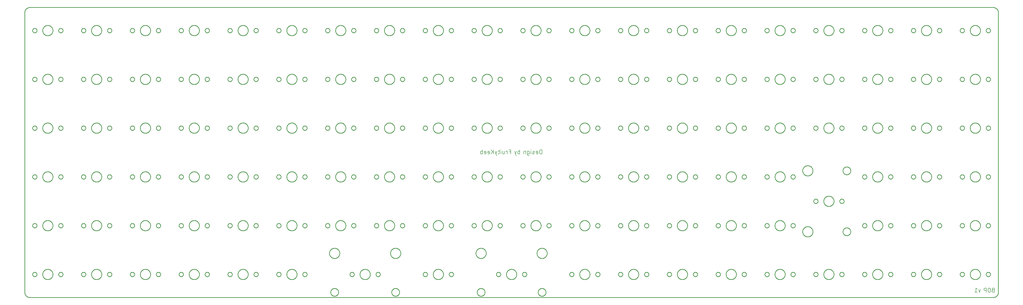
<source format=gbr>
G04 EAGLE Gerber RS-274X export*
G75*
%MOMM*%
%FSLAX34Y34*%
%LPD*%
%INSilkscreen Bottom*%
%IPPOS*%
%AMOC8*
5,1,8,0,0,1.08239X$1,22.5*%
G01*
%ADD10C,0.152400*%
%ADD11C,0.254000*%


D10*
X2119238Y660762D02*
X2119238Y677018D01*
X2114722Y677018D01*
X2114591Y677016D01*
X2114459Y677010D01*
X2114328Y677001D01*
X2114198Y676987D01*
X2114067Y676970D01*
X2113938Y676949D01*
X2113809Y676925D01*
X2113681Y676896D01*
X2113553Y676864D01*
X2113427Y676828D01*
X2113302Y676789D01*
X2113177Y676746D01*
X2113055Y676699D01*
X2112933Y676649D01*
X2112813Y676595D01*
X2112695Y676538D01*
X2112579Y676477D01*
X2112464Y676413D01*
X2112351Y676346D01*
X2112240Y676275D01*
X2112132Y676201D01*
X2112025Y676124D01*
X2111921Y676044D01*
X2111819Y675961D01*
X2111720Y675876D01*
X2111623Y675787D01*
X2111529Y675695D01*
X2111437Y675601D01*
X2111348Y675504D01*
X2111263Y675405D01*
X2111180Y675303D01*
X2111100Y675199D01*
X2111023Y675092D01*
X2110949Y674984D01*
X2110878Y674873D01*
X2110811Y674760D01*
X2110747Y674645D01*
X2110686Y674529D01*
X2110629Y674411D01*
X2110575Y674291D01*
X2110525Y674169D01*
X2110478Y674047D01*
X2110435Y673922D01*
X2110396Y673797D01*
X2110360Y673671D01*
X2110328Y673543D01*
X2110299Y673415D01*
X2110275Y673286D01*
X2110254Y673157D01*
X2110237Y673026D01*
X2110223Y672896D01*
X2110214Y672765D01*
X2110208Y672633D01*
X2110206Y672502D01*
X2110207Y672502D02*
X2110207Y665278D01*
X2110206Y665278D02*
X2110208Y665147D01*
X2110214Y665015D01*
X2110223Y664884D01*
X2110237Y664754D01*
X2110254Y664623D01*
X2110275Y664494D01*
X2110299Y664365D01*
X2110328Y664237D01*
X2110360Y664109D01*
X2110396Y663983D01*
X2110435Y663858D01*
X2110478Y663733D01*
X2110525Y663611D01*
X2110575Y663489D01*
X2110629Y663369D01*
X2110686Y663251D01*
X2110747Y663135D01*
X2110811Y663020D01*
X2110878Y662907D01*
X2110949Y662796D01*
X2111023Y662688D01*
X2111100Y662581D01*
X2111180Y662477D01*
X2111263Y662375D01*
X2111348Y662276D01*
X2111437Y662179D01*
X2111529Y662085D01*
X2111623Y661993D01*
X2111720Y661904D01*
X2111819Y661819D01*
X2111921Y661736D01*
X2112025Y661656D01*
X2112132Y661579D01*
X2112240Y661505D01*
X2112351Y661434D01*
X2112464Y661367D01*
X2112579Y661303D01*
X2112695Y661242D01*
X2112813Y661185D01*
X2112933Y661131D01*
X2113055Y661081D01*
X2113177Y661034D01*
X2113302Y660991D01*
X2113427Y660952D01*
X2113553Y660916D01*
X2113681Y660884D01*
X2113809Y660855D01*
X2113938Y660831D01*
X2114067Y660810D01*
X2114198Y660793D01*
X2114328Y660779D01*
X2114459Y660770D01*
X2114591Y660764D01*
X2114722Y660762D01*
X2119238Y660762D01*
X2100515Y660762D02*
X2096000Y660762D01*
X2100515Y660762D02*
X2100616Y660764D01*
X2100717Y660770D01*
X2100818Y660779D01*
X2100919Y660792D01*
X2101019Y660809D01*
X2101118Y660830D01*
X2101216Y660854D01*
X2101313Y660882D01*
X2101410Y660914D01*
X2101505Y660949D01*
X2101598Y660988D01*
X2101690Y661030D01*
X2101781Y661076D01*
X2101870Y661125D01*
X2101956Y661177D01*
X2102041Y661233D01*
X2102124Y661291D01*
X2102204Y661353D01*
X2102282Y661418D01*
X2102358Y661485D01*
X2102431Y661555D01*
X2102501Y661628D01*
X2102568Y661704D01*
X2102633Y661782D01*
X2102695Y661862D01*
X2102753Y661945D01*
X2102809Y662030D01*
X2102861Y662117D01*
X2102910Y662205D01*
X2102956Y662296D01*
X2102998Y662388D01*
X2103037Y662481D01*
X2103072Y662576D01*
X2103104Y662673D01*
X2103132Y662770D01*
X2103156Y662868D01*
X2103177Y662967D01*
X2103194Y663067D01*
X2103207Y663168D01*
X2103216Y663269D01*
X2103222Y663370D01*
X2103224Y663471D01*
X2103225Y663471D02*
X2103225Y667987D01*
X2103224Y667987D02*
X2103222Y668106D01*
X2103216Y668226D01*
X2103206Y668345D01*
X2103192Y668463D01*
X2103175Y668582D01*
X2103153Y668699D01*
X2103128Y668816D01*
X2103098Y668931D01*
X2103065Y669046D01*
X2103028Y669160D01*
X2102988Y669272D01*
X2102943Y669383D01*
X2102895Y669492D01*
X2102844Y669600D01*
X2102789Y669706D01*
X2102730Y669810D01*
X2102668Y669912D01*
X2102603Y670012D01*
X2102534Y670110D01*
X2102462Y670206D01*
X2102387Y670299D01*
X2102310Y670389D01*
X2102229Y670477D01*
X2102145Y670562D01*
X2102058Y670644D01*
X2101969Y670724D01*
X2101877Y670800D01*
X2101783Y670874D01*
X2101686Y670944D01*
X2101588Y671011D01*
X2101487Y671075D01*
X2101383Y671135D01*
X2101278Y671192D01*
X2101171Y671245D01*
X2101063Y671295D01*
X2100953Y671341D01*
X2100841Y671383D01*
X2100728Y671422D01*
X2100614Y671457D01*
X2100499Y671488D01*
X2100382Y671516D01*
X2100265Y671539D01*
X2100148Y671559D01*
X2100029Y671575D01*
X2099910Y671587D01*
X2099791Y671595D01*
X2099672Y671599D01*
X2099552Y671599D01*
X2099433Y671595D01*
X2099314Y671587D01*
X2099195Y671575D01*
X2099076Y671559D01*
X2098959Y671539D01*
X2098842Y671516D01*
X2098725Y671488D01*
X2098610Y671457D01*
X2098496Y671422D01*
X2098383Y671383D01*
X2098271Y671341D01*
X2098161Y671295D01*
X2098053Y671245D01*
X2097946Y671192D01*
X2097841Y671135D01*
X2097737Y671075D01*
X2097636Y671011D01*
X2097538Y670944D01*
X2097441Y670874D01*
X2097347Y670800D01*
X2097255Y670724D01*
X2097166Y670644D01*
X2097079Y670562D01*
X2096995Y670477D01*
X2096914Y670389D01*
X2096837Y670299D01*
X2096762Y670206D01*
X2096690Y670110D01*
X2096621Y670012D01*
X2096556Y669912D01*
X2096494Y669810D01*
X2096435Y669706D01*
X2096380Y669600D01*
X2096329Y669492D01*
X2096281Y669383D01*
X2096236Y669272D01*
X2096196Y669160D01*
X2096159Y669046D01*
X2096126Y668931D01*
X2096096Y668816D01*
X2096071Y668699D01*
X2096049Y668582D01*
X2096032Y668463D01*
X2096018Y668345D01*
X2096008Y668226D01*
X2096002Y668106D01*
X2096000Y667987D01*
X2096000Y666181D01*
X2103225Y666181D01*
X2088323Y667084D02*
X2083807Y665278D01*
X2088323Y667084D02*
X2088411Y667121D01*
X2088497Y667162D01*
X2088582Y667206D01*
X2088665Y667254D01*
X2088745Y667305D01*
X2088824Y667359D01*
X2088900Y667417D01*
X2088974Y667477D01*
X2089046Y667541D01*
X2089114Y667607D01*
X2089180Y667677D01*
X2089243Y667748D01*
X2089304Y667823D01*
X2089361Y667899D01*
X2089414Y667978D01*
X2089465Y668059D01*
X2089512Y668142D01*
X2089556Y668227D01*
X2089596Y668314D01*
X2089633Y668402D01*
X2089666Y668492D01*
X2089696Y668583D01*
X2089721Y668675D01*
X2089743Y668768D01*
X2089761Y668862D01*
X2089776Y668956D01*
X2089786Y669051D01*
X2089792Y669147D01*
X2089795Y669242D01*
X2089794Y669338D01*
X2089788Y669433D01*
X2089779Y669529D01*
X2089766Y669623D01*
X2089750Y669717D01*
X2089729Y669811D01*
X2089704Y669903D01*
X2089676Y669994D01*
X2089644Y670084D01*
X2089609Y670173D01*
X2089570Y670260D01*
X2089527Y670346D01*
X2089481Y670430D01*
X2089431Y670511D01*
X2089379Y670591D01*
X2089323Y670669D01*
X2089263Y670744D01*
X2089201Y670816D01*
X2089136Y670886D01*
X2089068Y670954D01*
X2088998Y671018D01*
X2088925Y671080D01*
X2088849Y671138D01*
X2088771Y671194D01*
X2088691Y671246D01*
X2088609Y671295D01*
X2088525Y671340D01*
X2088439Y671382D01*
X2088352Y671421D01*
X2088263Y671456D01*
X2088172Y671487D01*
X2088081Y671514D01*
X2087988Y671538D01*
X2087895Y671558D01*
X2087801Y671574D01*
X2087706Y671586D01*
X2087611Y671595D01*
X2087515Y671599D01*
X2087420Y671600D01*
X2087173Y671593D01*
X2086927Y671581D01*
X2086681Y671563D01*
X2086435Y671538D01*
X2086191Y671508D01*
X2085947Y671472D01*
X2085704Y671431D01*
X2085462Y671383D01*
X2085221Y671329D01*
X2084982Y671270D01*
X2084744Y671205D01*
X2084508Y671134D01*
X2084273Y671058D01*
X2084040Y670976D01*
X2083810Y670888D01*
X2083582Y670795D01*
X2083355Y670697D01*
X2083807Y665277D02*
X2083719Y665240D01*
X2083633Y665199D01*
X2083548Y665155D01*
X2083465Y665107D01*
X2083385Y665056D01*
X2083306Y665002D01*
X2083230Y664944D01*
X2083156Y664884D01*
X2083084Y664820D01*
X2083016Y664754D01*
X2082950Y664684D01*
X2082887Y664613D01*
X2082826Y664538D01*
X2082769Y664462D01*
X2082716Y664383D01*
X2082665Y664302D01*
X2082618Y664219D01*
X2082574Y664134D01*
X2082534Y664047D01*
X2082497Y663959D01*
X2082464Y663869D01*
X2082434Y663778D01*
X2082409Y663686D01*
X2082387Y663593D01*
X2082369Y663499D01*
X2082354Y663405D01*
X2082344Y663310D01*
X2082338Y663214D01*
X2082335Y663119D01*
X2082336Y663023D01*
X2082342Y662928D01*
X2082351Y662832D01*
X2082364Y662738D01*
X2082380Y662644D01*
X2082401Y662550D01*
X2082426Y662458D01*
X2082454Y662367D01*
X2082486Y662277D01*
X2082521Y662188D01*
X2082560Y662101D01*
X2082603Y662015D01*
X2082649Y661931D01*
X2082699Y661850D01*
X2082751Y661770D01*
X2082807Y661692D01*
X2082867Y661617D01*
X2082929Y661545D01*
X2082994Y661475D01*
X2083062Y661407D01*
X2083132Y661343D01*
X2083205Y661281D01*
X2083281Y661223D01*
X2083359Y661167D01*
X2083439Y661115D01*
X2083521Y661066D01*
X2083605Y661021D01*
X2083691Y660979D01*
X2083778Y660940D01*
X2083867Y660905D01*
X2083958Y660874D01*
X2084049Y660847D01*
X2084142Y660823D01*
X2084235Y660803D01*
X2084329Y660787D01*
X2084424Y660775D01*
X2084519Y660766D01*
X2084615Y660762D01*
X2084710Y660761D01*
X2084711Y660762D02*
X2085073Y660771D01*
X2085435Y660789D01*
X2085796Y660816D01*
X2086156Y660851D01*
X2086516Y660894D01*
X2086875Y660946D01*
X2087232Y661007D01*
X2087587Y661076D01*
X2087941Y661153D01*
X2088293Y661239D01*
X2088643Y661333D01*
X2088991Y661436D01*
X2089336Y661546D01*
X2089678Y661665D01*
X2076165Y660762D02*
X2076165Y671599D01*
X2076617Y676115D02*
X2076617Y677018D01*
X2075714Y677018D01*
X2075714Y676115D01*
X2076617Y676115D01*
X2067242Y660762D02*
X2062727Y660762D01*
X2067242Y660762D02*
X2067343Y660764D01*
X2067444Y660770D01*
X2067545Y660779D01*
X2067646Y660792D01*
X2067746Y660809D01*
X2067845Y660830D01*
X2067943Y660854D01*
X2068040Y660882D01*
X2068137Y660914D01*
X2068232Y660949D01*
X2068325Y660988D01*
X2068417Y661030D01*
X2068508Y661076D01*
X2068597Y661125D01*
X2068683Y661177D01*
X2068768Y661233D01*
X2068851Y661291D01*
X2068931Y661353D01*
X2069009Y661418D01*
X2069085Y661485D01*
X2069158Y661555D01*
X2069228Y661628D01*
X2069295Y661704D01*
X2069360Y661782D01*
X2069422Y661862D01*
X2069480Y661945D01*
X2069536Y662030D01*
X2069588Y662117D01*
X2069637Y662205D01*
X2069683Y662296D01*
X2069725Y662388D01*
X2069764Y662481D01*
X2069799Y662576D01*
X2069831Y662673D01*
X2069859Y662770D01*
X2069883Y662868D01*
X2069904Y662967D01*
X2069921Y663067D01*
X2069934Y663168D01*
X2069943Y663269D01*
X2069949Y663370D01*
X2069951Y663471D01*
X2069951Y668890D01*
X2069949Y668991D01*
X2069943Y669092D01*
X2069934Y669193D01*
X2069921Y669294D01*
X2069904Y669394D01*
X2069883Y669493D01*
X2069859Y669591D01*
X2069831Y669688D01*
X2069799Y669785D01*
X2069764Y669880D01*
X2069725Y669973D01*
X2069683Y670065D01*
X2069637Y670156D01*
X2069588Y670245D01*
X2069536Y670331D01*
X2069480Y670416D01*
X2069422Y670499D01*
X2069360Y670579D01*
X2069295Y670657D01*
X2069228Y670733D01*
X2069158Y670806D01*
X2069085Y670876D01*
X2069009Y670943D01*
X2068931Y671008D01*
X2068851Y671070D01*
X2068768Y671128D01*
X2068683Y671184D01*
X2068597Y671236D01*
X2068508Y671285D01*
X2068417Y671331D01*
X2068325Y671373D01*
X2068232Y671412D01*
X2068137Y671447D01*
X2068040Y671479D01*
X2067943Y671507D01*
X2067845Y671531D01*
X2067746Y671552D01*
X2067646Y671569D01*
X2067545Y671582D01*
X2067444Y671591D01*
X2067343Y671597D01*
X2067242Y671599D01*
X2062727Y671599D01*
X2062727Y658053D01*
X2062729Y657952D01*
X2062735Y657851D01*
X2062744Y657750D01*
X2062757Y657649D01*
X2062774Y657549D01*
X2062795Y657450D01*
X2062819Y657352D01*
X2062847Y657255D01*
X2062879Y657158D01*
X2062914Y657063D01*
X2062953Y656970D01*
X2062995Y656878D01*
X2063041Y656787D01*
X2063090Y656699D01*
X2063142Y656612D01*
X2063198Y656527D01*
X2063256Y656444D01*
X2063318Y656364D01*
X2063383Y656286D01*
X2063450Y656210D01*
X2063520Y656137D01*
X2063593Y656067D01*
X2063669Y656000D01*
X2063747Y655935D01*
X2063827Y655873D01*
X2063910Y655815D01*
X2063995Y655759D01*
X2064082Y655707D01*
X2064170Y655658D01*
X2064261Y655612D01*
X2064353Y655570D01*
X2064446Y655531D01*
X2064541Y655496D01*
X2064638Y655464D01*
X2064735Y655436D01*
X2064833Y655412D01*
X2064932Y655391D01*
X2065032Y655374D01*
X2065133Y655361D01*
X2065234Y655352D01*
X2065335Y655346D01*
X2065436Y655344D01*
X2065436Y655343D02*
X2069048Y655343D01*
X2055289Y660762D02*
X2055289Y671599D01*
X2050773Y671599D01*
X2050669Y671597D01*
X2050566Y671591D01*
X2050462Y671581D01*
X2050359Y671567D01*
X2050257Y671549D01*
X2050156Y671528D01*
X2050055Y671502D01*
X2049956Y671473D01*
X2049857Y671440D01*
X2049760Y671403D01*
X2049665Y671362D01*
X2049571Y671318D01*
X2049479Y671270D01*
X2049389Y671219D01*
X2049300Y671164D01*
X2049214Y671106D01*
X2049131Y671044D01*
X2049049Y670980D01*
X2048971Y670912D01*
X2048895Y670842D01*
X2048821Y670769D01*
X2048751Y670692D01*
X2048683Y670614D01*
X2048619Y670532D01*
X2048557Y670449D01*
X2048499Y670363D01*
X2048444Y670274D01*
X2048393Y670184D01*
X2048345Y670092D01*
X2048301Y669998D01*
X2048260Y669903D01*
X2048223Y669806D01*
X2048190Y669707D01*
X2048161Y669608D01*
X2048135Y669507D01*
X2048114Y669406D01*
X2048096Y669304D01*
X2048082Y669201D01*
X2048072Y669097D01*
X2048066Y668994D01*
X2048064Y668890D01*
X2048064Y660762D01*
X2032290Y660762D02*
X2032290Y677018D01*
X2032290Y660762D02*
X2027774Y660762D01*
X2027670Y660764D01*
X2027567Y660770D01*
X2027463Y660780D01*
X2027360Y660794D01*
X2027258Y660812D01*
X2027157Y660833D01*
X2027056Y660859D01*
X2026957Y660888D01*
X2026858Y660921D01*
X2026761Y660958D01*
X2026666Y660999D01*
X2026572Y661043D01*
X2026480Y661091D01*
X2026390Y661142D01*
X2026301Y661197D01*
X2026215Y661255D01*
X2026132Y661317D01*
X2026050Y661381D01*
X2025972Y661449D01*
X2025896Y661519D01*
X2025822Y661592D01*
X2025752Y661669D01*
X2025684Y661747D01*
X2025620Y661829D01*
X2025558Y661912D01*
X2025500Y661998D01*
X2025445Y662087D01*
X2025394Y662177D01*
X2025346Y662269D01*
X2025302Y662363D01*
X2025261Y662458D01*
X2025224Y662555D01*
X2025191Y662654D01*
X2025162Y662753D01*
X2025136Y662854D01*
X2025115Y662955D01*
X2025097Y663057D01*
X2025083Y663160D01*
X2025073Y663264D01*
X2025067Y663367D01*
X2025065Y663471D01*
X2025065Y668890D01*
X2025067Y668991D01*
X2025073Y669092D01*
X2025082Y669193D01*
X2025095Y669294D01*
X2025112Y669394D01*
X2025133Y669493D01*
X2025157Y669591D01*
X2025185Y669688D01*
X2025217Y669785D01*
X2025252Y669880D01*
X2025291Y669973D01*
X2025333Y670065D01*
X2025379Y670156D01*
X2025428Y670245D01*
X2025480Y670331D01*
X2025536Y670416D01*
X2025594Y670499D01*
X2025656Y670579D01*
X2025721Y670657D01*
X2025788Y670733D01*
X2025858Y670806D01*
X2025931Y670876D01*
X2026007Y670943D01*
X2026085Y671008D01*
X2026165Y671070D01*
X2026248Y671128D01*
X2026333Y671184D01*
X2026420Y671236D01*
X2026508Y671285D01*
X2026599Y671331D01*
X2026691Y671373D01*
X2026784Y671412D01*
X2026879Y671447D01*
X2026976Y671479D01*
X2027073Y671507D01*
X2027171Y671531D01*
X2027270Y671552D01*
X2027370Y671569D01*
X2027471Y671582D01*
X2027572Y671591D01*
X2027673Y671597D01*
X2027774Y671599D01*
X2032290Y671599D01*
X2019337Y655343D02*
X2017531Y655343D01*
X2012112Y671599D01*
X2019337Y671599D02*
X2015725Y660762D01*
X1997285Y660762D02*
X1997285Y677018D01*
X1990060Y677018D01*
X1990060Y669793D02*
X1997285Y669793D01*
X1983822Y671599D02*
X1983822Y660762D01*
X1983822Y671599D02*
X1978403Y671599D01*
X1978403Y669793D01*
X1972965Y671599D02*
X1972965Y663471D01*
X1972964Y663471D02*
X1972962Y663370D01*
X1972956Y663269D01*
X1972947Y663168D01*
X1972934Y663067D01*
X1972917Y662967D01*
X1972896Y662868D01*
X1972872Y662770D01*
X1972844Y662673D01*
X1972812Y662576D01*
X1972777Y662481D01*
X1972738Y662388D01*
X1972696Y662296D01*
X1972650Y662205D01*
X1972601Y662117D01*
X1972549Y662030D01*
X1972493Y661945D01*
X1972435Y661862D01*
X1972373Y661782D01*
X1972308Y661704D01*
X1972241Y661628D01*
X1972171Y661555D01*
X1972098Y661485D01*
X1972022Y661418D01*
X1971944Y661353D01*
X1971864Y661291D01*
X1971781Y661233D01*
X1971696Y661177D01*
X1971610Y661125D01*
X1971521Y661076D01*
X1971430Y661030D01*
X1971338Y660988D01*
X1971245Y660949D01*
X1971150Y660914D01*
X1971053Y660882D01*
X1970956Y660854D01*
X1970858Y660830D01*
X1970759Y660809D01*
X1970659Y660792D01*
X1970558Y660779D01*
X1970457Y660770D01*
X1970356Y660764D01*
X1970255Y660762D01*
X1965740Y660762D01*
X1965740Y671599D01*
X1958931Y671599D02*
X1958931Y660762D01*
X1959383Y676115D02*
X1959383Y677018D01*
X1958480Y677018D01*
X1958480Y676115D01*
X1959383Y676115D01*
X1953941Y671599D02*
X1948523Y671599D01*
X1952135Y677018D02*
X1952135Y663471D01*
X1952133Y663370D01*
X1952127Y663269D01*
X1952118Y663168D01*
X1952105Y663067D01*
X1952088Y662967D01*
X1952067Y662868D01*
X1952043Y662770D01*
X1952015Y662673D01*
X1951983Y662576D01*
X1951948Y662481D01*
X1951909Y662388D01*
X1951867Y662296D01*
X1951821Y662205D01*
X1951772Y662117D01*
X1951720Y662030D01*
X1951664Y661945D01*
X1951606Y661862D01*
X1951544Y661782D01*
X1951479Y661704D01*
X1951412Y661628D01*
X1951342Y661555D01*
X1951269Y661485D01*
X1951193Y661418D01*
X1951115Y661353D01*
X1951035Y661291D01*
X1950952Y661233D01*
X1950867Y661177D01*
X1950781Y661125D01*
X1950692Y661076D01*
X1950601Y661030D01*
X1950509Y660988D01*
X1950416Y660949D01*
X1950321Y660914D01*
X1950224Y660882D01*
X1950127Y660854D01*
X1950029Y660830D01*
X1949930Y660809D01*
X1949830Y660792D01*
X1949729Y660779D01*
X1949628Y660770D01*
X1949527Y660764D01*
X1949426Y660762D01*
X1948523Y660762D01*
X1943265Y655343D02*
X1941459Y655343D01*
X1936041Y671599D01*
X1943265Y671599D02*
X1939653Y660762D01*
X1929368Y660762D02*
X1929368Y677018D01*
X1920337Y677018D02*
X1929368Y667084D01*
X1925756Y670696D02*
X1920337Y660762D01*
X1911899Y660762D02*
X1907383Y660762D01*
X1911899Y660762D02*
X1912000Y660764D01*
X1912101Y660770D01*
X1912202Y660779D01*
X1912303Y660792D01*
X1912403Y660809D01*
X1912502Y660830D01*
X1912600Y660854D01*
X1912697Y660882D01*
X1912794Y660914D01*
X1912889Y660949D01*
X1912982Y660988D01*
X1913074Y661030D01*
X1913165Y661076D01*
X1913254Y661125D01*
X1913340Y661177D01*
X1913425Y661233D01*
X1913508Y661291D01*
X1913588Y661353D01*
X1913666Y661418D01*
X1913742Y661485D01*
X1913815Y661555D01*
X1913885Y661628D01*
X1913952Y661704D01*
X1914017Y661782D01*
X1914079Y661862D01*
X1914137Y661945D01*
X1914193Y662030D01*
X1914245Y662117D01*
X1914294Y662205D01*
X1914340Y662296D01*
X1914382Y662388D01*
X1914421Y662481D01*
X1914456Y662576D01*
X1914488Y662673D01*
X1914516Y662770D01*
X1914540Y662868D01*
X1914561Y662967D01*
X1914578Y663067D01*
X1914591Y663168D01*
X1914600Y663269D01*
X1914606Y663370D01*
X1914608Y663471D01*
X1914608Y667987D01*
X1914606Y668106D01*
X1914600Y668226D01*
X1914590Y668345D01*
X1914576Y668463D01*
X1914559Y668582D01*
X1914537Y668699D01*
X1914512Y668816D01*
X1914482Y668931D01*
X1914449Y669046D01*
X1914412Y669160D01*
X1914372Y669272D01*
X1914327Y669383D01*
X1914279Y669492D01*
X1914228Y669600D01*
X1914173Y669706D01*
X1914114Y669810D01*
X1914052Y669912D01*
X1913987Y670012D01*
X1913918Y670110D01*
X1913846Y670206D01*
X1913771Y670299D01*
X1913694Y670389D01*
X1913613Y670477D01*
X1913529Y670562D01*
X1913442Y670644D01*
X1913353Y670724D01*
X1913261Y670800D01*
X1913167Y670874D01*
X1913070Y670944D01*
X1912972Y671011D01*
X1912871Y671075D01*
X1912767Y671135D01*
X1912662Y671192D01*
X1912555Y671245D01*
X1912447Y671295D01*
X1912337Y671341D01*
X1912225Y671383D01*
X1912112Y671422D01*
X1911998Y671457D01*
X1911883Y671488D01*
X1911766Y671516D01*
X1911649Y671539D01*
X1911532Y671559D01*
X1911413Y671575D01*
X1911294Y671587D01*
X1911175Y671595D01*
X1911056Y671599D01*
X1910936Y671599D01*
X1910817Y671595D01*
X1910698Y671587D01*
X1910579Y671575D01*
X1910460Y671559D01*
X1910343Y671539D01*
X1910226Y671516D01*
X1910109Y671488D01*
X1909994Y671457D01*
X1909880Y671422D01*
X1909767Y671383D01*
X1909655Y671341D01*
X1909545Y671295D01*
X1909437Y671245D01*
X1909330Y671192D01*
X1909225Y671135D01*
X1909121Y671075D01*
X1909020Y671011D01*
X1908922Y670944D01*
X1908825Y670874D01*
X1908731Y670800D01*
X1908639Y670724D01*
X1908550Y670644D01*
X1908463Y670562D01*
X1908379Y670477D01*
X1908298Y670389D01*
X1908221Y670299D01*
X1908146Y670206D01*
X1908074Y670110D01*
X1908005Y670012D01*
X1907940Y669912D01*
X1907878Y669810D01*
X1907819Y669706D01*
X1907764Y669600D01*
X1907713Y669492D01*
X1907665Y669383D01*
X1907620Y669272D01*
X1907580Y669160D01*
X1907543Y669046D01*
X1907510Y668931D01*
X1907480Y668816D01*
X1907455Y668699D01*
X1907433Y668582D01*
X1907416Y668463D01*
X1907402Y668345D01*
X1907392Y668226D01*
X1907386Y668106D01*
X1907384Y667987D01*
X1907383Y667987D02*
X1907383Y666181D01*
X1914608Y666181D01*
X1898352Y660762D02*
X1893836Y660762D01*
X1898352Y660762D02*
X1898453Y660764D01*
X1898554Y660770D01*
X1898655Y660779D01*
X1898756Y660792D01*
X1898856Y660809D01*
X1898955Y660830D01*
X1899053Y660854D01*
X1899150Y660882D01*
X1899247Y660914D01*
X1899342Y660949D01*
X1899435Y660988D01*
X1899527Y661030D01*
X1899618Y661076D01*
X1899707Y661125D01*
X1899793Y661177D01*
X1899878Y661233D01*
X1899961Y661291D01*
X1900041Y661353D01*
X1900119Y661418D01*
X1900195Y661485D01*
X1900268Y661555D01*
X1900338Y661628D01*
X1900405Y661704D01*
X1900470Y661782D01*
X1900532Y661862D01*
X1900590Y661945D01*
X1900646Y662030D01*
X1900698Y662117D01*
X1900747Y662205D01*
X1900793Y662296D01*
X1900835Y662388D01*
X1900874Y662481D01*
X1900909Y662576D01*
X1900941Y662673D01*
X1900969Y662770D01*
X1900993Y662868D01*
X1901014Y662967D01*
X1901031Y663067D01*
X1901044Y663168D01*
X1901053Y663269D01*
X1901059Y663370D01*
X1901061Y663471D01*
X1901061Y667987D01*
X1901059Y668106D01*
X1901053Y668226D01*
X1901043Y668345D01*
X1901029Y668463D01*
X1901012Y668582D01*
X1900990Y668699D01*
X1900965Y668816D01*
X1900935Y668931D01*
X1900902Y669046D01*
X1900865Y669160D01*
X1900825Y669272D01*
X1900780Y669383D01*
X1900732Y669492D01*
X1900681Y669600D01*
X1900626Y669706D01*
X1900567Y669810D01*
X1900505Y669912D01*
X1900440Y670012D01*
X1900371Y670110D01*
X1900299Y670206D01*
X1900224Y670299D01*
X1900147Y670389D01*
X1900066Y670477D01*
X1899982Y670562D01*
X1899895Y670644D01*
X1899806Y670724D01*
X1899714Y670800D01*
X1899620Y670874D01*
X1899523Y670944D01*
X1899425Y671011D01*
X1899324Y671075D01*
X1899220Y671135D01*
X1899115Y671192D01*
X1899008Y671245D01*
X1898900Y671295D01*
X1898790Y671341D01*
X1898678Y671383D01*
X1898565Y671422D01*
X1898451Y671457D01*
X1898336Y671488D01*
X1898219Y671516D01*
X1898102Y671539D01*
X1897985Y671559D01*
X1897866Y671575D01*
X1897747Y671587D01*
X1897628Y671595D01*
X1897509Y671599D01*
X1897389Y671599D01*
X1897270Y671595D01*
X1897151Y671587D01*
X1897032Y671575D01*
X1896913Y671559D01*
X1896796Y671539D01*
X1896679Y671516D01*
X1896562Y671488D01*
X1896447Y671457D01*
X1896333Y671422D01*
X1896220Y671383D01*
X1896108Y671341D01*
X1895998Y671295D01*
X1895890Y671245D01*
X1895783Y671192D01*
X1895678Y671135D01*
X1895574Y671075D01*
X1895473Y671011D01*
X1895375Y670944D01*
X1895278Y670874D01*
X1895184Y670800D01*
X1895092Y670724D01*
X1895003Y670644D01*
X1894916Y670562D01*
X1894832Y670477D01*
X1894751Y670389D01*
X1894674Y670299D01*
X1894599Y670206D01*
X1894527Y670110D01*
X1894458Y670012D01*
X1894393Y669912D01*
X1894331Y669810D01*
X1894272Y669706D01*
X1894217Y669600D01*
X1894166Y669492D01*
X1894118Y669383D01*
X1894073Y669272D01*
X1894033Y669160D01*
X1893996Y669046D01*
X1893963Y668931D01*
X1893933Y668816D01*
X1893908Y668699D01*
X1893886Y668582D01*
X1893869Y668463D01*
X1893855Y668345D01*
X1893845Y668226D01*
X1893839Y668106D01*
X1893837Y667987D01*
X1893836Y667987D02*
X1893836Y666181D01*
X1901061Y666181D01*
X1886920Y660762D02*
X1886920Y677018D01*
X1886920Y660762D02*
X1882404Y660762D01*
X1882300Y660764D01*
X1882197Y660770D01*
X1882093Y660780D01*
X1881990Y660794D01*
X1881888Y660812D01*
X1881787Y660833D01*
X1881686Y660859D01*
X1881587Y660888D01*
X1881488Y660921D01*
X1881391Y660958D01*
X1881296Y660999D01*
X1881202Y661043D01*
X1881110Y661091D01*
X1881020Y661142D01*
X1880931Y661197D01*
X1880845Y661255D01*
X1880762Y661317D01*
X1880680Y661381D01*
X1880602Y661449D01*
X1880526Y661519D01*
X1880452Y661592D01*
X1880382Y661669D01*
X1880314Y661747D01*
X1880250Y661829D01*
X1880188Y661912D01*
X1880130Y661998D01*
X1880075Y662087D01*
X1880024Y662177D01*
X1879976Y662269D01*
X1879932Y662363D01*
X1879891Y662458D01*
X1879854Y662555D01*
X1879821Y662654D01*
X1879792Y662753D01*
X1879766Y662854D01*
X1879745Y662955D01*
X1879727Y663057D01*
X1879713Y663160D01*
X1879703Y663264D01*
X1879697Y663367D01*
X1879695Y663471D01*
X1879695Y668890D01*
X1879697Y668991D01*
X1879703Y669092D01*
X1879712Y669193D01*
X1879725Y669294D01*
X1879742Y669394D01*
X1879763Y669493D01*
X1879787Y669591D01*
X1879815Y669688D01*
X1879847Y669785D01*
X1879882Y669880D01*
X1879921Y669973D01*
X1879963Y670065D01*
X1880009Y670156D01*
X1880058Y670245D01*
X1880110Y670331D01*
X1880166Y670416D01*
X1880224Y670499D01*
X1880286Y670579D01*
X1880351Y670657D01*
X1880418Y670733D01*
X1880488Y670806D01*
X1880561Y670876D01*
X1880637Y670943D01*
X1880715Y671008D01*
X1880795Y671070D01*
X1880878Y671128D01*
X1880963Y671184D01*
X1881050Y671236D01*
X1881138Y671285D01*
X1881229Y671331D01*
X1881321Y671373D01*
X1881414Y671412D01*
X1881509Y671447D01*
X1881606Y671479D01*
X1881703Y671507D01*
X1881801Y671531D01*
X1881900Y671552D01*
X1882000Y671569D01*
X1882101Y671582D01*
X1882202Y671591D01*
X1882303Y671597D01*
X1882404Y671599D01*
X1886920Y671599D01*
X3879722Y129793D02*
X3884238Y129793D01*
X3879722Y129794D02*
X3879589Y129792D01*
X3879457Y129786D01*
X3879325Y129776D01*
X3879193Y129763D01*
X3879061Y129745D01*
X3878931Y129724D01*
X3878800Y129699D01*
X3878671Y129670D01*
X3878543Y129637D01*
X3878415Y129601D01*
X3878289Y129561D01*
X3878164Y129517D01*
X3878040Y129469D01*
X3877918Y129418D01*
X3877797Y129363D01*
X3877678Y129305D01*
X3877560Y129243D01*
X3877445Y129178D01*
X3877331Y129109D01*
X3877220Y129038D01*
X3877111Y128962D01*
X3877004Y128884D01*
X3876899Y128803D01*
X3876797Y128718D01*
X3876697Y128631D01*
X3876600Y128541D01*
X3876505Y128448D01*
X3876414Y128352D01*
X3876325Y128254D01*
X3876239Y128153D01*
X3876156Y128049D01*
X3876076Y127943D01*
X3876000Y127835D01*
X3875926Y127725D01*
X3875856Y127612D01*
X3875789Y127498D01*
X3875726Y127381D01*
X3875666Y127263D01*
X3875609Y127143D01*
X3875556Y127021D01*
X3875507Y126898D01*
X3875461Y126774D01*
X3875419Y126648D01*
X3875381Y126521D01*
X3875346Y126393D01*
X3875315Y126264D01*
X3875288Y126135D01*
X3875265Y126004D01*
X3875245Y125873D01*
X3875230Y125741D01*
X3875218Y125609D01*
X3875210Y125477D01*
X3875206Y125344D01*
X3875206Y125212D01*
X3875210Y125079D01*
X3875218Y124947D01*
X3875230Y124815D01*
X3875245Y124683D01*
X3875265Y124552D01*
X3875288Y124421D01*
X3875315Y124292D01*
X3875346Y124163D01*
X3875381Y124035D01*
X3875419Y123908D01*
X3875461Y123782D01*
X3875507Y123658D01*
X3875556Y123535D01*
X3875609Y123413D01*
X3875666Y123293D01*
X3875726Y123175D01*
X3875789Y123058D01*
X3875856Y122944D01*
X3875926Y122831D01*
X3876000Y122721D01*
X3876076Y122613D01*
X3876156Y122507D01*
X3876239Y122403D01*
X3876325Y122302D01*
X3876414Y122204D01*
X3876505Y122108D01*
X3876600Y122015D01*
X3876697Y121925D01*
X3876797Y121838D01*
X3876899Y121753D01*
X3877004Y121672D01*
X3877111Y121594D01*
X3877220Y121518D01*
X3877331Y121447D01*
X3877445Y121378D01*
X3877560Y121313D01*
X3877678Y121251D01*
X3877797Y121193D01*
X3877918Y121138D01*
X3878040Y121087D01*
X3878164Y121039D01*
X3878289Y120995D01*
X3878415Y120955D01*
X3878543Y120919D01*
X3878671Y120886D01*
X3878800Y120857D01*
X3878931Y120832D01*
X3879061Y120811D01*
X3879193Y120793D01*
X3879325Y120780D01*
X3879457Y120770D01*
X3879589Y120764D01*
X3879722Y120762D01*
X3884238Y120762D01*
X3884238Y137018D01*
X3879722Y137018D01*
X3879603Y137016D01*
X3879483Y137010D01*
X3879364Y137000D01*
X3879246Y136986D01*
X3879127Y136969D01*
X3879010Y136947D01*
X3878893Y136922D01*
X3878778Y136892D01*
X3878663Y136859D01*
X3878549Y136822D01*
X3878437Y136782D01*
X3878326Y136737D01*
X3878217Y136689D01*
X3878109Y136638D01*
X3878003Y136583D01*
X3877899Y136524D01*
X3877797Y136462D01*
X3877697Y136397D01*
X3877599Y136328D01*
X3877503Y136256D01*
X3877410Y136181D01*
X3877320Y136104D01*
X3877232Y136023D01*
X3877147Y135939D01*
X3877065Y135852D01*
X3876985Y135763D01*
X3876909Y135671D01*
X3876835Y135577D01*
X3876765Y135480D01*
X3876698Y135382D01*
X3876634Y135281D01*
X3876574Y135177D01*
X3876517Y135072D01*
X3876464Y134965D01*
X3876414Y134857D01*
X3876368Y134747D01*
X3876326Y134635D01*
X3876287Y134522D01*
X3876252Y134408D01*
X3876221Y134293D01*
X3876193Y134176D01*
X3876170Y134059D01*
X3876150Y133942D01*
X3876134Y133823D01*
X3876122Y133704D01*
X3876114Y133585D01*
X3876110Y133466D01*
X3876110Y133346D01*
X3876114Y133227D01*
X3876122Y133108D01*
X3876134Y132989D01*
X3876150Y132870D01*
X3876170Y132753D01*
X3876193Y132636D01*
X3876221Y132519D01*
X3876252Y132404D01*
X3876287Y132290D01*
X3876326Y132177D01*
X3876368Y132065D01*
X3876414Y131955D01*
X3876464Y131847D01*
X3876517Y131740D01*
X3876574Y131635D01*
X3876634Y131531D01*
X3876698Y131430D01*
X3876765Y131332D01*
X3876835Y131235D01*
X3876909Y131141D01*
X3876985Y131049D01*
X3877065Y130960D01*
X3877147Y130873D01*
X3877232Y130789D01*
X3877320Y130708D01*
X3877410Y130631D01*
X3877503Y130556D01*
X3877599Y130484D01*
X3877697Y130415D01*
X3877797Y130350D01*
X3877899Y130288D01*
X3878003Y130229D01*
X3878109Y130174D01*
X3878217Y130123D01*
X3878326Y130075D01*
X3878437Y130030D01*
X3878549Y129990D01*
X3878663Y129953D01*
X3878778Y129920D01*
X3878893Y129890D01*
X3879010Y129865D01*
X3879127Y129843D01*
X3879246Y129826D01*
X3879364Y129812D01*
X3879483Y129802D01*
X3879603Y129796D01*
X3879722Y129794D01*
X3869339Y132502D02*
X3869339Y125278D01*
X3869339Y132502D02*
X3869337Y132635D01*
X3869331Y132767D01*
X3869321Y132899D01*
X3869308Y133031D01*
X3869290Y133163D01*
X3869269Y133293D01*
X3869244Y133424D01*
X3869215Y133553D01*
X3869182Y133681D01*
X3869146Y133809D01*
X3869106Y133935D01*
X3869062Y134060D01*
X3869014Y134184D01*
X3868963Y134306D01*
X3868908Y134427D01*
X3868850Y134546D01*
X3868788Y134664D01*
X3868723Y134779D01*
X3868654Y134893D01*
X3868583Y135004D01*
X3868507Y135113D01*
X3868429Y135220D01*
X3868348Y135325D01*
X3868263Y135427D01*
X3868176Y135527D01*
X3868086Y135624D01*
X3867993Y135719D01*
X3867897Y135810D01*
X3867799Y135899D01*
X3867698Y135985D01*
X3867594Y136068D01*
X3867488Y136148D01*
X3867380Y136224D01*
X3867270Y136298D01*
X3867157Y136368D01*
X3867043Y136435D01*
X3866926Y136498D01*
X3866808Y136558D01*
X3866688Y136615D01*
X3866566Y136668D01*
X3866443Y136717D01*
X3866319Y136763D01*
X3866193Y136805D01*
X3866066Y136843D01*
X3865938Y136878D01*
X3865809Y136909D01*
X3865680Y136936D01*
X3865549Y136959D01*
X3865418Y136979D01*
X3865286Y136994D01*
X3865154Y137006D01*
X3865022Y137014D01*
X3864889Y137018D01*
X3864757Y137018D01*
X3864624Y137014D01*
X3864492Y137006D01*
X3864360Y136994D01*
X3864228Y136979D01*
X3864097Y136959D01*
X3863966Y136936D01*
X3863837Y136909D01*
X3863708Y136878D01*
X3863580Y136843D01*
X3863453Y136805D01*
X3863327Y136763D01*
X3863203Y136717D01*
X3863080Y136668D01*
X3862958Y136615D01*
X3862838Y136558D01*
X3862720Y136498D01*
X3862603Y136435D01*
X3862489Y136368D01*
X3862376Y136298D01*
X3862266Y136224D01*
X3862158Y136148D01*
X3862052Y136068D01*
X3861948Y135985D01*
X3861847Y135899D01*
X3861749Y135810D01*
X3861653Y135719D01*
X3861560Y135624D01*
X3861470Y135527D01*
X3861383Y135427D01*
X3861298Y135325D01*
X3861217Y135220D01*
X3861139Y135113D01*
X3861063Y135004D01*
X3860992Y134893D01*
X3860923Y134779D01*
X3860858Y134664D01*
X3860796Y134546D01*
X3860738Y134427D01*
X3860683Y134306D01*
X3860632Y134184D01*
X3860584Y134060D01*
X3860540Y133935D01*
X3860500Y133809D01*
X3860464Y133681D01*
X3860431Y133553D01*
X3860402Y133424D01*
X3860377Y133293D01*
X3860356Y133163D01*
X3860338Y133031D01*
X3860325Y132899D01*
X3860315Y132767D01*
X3860309Y132635D01*
X3860307Y132502D01*
X3860308Y132502D02*
X3860308Y125278D01*
X3860307Y125278D02*
X3860309Y125145D01*
X3860315Y125013D01*
X3860325Y124881D01*
X3860338Y124749D01*
X3860356Y124617D01*
X3860377Y124487D01*
X3860402Y124356D01*
X3860431Y124227D01*
X3860464Y124099D01*
X3860500Y123971D01*
X3860540Y123845D01*
X3860584Y123720D01*
X3860632Y123596D01*
X3860683Y123474D01*
X3860738Y123353D01*
X3860796Y123234D01*
X3860858Y123116D01*
X3860923Y123001D01*
X3860992Y122887D01*
X3861063Y122776D01*
X3861139Y122667D01*
X3861217Y122560D01*
X3861298Y122455D01*
X3861383Y122353D01*
X3861470Y122253D01*
X3861560Y122156D01*
X3861653Y122061D01*
X3861749Y121970D01*
X3861847Y121881D01*
X3861948Y121795D01*
X3862052Y121712D01*
X3862158Y121632D01*
X3862266Y121556D01*
X3862376Y121482D01*
X3862489Y121412D01*
X3862603Y121345D01*
X3862720Y121282D01*
X3862838Y121222D01*
X3862958Y121165D01*
X3863080Y121112D01*
X3863203Y121063D01*
X3863327Y121017D01*
X3863453Y120975D01*
X3863580Y120937D01*
X3863708Y120902D01*
X3863837Y120871D01*
X3863966Y120844D01*
X3864097Y120821D01*
X3864228Y120801D01*
X3864360Y120786D01*
X3864492Y120774D01*
X3864624Y120766D01*
X3864757Y120762D01*
X3864889Y120762D01*
X3865022Y120766D01*
X3865154Y120774D01*
X3865286Y120786D01*
X3865418Y120801D01*
X3865549Y120821D01*
X3865680Y120844D01*
X3865809Y120871D01*
X3865938Y120902D01*
X3866066Y120937D01*
X3866193Y120975D01*
X3866319Y121017D01*
X3866443Y121063D01*
X3866566Y121112D01*
X3866688Y121165D01*
X3866808Y121222D01*
X3866926Y121282D01*
X3867043Y121345D01*
X3867157Y121412D01*
X3867270Y121482D01*
X3867380Y121556D01*
X3867488Y121632D01*
X3867594Y121712D01*
X3867698Y121795D01*
X3867799Y121881D01*
X3867897Y121970D01*
X3867993Y122061D01*
X3868086Y122156D01*
X3868176Y122253D01*
X3868263Y122353D01*
X3868348Y122455D01*
X3868429Y122560D01*
X3868507Y122667D01*
X3868583Y122776D01*
X3868654Y122887D01*
X3868723Y123001D01*
X3868788Y123116D01*
X3868850Y123234D01*
X3868908Y123353D01*
X3868963Y123474D01*
X3869014Y123596D01*
X3869062Y123720D01*
X3869106Y123845D01*
X3869146Y123971D01*
X3869182Y124099D01*
X3869215Y124227D01*
X3869244Y124356D01*
X3869269Y124487D01*
X3869290Y124617D01*
X3869308Y124749D01*
X3869321Y124881D01*
X3869331Y125013D01*
X3869337Y125145D01*
X3869339Y125278D01*
X3852976Y120762D02*
X3852976Y137018D01*
X3848460Y137018D01*
X3848327Y137016D01*
X3848195Y137010D01*
X3848063Y137000D01*
X3847931Y136987D01*
X3847799Y136969D01*
X3847669Y136948D01*
X3847538Y136923D01*
X3847409Y136894D01*
X3847281Y136861D01*
X3847153Y136825D01*
X3847027Y136785D01*
X3846902Y136741D01*
X3846778Y136693D01*
X3846656Y136642D01*
X3846535Y136587D01*
X3846416Y136529D01*
X3846298Y136467D01*
X3846183Y136402D01*
X3846069Y136333D01*
X3845958Y136262D01*
X3845849Y136186D01*
X3845742Y136108D01*
X3845637Y136027D01*
X3845535Y135942D01*
X3845435Y135855D01*
X3845338Y135765D01*
X3845243Y135672D01*
X3845152Y135576D01*
X3845063Y135478D01*
X3844977Y135377D01*
X3844894Y135273D01*
X3844814Y135167D01*
X3844738Y135059D01*
X3844664Y134949D01*
X3844594Y134836D01*
X3844527Y134722D01*
X3844464Y134605D01*
X3844404Y134487D01*
X3844347Y134367D01*
X3844294Y134245D01*
X3844245Y134122D01*
X3844199Y133998D01*
X3844157Y133872D01*
X3844119Y133745D01*
X3844084Y133617D01*
X3844053Y133488D01*
X3844026Y133359D01*
X3844003Y133228D01*
X3843983Y133097D01*
X3843968Y132965D01*
X3843956Y132833D01*
X3843948Y132701D01*
X3843944Y132568D01*
X3843944Y132436D01*
X3843948Y132303D01*
X3843956Y132171D01*
X3843968Y132039D01*
X3843983Y131907D01*
X3844003Y131776D01*
X3844026Y131645D01*
X3844053Y131516D01*
X3844084Y131387D01*
X3844119Y131259D01*
X3844157Y131132D01*
X3844199Y131006D01*
X3844245Y130882D01*
X3844294Y130759D01*
X3844347Y130637D01*
X3844404Y130517D01*
X3844464Y130399D01*
X3844527Y130282D01*
X3844594Y130168D01*
X3844664Y130055D01*
X3844738Y129945D01*
X3844814Y129837D01*
X3844894Y129731D01*
X3844977Y129627D01*
X3845063Y129526D01*
X3845152Y129428D01*
X3845243Y129332D01*
X3845338Y129239D01*
X3845435Y129149D01*
X3845535Y129062D01*
X3845637Y128977D01*
X3845742Y128896D01*
X3845849Y128818D01*
X3845958Y128742D01*
X3846069Y128671D01*
X3846183Y128602D01*
X3846298Y128537D01*
X3846416Y128475D01*
X3846535Y128417D01*
X3846656Y128362D01*
X3846778Y128311D01*
X3846902Y128263D01*
X3847027Y128219D01*
X3847153Y128179D01*
X3847281Y128143D01*
X3847409Y128110D01*
X3847538Y128081D01*
X3847669Y128056D01*
X3847799Y128035D01*
X3847931Y128017D01*
X3848063Y128004D01*
X3848195Y127994D01*
X3848327Y127988D01*
X3848460Y127986D01*
X3848460Y127987D02*
X3852976Y127987D01*
X3830400Y131599D02*
X3826787Y120762D01*
X3823175Y131599D01*
X3817235Y133406D02*
X3812719Y137018D01*
X3812719Y120762D01*
X3808204Y120762D02*
X3817235Y120762D01*
D11*
X100500Y120512D02*
X100576Y118769D01*
X100804Y117039D01*
X101181Y115336D01*
X101706Y113672D01*
X102374Y112060D01*
X103180Y110512D01*
X104117Y109041D01*
X105179Y107657D01*
X106358Y106370D01*
X107644Y105192D01*
X109028Y104129D01*
X110500Y103192D01*
X112048Y102386D01*
X113660Y101719D01*
X115324Y101194D01*
X117027Y100816D01*
X118757Y100589D01*
X120500Y100512D01*
X3880000Y100512D01*
X3881743Y100589D01*
X3883473Y100816D01*
X3885176Y101194D01*
X3886840Y101719D01*
X3888452Y102386D01*
X3890000Y103192D01*
X3891471Y104129D01*
X3892855Y105192D01*
X3894142Y106370D01*
X3895321Y107657D01*
X3896383Y109041D01*
X3897320Y110512D01*
X3898126Y112060D01*
X3898794Y113672D01*
X3899318Y115336D01*
X3899696Y117039D01*
X3899924Y118769D01*
X3900000Y120512D01*
X3900000Y1213000D01*
X3899924Y1214743D01*
X3899696Y1216473D01*
X3899318Y1218176D01*
X3898794Y1219840D01*
X3898126Y1221452D01*
X3897320Y1223000D01*
X3896383Y1224472D01*
X3895321Y1225856D01*
X3894142Y1227142D01*
X3892855Y1228321D01*
X3891471Y1229383D01*
X3890000Y1230321D01*
X3888452Y1231126D01*
X3886840Y1231794D01*
X3885176Y1232319D01*
X3883473Y1232696D01*
X3881743Y1232924D01*
X3880000Y1233000D01*
X120500Y1233000D01*
X118757Y1232924D01*
X117027Y1232696D01*
X115324Y1232319D01*
X113660Y1231794D01*
X112048Y1231126D01*
X110500Y1230321D01*
X109028Y1229383D01*
X107644Y1228321D01*
X106358Y1227142D01*
X105179Y1225856D01*
X104117Y1224472D01*
X103180Y1223000D01*
X102374Y1221452D01*
X101706Y1219840D01*
X101181Y1218176D01*
X100804Y1216473D01*
X100576Y1214743D01*
X100500Y1213000D01*
X100500Y120512D01*
X210500Y1142396D02*
X210427Y1141189D01*
X210281Y1139989D01*
X210063Y1138800D01*
X209774Y1137627D01*
X209415Y1136473D01*
X208986Y1135343D01*
X208490Y1134241D01*
X207928Y1133170D01*
X207303Y1132136D01*
X206616Y1131141D01*
X205871Y1130190D01*
X205069Y1129285D01*
X204215Y1128431D01*
X203310Y1127629D01*
X202359Y1126884D01*
X201364Y1126197D01*
X200330Y1125572D01*
X199259Y1125010D01*
X198157Y1124514D01*
X197027Y1124085D01*
X195873Y1123726D01*
X194700Y1123437D01*
X193511Y1123219D01*
X192311Y1123073D01*
X191104Y1123000D01*
X189896Y1123000D01*
X188689Y1123073D01*
X187489Y1123219D01*
X186300Y1123437D01*
X185127Y1123726D01*
X183973Y1124085D01*
X182843Y1124514D01*
X181741Y1125010D01*
X180670Y1125572D01*
X179636Y1126197D01*
X178641Y1126884D01*
X177690Y1127629D01*
X176785Y1128431D01*
X175931Y1129285D01*
X175129Y1130190D01*
X174384Y1131141D01*
X173697Y1132136D01*
X173072Y1133170D01*
X172510Y1134241D01*
X172014Y1135343D01*
X171585Y1136473D01*
X171226Y1137627D01*
X170937Y1138800D01*
X170719Y1139989D01*
X170573Y1141189D01*
X170500Y1142396D01*
X170500Y1143604D01*
X170573Y1144811D01*
X170719Y1146011D01*
X170937Y1147200D01*
X171226Y1148373D01*
X171585Y1149527D01*
X172014Y1150657D01*
X172510Y1151759D01*
X173072Y1152830D01*
X173697Y1153864D01*
X174384Y1154859D01*
X175129Y1155810D01*
X175931Y1156715D01*
X176785Y1157569D01*
X177690Y1158371D01*
X178641Y1159116D01*
X179636Y1159803D01*
X180670Y1160428D01*
X181741Y1160990D01*
X182843Y1161486D01*
X183973Y1161915D01*
X185127Y1162274D01*
X186300Y1162563D01*
X187489Y1162781D01*
X188689Y1162927D01*
X189896Y1163000D01*
X191104Y1163000D01*
X192311Y1162927D01*
X193511Y1162781D01*
X194700Y1162563D01*
X195873Y1162274D01*
X197027Y1161915D01*
X198157Y1161486D01*
X199259Y1160990D01*
X200330Y1160428D01*
X201364Y1159803D01*
X202359Y1159116D01*
X203310Y1158371D01*
X204215Y1157569D01*
X205069Y1156715D01*
X205871Y1155810D01*
X206616Y1154859D01*
X207303Y1153864D01*
X207928Y1152830D01*
X208490Y1151759D01*
X208986Y1150657D01*
X209415Y1149527D01*
X209774Y1148373D01*
X210063Y1147200D01*
X210281Y1146011D01*
X210427Y1144811D01*
X210500Y1143604D01*
X210500Y1142396D01*
X148200Y1142629D02*
X148135Y1141889D01*
X148006Y1141159D01*
X147814Y1140442D01*
X147560Y1139744D01*
X147247Y1139071D01*
X146876Y1138429D01*
X146450Y1137821D01*
X145973Y1137252D01*
X145448Y1136727D01*
X144879Y1136250D01*
X144271Y1135824D01*
X143629Y1135453D01*
X142956Y1135140D01*
X142258Y1134886D01*
X141542Y1134694D01*
X140811Y1134565D01*
X140071Y1134500D01*
X139329Y1134500D01*
X138589Y1134565D01*
X137859Y1134694D01*
X137142Y1134886D01*
X136444Y1135140D01*
X135771Y1135453D01*
X135129Y1135824D01*
X134521Y1136250D01*
X133952Y1136727D01*
X133427Y1137252D01*
X132950Y1137821D01*
X132524Y1138429D01*
X132153Y1139071D01*
X131840Y1139744D01*
X131586Y1140442D01*
X131394Y1141159D01*
X131265Y1141889D01*
X131200Y1142629D01*
X131200Y1143371D01*
X131265Y1144111D01*
X131394Y1144842D01*
X131586Y1145558D01*
X131840Y1146256D01*
X132153Y1146929D01*
X132524Y1147571D01*
X132950Y1148179D01*
X133427Y1148748D01*
X133952Y1149273D01*
X134521Y1149750D01*
X135129Y1150176D01*
X135771Y1150547D01*
X136444Y1150860D01*
X137142Y1151114D01*
X137859Y1151306D01*
X138589Y1151435D01*
X139329Y1151500D01*
X140071Y1151500D01*
X140811Y1151435D01*
X141542Y1151306D01*
X142258Y1151114D01*
X142956Y1150860D01*
X143629Y1150547D01*
X144271Y1150176D01*
X144879Y1149750D01*
X145448Y1149273D01*
X145973Y1148748D01*
X146450Y1148179D01*
X146876Y1147571D01*
X147247Y1146929D01*
X147560Y1146256D01*
X147814Y1145558D01*
X148006Y1144842D01*
X148135Y1144111D01*
X148200Y1143371D01*
X148200Y1142629D01*
X249800Y1142629D02*
X249735Y1141889D01*
X249606Y1141159D01*
X249414Y1140442D01*
X249160Y1139744D01*
X248847Y1139071D01*
X248476Y1138429D01*
X248050Y1137821D01*
X247573Y1137252D01*
X247048Y1136727D01*
X246479Y1136250D01*
X245871Y1135824D01*
X245229Y1135453D01*
X244556Y1135140D01*
X243858Y1134886D01*
X243142Y1134694D01*
X242411Y1134565D01*
X241671Y1134500D01*
X240929Y1134500D01*
X240189Y1134565D01*
X239459Y1134694D01*
X238742Y1134886D01*
X238044Y1135140D01*
X237371Y1135453D01*
X236729Y1135824D01*
X236121Y1136250D01*
X235552Y1136727D01*
X235027Y1137252D01*
X234550Y1137821D01*
X234124Y1138429D01*
X233753Y1139071D01*
X233440Y1139744D01*
X233186Y1140442D01*
X232994Y1141159D01*
X232865Y1141889D01*
X232800Y1142629D01*
X232800Y1143371D01*
X232865Y1144111D01*
X232994Y1144842D01*
X233186Y1145558D01*
X233440Y1146256D01*
X233753Y1146929D01*
X234124Y1147571D01*
X234550Y1148179D01*
X235027Y1148748D01*
X235552Y1149273D01*
X236121Y1149750D01*
X236729Y1150176D01*
X237371Y1150547D01*
X238044Y1150860D01*
X238742Y1151114D01*
X239459Y1151306D01*
X240189Y1151435D01*
X240929Y1151500D01*
X241671Y1151500D01*
X242411Y1151435D01*
X243142Y1151306D01*
X243858Y1151114D01*
X244556Y1150860D01*
X245229Y1150547D01*
X245871Y1150176D01*
X246479Y1149750D01*
X247048Y1149273D01*
X247573Y1148748D01*
X248050Y1148179D01*
X248476Y1147571D01*
X248847Y1146929D01*
X249160Y1146256D01*
X249414Y1145558D01*
X249606Y1144842D01*
X249735Y1144111D01*
X249800Y1143371D01*
X249800Y1142629D01*
X361000Y1143604D02*
X361073Y1144811D01*
X361219Y1146011D01*
X361437Y1147200D01*
X361726Y1148373D01*
X362085Y1149527D01*
X362514Y1150657D01*
X363010Y1151759D01*
X363572Y1152830D01*
X364197Y1153864D01*
X364884Y1154859D01*
X365629Y1155810D01*
X366431Y1156715D01*
X367285Y1157569D01*
X368190Y1158371D01*
X369141Y1159116D01*
X370136Y1159803D01*
X371170Y1160428D01*
X372241Y1160990D01*
X373343Y1161486D01*
X374473Y1161915D01*
X375627Y1162274D01*
X376800Y1162563D01*
X377989Y1162781D01*
X379189Y1162927D01*
X380396Y1163000D01*
X381604Y1163000D01*
X382811Y1162927D01*
X384011Y1162781D01*
X385200Y1162563D01*
X386373Y1162274D01*
X387527Y1161915D01*
X388657Y1161486D01*
X389759Y1160990D01*
X390830Y1160428D01*
X391864Y1159803D01*
X392859Y1159116D01*
X393810Y1158371D01*
X394715Y1157569D01*
X395569Y1156715D01*
X396371Y1155810D01*
X397116Y1154859D01*
X397803Y1153864D01*
X398428Y1152830D01*
X398990Y1151759D01*
X399486Y1150657D01*
X399915Y1149527D01*
X400274Y1148373D01*
X400563Y1147200D01*
X400781Y1146011D01*
X400927Y1144811D01*
X401000Y1143604D01*
X401000Y1142396D01*
X400927Y1141189D01*
X400781Y1139989D01*
X400563Y1138800D01*
X400274Y1137627D01*
X399915Y1136473D01*
X399486Y1135343D01*
X398990Y1134241D01*
X398428Y1133170D01*
X397803Y1132136D01*
X397116Y1131141D01*
X396371Y1130190D01*
X395569Y1129285D01*
X394715Y1128431D01*
X393810Y1127629D01*
X392859Y1126884D01*
X391864Y1126197D01*
X390830Y1125572D01*
X389759Y1125010D01*
X388657Y1124514D01*
X387527Y1124085D01*
X386373Y1123726D01*
X385200Y1123437D01*
X384011Y1123219D01*
X382811Y1123073D01*
X381604Y1123000D01*
X380396Y1123000D01*
X379189Y1123073D01*
X377989Y1123219D01*
X376800Y1123437D01*
X375627Y1123726D01*
X374473Y1124085D01*
X373343Y1124514D01*
X372241Y1125010D01*
X371170Y1125572D01*
X370136Y1126197D01*
X369141Y1126884D01*
X368190Y1127629D01*
X367285Y1128431D01*
X366431Y1129285D01*
X365629Y1130190D01*
X364884Y1131141D01*
X364197Y1132136D01*
X363572Y1133170D01*
X363010Y1134241D01*
X362514Y1135343D01*
X362085Y1136473D01*
X361726Y1137627D01*
X361437Y1138800D01*
X361219Y1139989D01*
X361073Y1141189D01*
X361000Y1142396D01*
X361000Y1143604D01*
X423300Y1143371D02*
X423365Y1144111D01*
X423494Y1144842D01*
X423686Y1145558D01*
X423940Y1146256D01*
X424253Y1146929D01*
X424624Y1147571D01*
X425050Y1148179D01*
X425527Y1148748D01*
X426052Y1149273D01*
X426621Y1149750D01*
X427229Y1150176D01*
X427871Y1150547D01*
X428544Y1150860D01*
X429242Y1151114D01*
X429959Y1151306D01*
X430689Y1151435D01*
X431429Y1151500D01*
X432171Y1151500D01*
X432911Y1151435D01*
X433642Y1151306D01*
X434358Y1151114D01*
X435056Y1150860D01*
X435729Y1150547D01*
X436371Y1150176D01*
X436979Y1149750D01*
X437548Y1149273D01*
X438073Y1148748D01*
X438550Y1148179D01*
X438976Y1147571D01*
X439347Y1146929D01*
X439660Y1146256D01*
X439914Y1145558D01*
X440106Y1144842D01*
X440235Y1144111D01*
X440300Y1143371D01*
X440300Y1142629D01*
X440235Y1141889D01*
X440106Y1141159D01*
X439914Y1140442D01*
X439660Y1139744D01*
X439347Y1139071D01*
X438976Y1138429D01*
X438550Y1137821D01*
X438073Y1137252D01*
X437548Y1136727D01*
X436979Y1136250D01*
X436371Y1135824D01*
X435729Y1135453D01*
X435056Y1135140D01*
X434358Y1134886D01*
X433642Y1134694D01*
X432911Y1134565D01*
X432171Y1134500D01*
X431429Y1134500D01*
X430689Y1134565D01*
X429959Y1134694D01*
X429242Y1134886D01*
X428544Y1135140D01*
X427871Y1135453D01*
X427229Y1135824D01*
X426621Y1136250D01*
X426052Y1136727D01*
X425527Y1137252D01*
X425050Y1137821D01*
X424624Y1138429D01*
X424253Y1139071D01*
X423940Y1139744D01*
X423686Y1140442D01*
X423494Y1141159D01*
X423365Y1141889D01*
X423300Y1142629D01*
X423300Y1143371D01*
X321700Y1143371D02*
X321765Y1144111D01*
X321894Y1144842D01*
X322086Y1145558D01*
X322340Y1146256D01*
X322653Y1146929D01*
X323024Y1147571D01*
X323450Y1148179D01*
X323927Y1148748D01*
X324452Y1149273D01*
X325021Y1149750D01*
X325629Y1150176D01*
X326271Y1150547D01*
X326944Y1150860D01*
X327642Y1151114D01*
X328359Y1151306D01*
X329089Y1151435D01*
X329829Y1151500D01*
X330571Y1151500D01*
X331311Y1151435D01*
X332042Y1151306D01*
X332758Y1151114D01*
X333456Y1150860D01*
X334129Y1150547D01*
X334771Y1150176D01*
X335379Y1149750D01*
X335948Y1149273D01*
X336473Y1148748D01*
X336950Y1148179D01*
X337376Y1147571D01*
X337747Y1146929D01*
X338060Y1146256D01*
X338314Y1145558D01*
X338506Y1144842D01*
X338635Y1144111D01*
X338700Y1143371D01*
X338700Y1142629D01*
X338635Y1141889D01*
X338506Y1141159D01*
X338314Y1140442D01*
X338060Y1139744D01*
X337747Y1139071D01*
X337376Y1138429D01*
X336950Y1137821D01*
X336473Y1137252D01*
X335948Y1136727D01*
X335379Y1136250D01*
X334771Y1135824D01*
X334129Y1135453D01*
X333456Y1135140D01*
X332758Y1134886D01*
X332042Y1134694D01*
X331311Y1134565D01*
X330571Y1134500D01*
X329829Y1134500D01*
X329089Y1134565D01*
X328359Y1134694D01*
X327642Y1134886D01*
X326944Y1135140D01*
X326271Y1135453D01*
X325629Y1135824D01*
X325021Y1136250D01*
X324452Y1136727D01*
X323927Y1137252D01*
X323450Y1137821D01*
X323024Y1138429D01*
X322653Y1139071D01*
X322340Y1139744D01*
X322086Y1140442D01*
X321894Y1141159D01*
X321765Y1141889D01*
X321700Y1142629D01*
X321700Y1143371D01*
X591500Y1142396D02*
X591427Y1141189D01*
X591281Y1139989D01*
X591063Y1138800D01*
X590774Y1137627D01*
X590415Y1136473D01*
X589986Y1135343D01*
X589490Y1134241D01*
X588928Y1133170D01*
X588303Y1132136D01*
X587616Y1131141D01*
X586871Y1130190D01*
X586069Y1129285D01*
X585215Y1128431D01*
X584310Y1127629D01*
X583359Y1126884D01*
X582364Y1126197D01*
X581330Y1125572D01*
X580259Y1125010D01*
X579157Y1124514D01*
X578027Y1124085D01*
X576873Y1123726D01*
X575700Y1123437D01*
X574511Y1123219D01*
X573311Y1123073D01*
X572104Y1123000D01*
X570896Y1123000D01*
X569689Y1123073D01*
X568489Y1123219D01*
X567300Y1123437D01*
X566127Y1123726D01*
X564973Y1124085D01*
X563843Y1124514D01*
X562741Y1125010D01*
X561670Y1125572D01*
X560636Y1126197D01*
X559641Y1126884D01*
X558690Y1127629D01*
X557785Y1128431D01*
X556931Y1129285D01*
X556129Y1130190D01*
X555384Y1131141D01*
X554697Y1132136D01*
X554072Y1133170D01*
X553510Y1134241D01*
X553014Y1135343D01*
X552585Y1136473D01*
X552226Y1137627D01*
X551937Y1138800D01*
X551719Y1139989D01*
X551573Y1141189D01*
X551500Y1142396D01*
X551500Y1143604D01*
X551573Y1144811D01*
X551719Y1146011D01*
X551937Y1147200D01*
X552226Y1148373D01*
X552585Y1149527D01*
X553014Y1150657D01*
X553510Y1151759D01*
X554072Y1152830D01*
X554697Y1153864D01*
X555384Y1154859D01*
X556129Y1155810D01*
X556931Y1156715D01*
X557785Y1157569D01*
X558690Y1158371D01*
X559641Y1159116D01*
X560636Y1159803D01*
X561670Y1160428D01*
X562741Y1160990D01*
X563843Y1161486D01*
X564973Y1161915D01*
X566127Y1162274D01*
X567300Y1162563D01*
X568489Y1162781D01*
X569689Y1162927D01*
X570896Y1163000D01*
X572104Y1163000D01*
X573311Y1162927D01*
X574511Y1162781D01*
X575700Y1162563D01*
X576873Y1162274D01*
X578027Y1161915D01*
X579157Y1161486D01*
X580259Y1160990D01*
X581330Y1160428D01*
X582364Y1159803D01*
X583359Y1159116D01*
X584310Y1158371D01*
X585215Y1157569D01*
X586069Y1156715D01*
X586871Y1155810D01*
X587616Y1154859D01*
X588303Y1153864D01*
X588928Y1152830D01*
X589490Y1151759D01*
X589986Y1150657D01*
X590415Y1149527D01*
X590774Y1148373D01*
X591063Y1147200D01*
X591281Y1146011D01*
X591427Y1144811D01*
X591500Y1143604D01*
X591500Y1142396D01*
X529200Y1142629D02*
X529135Y1141889D01*
X529006Y1141159D01*
X528814Y1140442D01*
X528560Y1139744D01*
X528247Y1139071D01*
X527876Y1138429D01*
X527450Y1137821D01*
X526973Y1137252D01*
X526448Y1136727D01*
X525879Y1136250D01*
X525271Y1135824D01*
X524629Y1135453D01*
X523956Y1135140D01*
X523258Y1134886D01*
X522542Y1134694D01*
X521811Y1134565D01*
X521071Y1134500D01*
X520329Y1134500D01*
X519589Y1134565D01*
X518859Y1134694D01*
X518142Y1134886D01*
X517444Y1135140D01*
X516771Y1135453D01*
X516129Y1135824D01*
X515521Y1136250D01*
X514952Y1136727D01*
X514427Y1137252D01*
X513950Y1137821D01*
X513524Y1138429D01*
X513153Y1139071D01*
X512840Y1139744D01*
X512586Y1140442D01*
X512394Y1141159D01*
X512265Y1141889D01*
X512200Y1142629D01*
X512200Y1143371D01*
X512265Y1144111D01*
X512394Y1144842D01*
X512586Y1145558D01*
X512840Y1146256D01*
X513153Y1146929D01*
X513524Y1147571D01*
X513950Y1148179D01*
X514427Y1148748D01*
X514952Y1149273D01*
X515521Y1149750D01*
X516129Y1150176D01*
X516771Y1150547D01*
X517444Y1150860D01*
X518142Y1151114D01*
X518859Y1151306D01*
X519589Y1151435D01*
X520329Y1151500D01*
X521071Y1151500D01*
X521811Y1151435D01*
X522542Y1151306D01*
X523258Y1151114D01*
X523956Y1150860D01*
X524629Y1150547D01*
X525271Y1150176D01*
X525879Y1149750D01*
X526448Y1149273D01*
X526973Y1148748D01*
X527450Y1148179D01*
X527876Y1147571D01*
X528247Y1146929D01*
X528560Y1146256D01*
X528814Y1145558D01*
X529006Y1144842D01*
X529135Y1144111D01*
X529200Y1143371D01*
X529200Y1142629D01*
X630800Y1142629D02*
X630735Y1141889D01*
X630606Y1141159D01*
X630414Y1140442D01*
X630160Y1139744D01*
X629847Y1139071D01*
X629476Y1138429D01*
X629050Y1137821D01*
X628573Y1137252D01*
X628048Y1136727D01*
X627479Y1136250D01*
X626871Y1135824D01*
X626229Y1135453D01*
X625556Y1135140D01*
X624858Y1134886D01*
X624142Y1134694D01*
X623411Y1134565D01*
X622671Y1134500D01*
X621929Y1134500D01*
X621189Y1134565D01*
X620459Y1134694D01*
X619742Y1134886D01*
X619044Y1135140D01*
X618371Y1135453D01*
X617729Y1135824D01*
X617121Y1136250D01*
X616552Y1136727D01*
X616027Y1137252D01*
X615550Y1137821D01*
X615124Y1138429D01*
X614753Y1139071D01*
X614440Y1139744D01*
X614186Y1140442D01*
X613994Y1141159D01*
X613865Y1141889D01*
X613800Y1142629D01*
X613800Y1143371D01*
X613865Y1144111D01*
X613994Y1144842D01*
X614186Y1145558D01*
X614440Y1146256D01*
X614753Y1146929D01*
X615124Y1147571D01*
X615550Y1148179D01*
X616027Y1148748D01*
X616552Y1149273D01*
X617121Y1149750D01*
X617729Y1150176D01*
X618371Y1150547D01*
X619044Y1150860D01*
X619742Y1151114D01*
X620459Y1151306D01*
X621189Y1151435D01*
X621929Y1151500D01*
X622671Y1151500D01*
X623411Y1151435D01*
X624142Y1151306D01*
X624858Y1151114D01*
X625556Y1150860D01*
X626229Y1150547D01*
X626871Y1150176D01*
X627479Y1149750D01*
X628048Y1149273D01*
X628573Y1148748D01*
X629050Y1148179D01*
X629476Y1147571D01*
X629847Y1146929D01*
X630160Y1146256D01*
X630414Y1145558D01*
X630606Y1144842D01*
X630735Y1144111D01*
X630800Y1143371D01*
X630800Y1142629D01*
X782000Y1142396D02*
X781927Y1141189D01*
X781781Y1139989D01*
X781563Y1138800D01*
X781274Y1137627D01*
X780915Y1136473D01*
X780486Y1135343D01*
X779990Y1134241D01*
X779428Y1133170D01*
X778803Y1132136D01*
X778116Y1131141D01*
X777371Y1130190D01*
X776569Y1129285D01*
X775715Y1128431D01*
X774810Y1127629D01*
X773859Y1126884D01*
X772864Y1126197D01*
X771830Y1125572D01*
X770759Y1125010D01*
X769657Y1124514D01*
X768527Y1124085D01*
X767373Y1123726D01*
X766200Y1123437D01*
X765011Y1123219D01*
X763811Y1123073D01*
X762604Y1123000D01*
X761396Y1123000D01*
X760189Y1123073D01*
X758989Y1123219D01*
X757800Y1123437D01*
X756627Y1123726D01*
X755473Y1124085D01*
X754343Y1124514D01*
X753241Y1125010D01*
X752170Y1125572D01*
X751136Y1126197D01*
X750141Y1126884D01*
X749190Y1127629D01*
X748285Y1128431D01*
X747431Y1129285D01*
X746629Y1130190D01*
X745884Y1131141D01*
X745197Y1132136D01*
X744572Y1133170D01*
X744010Y1134241D01*
X743514Y1135343D01*
X743085Y1136473D01*
X742726Y1137627D01*
X742437Y1138800D01*
X742219Y1139989D01*
X742073Y1141189D01*
X742000Y1142396D01*
X742000Y1143604D01*
X742073Y1144811D01*
X742219Y1146011D01*
X742437Y1147200D01*
X742726Y1148373D01*
X743085Y1149527D01*
X743514Y1150657D01*
X744010Y1151759D01*
X744572Y1152830D01*
X745197Y1153864D01*
X745884Y1154859D01*
X746629Y1155810D01*
X747431Y1156715D01*
X748285Y1157569D01*
X749190Y1158371D01*
X750141Y1159116D01*
X751136Y1159803D01*
X752170Y1160428D01*
X753241Y1160990D01*
X754343Y1161486D01*
X755473Y1161915D01*
X756627Y1162274D01*
X757800Y1162563D01*
X758989Y1162781D01*
X760189Y1162927D01*
X761396Y1163000D01*
X762604Y1163000D01*
X763811Y1162927D01*
X765011Y1162781D01*
X766200Y1162563D01*
X767373Y1162274D01*
X768527Y1161915D01*
X769657Y1161486D01*
X770759Y1160990D01*
X771830Y1160428D01*
X772864Y1159803D01*
X773859Y1159116D01*
X774810Y1158371D01*
X775715Y1157569D01*
X776569Y1156715D01*
X777371Y1155810D01*
X778116Y1154859D01*
X778803Y1153864D01*
X779428Y1152830D01*
X779990Y1151759D01*
X780486Y1150657D01*
X780915Y1149527D01*
X781274Y1148373D01*
X781563Y1147200D01*
X781781Y1146011D01*
X781927Y1144811D01*
X782000Y1143604D01*
X782000Y1142396D01*
X719700Y1142629D02*
X719635Y1141889D01*
X719506Y1141159D01*
X719314Y1140442D01*
X719060Y1139744D01*
X718747Y1139071D01*
X718376Y1138429D01*
X717950Y1137821D01*
X717473Y1137252D01*
X716948Y1136727D01*
X716379Y1136250D01*
X715771Y1135824D01*
X715129Y1135453D01*
X714456Y1135140D01*
X713758Y1134886D01*
X713042Y1134694D01*
X712311Y1134565D01*
X711571Y1134500D01*
X710829Y1134500D01*
X710089Y1134565D01*
X709359Y1134694D01*
X708642Y1134886D01*
X707944Y1135140D01*
X707271Y1135453D01*
X706629Y1135824D01*
X706021Y1136250D01*
X705452Y1136727D01*
X704927Y1137252D01*
X704450Y1137821D01*
X704024Y1138429D01*
X703653Y1139071D01*
X703340Y1139744D01*
X703086Y1140442D01*
X702894Y1141159D01*
X702765Y1141889D01*
X702700Y1142629D01*
X702700Y1143371D01*
X702765Y1144111D01*
X702894Y1144842D01*
X703086Y1145558D01*
X703340Y1146256D01*
X703653Y1146929D01*
X704024Y1147571D01*
X704450Y1148179D01*
X704927Y1148748D01*
X705452Y1149273D01*
X706021Y1149750D01*
X706629Y1150176D01*
X707271Y1150547D01*
X707944Y1150860D01*
X708642Y1151114D01*
X709359Y1151306D01*
X710089Y1151435D01*
X710829Y1151500D01*
X711571Y1151500D01*
X712311Y1151435D01*
X713042Y1151306D01*
X713758Y1151114D01*
X714456Y1150860D01*
X715129Y1150547D01*
X715771Y1150176D01*
X716379Y1149750D01*
X716948Y1149273D01*
X717473Y1148748D01*
X717950Y1148179D01*
X718376Y1147571D01*
X718747Y1146929D01*
X719060Y1146256D01*
X719314Y1145558D01*
X719506Y1144842D01*
X719635Y1144111D01*
X719700Y1143371D01*
X719700Y1142629D01*
X821300Y1142629D02*
X821235Y1141889D01*
X821106Y1141159D01*
X820914Y1140442D01*
X820660Y1139744D01*
X820347Y1139071D01*
X819976Y1138429D01*
X819550Y1137821D01*
X819073Y1137252D01*
X818548Y1136727D01*
X817979Y1136250D01*
X817371Y1135824D01*
X816729Y1135453D01*
X816056Y1135140D01*
X815358Y1134886D01*
X814642Y1134694D01*
X813911Y1134565D01*
X813171Y1134500D01*
X812429Y1134500D01*
X811689Y1134565D01*
X810959Y1134694D01*
X810242Y1134886D01*
X809544Y1135140D01*
X808871Y1135453D01*
X808229Y1135824D01*
X807621Y1136250D01*
X807052Y1136727D01*
X806527Y1137252D01*
X806050Y1137821D01*
X805624Y1138429D01*
X805253Y1139071D01*
X804940Y1139744D01*
X804686Y1140442D01*
X804494Y1141159D01*
X804365Y1141889D01*
X804300Y1142629D01*
X804300Y1143371D01*
X804365Y1144111D01*
X804494Y1144842D01*
X804686Y1145558D01*
X804940Y1146256D01*
X805253Y1146929D01*
X805624Y1147571D01*
X806050Y1148179D01*
X806527Y1148748D01*
X807052Y1149273D01*
X807621Y1149750D01*
X808229Y1150176D01*
X808871Y1150547D01*
X809544Y1150860D01*
X810242Y1151114D01*
X810959Y1151306D01*
X811689Y1151435D01*
X812429Y1151500D01*
X813171Y1151500D01*
X813911Y1151435D01*
X814642Y1151306D01*
X815358Y1151114D01*
X816056Y1150860D01*
X816729Y1150547D01*
X817371Y1150176D01*
X817979Y1149750D01*
X818548Y1149273D01*
X819073Y1148748D01*
X819550Y1148179D01*
X819976Y1147571D01*
X820347Y1146929D01*
X820660Y1146256D01*
X820914Y1145558D01*
X821106Y1144842D01*
X821235Y1144111D01*
X821300Y1143371D01*
X821300Y1142629D01*
X972500Y1142396D02*
X972427Y1141189D01*
X972281Y1139989D01*
X972063Y1138800D01*
X971774Y1137627D01*
X971415Y1136473D01*
X970986Y1135343D01*
X970490Y1134241D01*
X969928Y1133170D01*
X969303Y1132136D01*
X968616Y1131141D01*
X967871Y1130190D01*
X967069Y1129285D01*
X966215Y1128431D01*
X965310Y1127629D01*
X964359Y1126884D01*
X963364Y1126197D01*
X962330Y1125572D01*
X961259Y1125010D01*
X960157Y1124514D01*
X959027Y1124085D01*
X957873Y1123726D01*
X956700Y1123437D01*
X955511Y1123219D01*
X954311Y1123073D01*
X953104Y1123000D01*
X951896Y1123000D01*
X950689Y1123073D01*
X949489Y1123219D01*
X948300Y1123437D01*
X947127Y1123726D01*
X945973Y1124085D01*
X944843Y1124514D01*
X943741Y1125010D01*
X942670Y1125572D01*
X941636Y1126197D01*
X940641Y1126884D01*
X939690Y1127629D01*
X938785Y1128431D01*
X937931Y1129285D01*
X937129Y1130190D01*
X936384Y1131141D01*
X935697Y1132136D01*
X935072Y1133170D01*
X934510Y1134241D01*
X934014Y1135343D01*
X933585Y1136473D01*
X933226Y1137627D01*
X932937Y1138800D01*
X932719Y1139989D01*
X932573Y1141189D01*
X932500Y1142396D01*
X932500Y1143604D01*
X932573Y1144811D01*
X932719Y1146011D01*
X932937Y1147200D01*
X933226Y1148373D01*
X933585Y1149527D01*
X934014Y1150657D01*
X934510Y1151759D01*
X935072Y1152830D01*
X935697Y1153864D01*
X936384Y1154859D01*
X937129Y1155810D01*
X937931Y1156715D01*
X938785Y1157569D01*
X939690Y1158371D01*
X940641Y1159116D01*
X941636Y1159803D01*
X942670Y1160428D01*
X943741Y1160990D01*
X944843Y1161486D01*
X945973Y1161915D01*
X947127Y1162274D01*
X948300Y1162563D01*
X949489Y1162781D01*
X950689Y1162927D01*
X951896Y1163000D01*
X953104Y1163000D01*
X954311Y1162927D01*
X955511Y1162781D01*
X956700Y1162563D01*
X957873Y1162274D01*
X959027Y1161915D01*
X960157Y1161486D01*
X961259Y1160990D01*
X962330Y1160428D01*
X963364Y1159803D01*
X964359Y1159116D01*
X965310Y1158371D01*
X966215Y1157569D01*
X967069Y1156715D01*
X967871Y1155810D01*
X968616Y1154859D01*
X969303Y1153864D01*
X969928Y1152830D01*
X970490Y1151759D01*
X970986Y1150657D01*
X971415Y1149527D01*
X971774Y1148373D01*
X972063Y1147200D01*
X972281Y1146011D01*
X972427Y1144811D01*
X972500Y1143604D01*
X972500Y1142396D01*
X910200Y1142629D02*
X910135Y1141889D01*
X910006Y1141159D01*
X909814Y1140442D01*
X909560Y1139744D01*
X909247Y1139071D01*
X908876Y1138429D01*
X908450Y1137821D01*
X907973Y1137252D01*
X907448Y1136727D01*
X906879Y1136250D01*
X906271Y1135824D01*
X905629Y1135453D01*
X904956Y1135140D01*
X904258Y1134886D01*
X903542Y1134694D01*
X902811Y1134565D01*
X902071Y1134500D01*
X901329Y1134500D01*
X900589Y1134565D01*
X899859Y1134694D01*
X899142Y1134886D01*
X898444Y1135140D01*
X897771Y1135453D01*
X897129Y1135824D01*
X896521Y1136250D01*
X895952Y1136727D01*
X895427Y1137252D01*
X894950Y1137821D01*
X894524Y1138429D01*
X894153Y1139071D01*
X893840Y1139744D01*
X893586Y1140442D01*
X893394Y1141159D01*
X893265Y1141889D01*
X893200Y1142629D01*
X893200Y1143371D01*
X893265Y1144111D01*
X893394Y1144842D01*
X893586Y1145558D01*
X893840Y1146256D01*
X894153Y1146929D01*
X894524Y1147571D01*
X894950Y1148179D01*
X895427Y1148748D01*
X895952Y1149273D01*
X896521Y1149750D01*
X897129Y1150176D01*
X897771Y1150547D01*
X898444Y1150860D01*
X899142Y1151114D01*
X899859Y1151306D01*
X900589Y1151435D01*
X901329Y1151500D01*
X902071Y1151500D01*
X902811Y1151435D01*
X903542Y1151306D01*
X904258Y1151114D01*
X904956Y1150860D01*
X905629Y1150547D01*
X906271Y1150176D01*
X906879Y1149750D01*
X907448Y1149273D01*
X907973Y1148748D01*
X908450Y1148179D01*
X908876Y1147571D01*
X909247Y1146929D01*
X909560Y1146256D01*
X909814Y1145558D01*
X910006Y1144842D01*
X910135Y1144111D01*
X910200Y1143371D01*
X910200Y1142629D01*
X1011800Y1142629D02*
X1011735Y1141889D01*
X1011606Y1141159D01*
X1011414Y1140442D01*
X1011160Y1139744D01*
X1010847Y1139071D01*
X1010476Y1138429D01*
X1010050Y1137821D01*
X1009573Y1137252D01*
X1009048Y1136727D01*
X1008479Y1136250D01*
X1007871Y1135824D01*
X1007229Y1135453D01*
X1006556Y1135140D01*
X1005858Y1134886D01*
X1005142Y1134694D01*
X1004411Y1134565D01*
X1003671Y1134500D01*
X1002929Y1134500D01*
X1002189Y1134565D01*
X1001459Y1134694D01*
X1000742Y1134886D01*
X1000044Y1135140D01*
X999371Y1135453D01*
X998729Y1135824D01*
X998121Y1136250D01*
X997552Y1136727D01*
X997027Y1137252D01*
X996550Y1137821D01*
X996124Y1138429D01*
X995753Y1139071D01*
X995440Y1139744D01*
X995186Y1140442D01*
X994994Y1141159D01*
X994865Y1141889D01*
X994800Y1142629D01*
X994800Y1143371D01*
X994865Y1144111D01*
X994994Y1144842D01*
X995186Y1145558D01*
X995440Y1146256D01*
X995753Y1146929D01*
X996124Y1147571D01*
X996550Y1148179D01*
X997027Y1148748D01*
X997552Y1149273D01*
X998121Y1149750D01*
X998729Y1150176D01*
X999371Y1150547D01*
X1000044Y1150860D01*
X1000742Y1151114D01*
X1001459Y1151306D01*
X1002189Y1151435D01*
X1002929Y1151500D01*
X1003671Y1151500D01*
X1004411Y1151435D01*
X1005142Y1151306D01*
X1005858Y1151114D01*
X1006556Y1150860D01*
X1007229Y1150547D01*
X1007871Y1150176D01*
X1008479Y1149750D01*
X1009048Y1149273D01*
X1009573Y1148748D01*
X1010050Y1148179D01*
X1010476Y1147571D01*
X1010847Y1146929D01*
X1011160Y1146256D01*
X1011414Y1145558D01*
X1011606Y1144842D01*
X1011735Y1144111D01*
X1011800Y1143371D01*
X1011800Y1142629D01*
X1163000Y1142396D02*
X1162927Y1141189D01*
X1162781Y1139989D01*
X1162563Y1138800D01*
X1162274Y1137627D01*
X1161915Y1136473D01*
X1161486Y1135343D01*
X1160990Y1134241D01*
X1160428Y1133170D01*
X1159803Y1132136D01*
X1159116Y1131141D01*
X1158371Y1130190D01*
X1157569Y1129285D01*
X1156715Y1128431D01*
X1155810Y1127629D01*
X1154859Y1126884D01*
X1153864Y1126197D01*
X1152830Y1125572D01*
X1151759Y1125010D01*
X1150657Y1124514D01*
X1149527Y1124085D01*
X1148373Y1123726D01*
X1147200Y1123437D01*
X1146011Y1123219D01*
X1144811Y1123073D01*
X1143604Y1123000D01*
X1142396Y1123000D01*
X1141189Y1123073D01*
X1139989Y1123219D01*
X1138800Y1123437D01*
X1137627Y1123726D01*
X1136473Y1124085D01*
X1135343Y1124514D01*
X1134241Y1125010D01*
X1133170Y1125572D01*
X1132136Y1126197D01*
X1131141Y1126884D01*
X1130190Y1127629D01*
X1129285Y1128431D01*
X1128431Y1129285D01*
X1127629Y1130190D01*
X1126884Y1131141D01*
X1126197Y1132136D01*
X1125572Y1133170D01*
X1125010Y1134241D01*
X1124514Y1135343D01*
X1124085Y1136473D01*
X1123726Y1137627D01*
X1123437Y1138800D01*
X1123219Y1139989D01*
X1123073Y1141189D01*
X1123000Y1142396D01*
X1123000Y1143604D01*
X1123073Y1144811D01*
X1123219Y1146011D01*
X1123437Y1147200D01*
X1123726Y1148373D01*
X1124085Y1149527D01*
X1124514Y1150657D01*
X1125010Y1151759D01*
X1125572Y1152830D01*
X1126197Y1153864D01*
X1126884Y1154859D01*
X1127629Y1155810D01*
X1128431Y1156715D01*
X1129285Y1157569D01*
X1130190Y1158371D01*
X1131141Y1159116D01*
X1132136Y1159803D01*
X1133170Y1160428D01*
X1134241Y1160990D01*
X1135343Y1161486D01*
X1136473Y1161915D01*
X1137627Y1162274D01*
X1138800Y1162563D01*
X1139989Y1162781D01*
X1141189Y1162927D01*
X1142396Y1163000D01*
X1143604Y1163000D01*
X1144811Y1162927D01*
X1146011Y1162781D01*
X1147200Y1162563D01*
X1148373Y1162274D01*
X1149527Y1161915D01*
X1150657Y1161486D01*
X1151759Y1160990D01*
X1152830Y1160428D01*
X1153864Y1159803D01*
X1154859Y1159116D01*
X1155810Y1158371D01*
X1156715Y1157569D01*
X1157569Y1156715D01*
X1158371Y1155810D01*
X1159116Y1154859D01*
X1159803Y1153864D01*
X1160428Y1152830D01*
X1160990Y1151759D01*
X1161486Y1150657D01*
X1161915Y1149527D01*
X1162274Y1148373D01*
X1162563Y1147200D01*
X1162781Y1146011D01*
X1162927Y1144811D01*
X1163000Y1143604D01*
X1163000Y1142396D01*
X1100700Y1142629D02*
X1100635Y1141889D01*
X1100506Y1141159D01*
X1100314Y1140442D01*
X1100060Y1139744D01*
X1099747Y1139071D01*
X1099376Y1138429D01*
X1098950Y1137821D01*
X1098473Y1137252D01*
X1097948Y1136727D01*
X1097379Y1136250D01*
X1096771Y1135824D01*
X1096129Y1135453D01*
X1095456Y1135140D01*
X1094758Y1134886D01*
X1094042Y1134694D01*
X1093311Y1134565D01*
X1092571Y1134500D01*
X1091829Y1134500D01*
X1091089Y1134565D01*
X1090359Y1134694D01*
X1089642Y1134886D01*
X1088944Y1135140D01*
X1088271Y1135453D01*
X1087629Y1135824D01*
X1087021Y1136250D01*
X1086452Y1136727D01*
X1085927Y1137252D01*
X1085450Y1137821D01*
X1085024Y1138429D01*
X1084653Y1139071D01*
X1084340Y1139744D01*
X1084086Y1140442D01*
X1083894Y1141159D01*
X1083765Y1141889D01*
X1083700Y1142629D01*
X1083700Y1143371D01*
X1083765Y1144111D01*
X1083894Y1144842D01*
X1084086Y1145558D01*
X1084340Y1146256D01*
X1084653Y1146929D01*
X1085024Y1147571D01*
X1085450Y1148179D01*
X1085927Y1148748D01*
X1086452Y1149273D01*
X1087021Y1149750D01*
X1087629Y1150176D01*
X1088271Y1150547D01*
X1088944Y1150860D01*
X1089642Y1151114D01*
X1090359Y1151306D01*
X1091089Y1151435D01*
X1091829Y1151500D01*
X1092571Y1151500D01*
X1093311Y1151435D01*
X1094042Y1151306D01*
X1094758Y1151114D01*
X1095456Y1150860D01*
X1096129Y1150547D01*
X1096771Y1150176D01*
X1097379Y1149750D01*
X1097948Y1149273D01*
X1098473Y1148748D01*
X1098950Y1148179D01*
X1099376Y1147571D01*
X1099747Y1146929D01*
X1100060Y1146256D01*
X1100314Y1145558D01*
X1100506Y1144842D01*
X1100635Y1144111D01*
X1100700Y1143371D01*
X1100700Y1142629D01*
X1202300Y1142629D02*
X1202235Y1141889D01*
X1202106Y1141159D01*
X1201914Y1140442D01*
X1201660Y1139744D01*
X1201347Y1139071D01*
X1200976Y1138429D01*
X1200550Y1137821D01*
X1200073Y1137252D01*
X1199548Y1136727D01*
X1198979Y1136250D01*
X1198371Y1135824D01*
X1197729Y1135453D01*
X1197056Y1135140D01*
X1196358Y1134886D01*
X1195642Y1134694D01*
X1194911Y1134565D01*
X1194171Y1134500D01*
X1193429Y1134500D01*
X1192689Y1134565D01*
X1191959Y1134694D01*
X1191242Y1134886D01*
X1190544Y1135140D01*
X1189871Y1135453D01*
X1189229Y1135824D01*
X1188621Y1136250D01*
X1188052Y1136727D01*
X1187527Y1137252D01*
X1187050Y1137821D01*
X1186624Y1138429D01*
X1186253Y1139071D01*
X1185940Y1139744D01*
X1185686Y1140442D01*
X1185494Y1141159D01*
X1185365Y1141889D01*
X1185300Y1142629D01*
X1185300Y1143371D01*
X1185365Y1144111D01*
X1185494Y1144842D01*
X1185686Y1145558D01*
X1185940Y1146256D01*
X1186253Y1146929D01*
X1186624Y1147571D01*
X1187050Y1148179D01*
X1187527Y1148748D01*
X1188052Y1149273D01*
X1188621Y1149750D01*
X1189229Y1150176D01*
X1189871Y1150547D01*
X1190544Y1150860D01*
X1191242Y1151114D01*
X1191959Y1151306D01*
X1192689Y1151435D01*
X1193429Y1151500D01*
X1194171Y1151500D01*
X1194911Y1151435D01*
X1195642Y1151306D01*
X1196358Y1151114D01*
X1197056Y1150860D01*
X1197729Y1150547D01*
X1198371Y1150176D01*
X1198979Y1149750D01*
X1199548Y1149273D01*
X1200073Y1148748D01*
X1200550Y1148179D01*
X1200976Y1147571D01*
X1201347Y1146929D01*
X1201660Y1146256D01*
X1201914Y1145558D01*
X1202106Y1144842D01*
X1202235Y1144111D01*
X1202300Y1143371D01*
X1202300Y1142629D01*
X1353500Y1142396D02*
X1353427Y1141189D01*
X1353281Y1139989D01*
X1353063Y1138800D01*
X1352774Y1137627D01*
X1352415Y1136473D01*
X1351986Y1135343D01*
X1351490Y1134241D01*
X1350928Y1133170D01*
X1350303Y1132136D01*
X1349616Y1131141D01*
X1348871Y1130190D01*
X1348069Y1129285D01*
X1347215Y1128431D01*
X1346310Y1127629D01*
X1345359Y1126884D01*
X1344364Y1126197D01*
X1343330Y1125572D01*
X1342259Y1125010D01*
X1341157Y1124514D01*
X1340027Y1124085D01*
X1338873Y1123726D01*
X1337700Y1123437D01*
X1336511Y1123219D01*
X1335311Y1123073D01*
X1334104Y1123000D01*
X1332896Y1123000D01*
X1331689Y1123073D01*
X1330489Y1123219D01*
X1329300Y1123437D01*
X1328127Y1123726D01*
X1326973Y1124085D01*
X1325843Y1124514D01*
X1324741Y1125010D01*
X1323670Y1125572D01*
X1322636Y1126197D01*
X1321641Y1126884D01*
X1320690Y1127629D01*
X1319785Y1128431D01*
X1318931Y1129285D01*
X1318129Y1130190D01*
X1317384Y1131141D01*
X1316697Y1132136D01*
X1316072Y1133170D01*
X1315510Y1134241D01*
X1315014Y1135343D01*
X1314585Y1136473D01*
X1314226Y1137627D01*
X1313937Y1138800D01*
X1313719Y1139989D01*
X1313573Y1141189D01*
X1313500Y1142396D01*
X1313500Y1143604D01*
X1313573Y1144811D01*
X1313719Y1146011D01*
X1313937Y1147200D01*
X1314226Y1148373D01*
X1314585Y1149527D01*
X1315014Y1150657D01*
X1315510Y1151759D01*
X1316072Y1152830D01*
X1316697Y1153864D01*
X1317384Y1154859D01*
X1318129Y1155810D01*
X1318931Y1156715D01*
X1319785Y1157569D01*
X1320690Y1158371D01*
X1321641Y1159116D01*
X1322636Y1159803D01*
X1323670Y1160428D01*
X1324741Y1160990D01*
X1325843Y1161486D01*
X1326973Y1161915D01*
X1328127Y1162274D01*
X1329300Y1162563D01*
X1330489Y1162781D01*
X1331689Y1162927D01*
X1332896Y1163000D01*
X1334104Y1163000D01*
X1335311Y1162927D01*
X1336511Y1162781D01*
X1337700Y1162563D01*
X1338873Y1162274D01*
X1340027Y1161915D01*
X1341157Y1161486D01*
X1342259Y1160990D01*
X1343330Y1160428D01*
X1344364Y1159803D01*
X1345359Y1159116D01*
X1346310Y1158371D01*
X1347215Y1157569D01*
X1348069Y1156715D01*
X1348871Y1155810D01*
X1349616Y1154859D01*
X1350303Y1153864D01*
X1350928Y1152830D01*
X1351490Y1151759D01*
X1351986Y1150657D01*
X1352415Y1149527D01*
X1352774Y1148373D01*
X1353063Y1147200D01*
X1353281Y1146011D01*
X1353427Y1144811D01*
X1353500Y1143604D01*
X1353500Y1142396D01*
X1291200Y1142629D02*
X1291135Y1141889D01*
X1291006Y1141159D01*
X1290814Y1140442D01*
X1290560Y1139744D01*
X1290247Y1139071D01*
X1289876Y1138429D01*
X1289450Y1137821D01*
X1288973Y1137252D01*
X1288448Y1136727D01*
X1287879Y1136250D01*
X1287271Y1135824D01*
X1286629Y1135453D01*
X1285956Y1135140D01*
X1285258Y1134886D01*
X1284542Y1134694D01*
X1283811Y1134565D01*
X1283071Y1134500D01*
X1282329Y1134500D01*
X1281589Y1134565D01*
X1280859Y1134694D01*
X1280142Y1134886D01*
X1279444Y1135140D01*
X1278771Y1135453D01*
X1278129Y1135824D01*
X1277521Y1136250D01*
X1276952Y1136727D01*
X1276427Y1137252D01*
X1275950Y1137821D01*
X1275524Y1138429D01*
X1275153Y1139071D01*
X1274840Y1139744D01*
X1274586Y1140442D01*
X1274394Y1141159D01*
X1274265Y1141889D01*
X1274200Y1142629D01*
X1274200Y1143371D01*
X1274265Y1144111D01*
X1274394Y1144842D01*
X1274586Y1145558D01*
X1274840Y1146256D01*
X1275153Y1146929D01*
X1275524Y1147571D01*
X1275950Y1148179D01*
X1276427Y1148748D01*
X1276952Y1149273D01*
X1277521Y1149750D01*
X1278129Y1150176D01*
X1278771Y1150547D01*
X1279444Y1150860D01*
X1280142Y1151114D01*
X1280859Y1151306D01*
X1281589Y1151435D01*
X1282329Y1151500D01*
X1283071Y1151500D01*
X1283811Y1151435D01*
X1284542Y1151306D01*
X1285258Y1151114D01*
X1285956Y1150860D01*
X1286629Y1150547D01*
X1287271Y1150176D01*
X1287879Y1149750D01*
X1288448Y1149273D01*
X1288973Y1148748D01*
X1289450Y1148179D01*
X1289876Y1147571D01*
X1290247Y1146929D01*
X1290560Y1146256D01*
X1290814Y1145558D01*
X1291006Y1144842D01*
X1291135Y1144111D01*
X1291200Y1143371D01*
X1291200Y1142629D01*
X1392800Y1142629D02*
X1392735Y1141889D01*
X1392606Y1141159D01*
X1392414Y1140442D01*
X1392160Y1139744D01*
X1391847Y1139071D01*
X1391476Y1138429D01*
X1391050Y1137821D01*
X1390573Y1137252D01*
X1390048Y1136727D01*
X1389479Y1136250D01*
X1388871Y1135824D01*
X1388229Y1135453D01*
X1387556Y1135140D01*
X1386858Y1134886D01*
X1386142Y1134694D01*
X1385411Y1134565D01*
X1384671Y1134500D01*
X1383929Y1134500D01*
X1383189Y1134565D01*
X1382459Y1134694D01*
X1381742Y1134886D01*
X1381044Y1135140D01*
X1380371Y1135453D01*
X1379729Y1135824D01*
X1379121Y1136250D01*
X1378552Y1136727D01*
X1378027Y1137252D01*
X1377550Y1137821D01*
X1377124Y1138429D01*
X1376753Y1139071D01*
X1376440Y1139744D01*
X1376186Y1140442D01*
X1375994Y1141159D01*
X1375865Y1141889D01*
X1375800Y1142629D01*
X1375800Y1143371D01*
X1375865Y1144111D01*
X1375994Y1144842D01*
X1376186Y1145558D01*
X1376440Y1146256D01*
X1376753Y1146929D01*
X1377124Y1147571D01*
X1377550Y1148179D01*
X1378027Y1148748D01*
X1378552Y1149273D01*
X1379121Y1149750D01*
X1379729Y1150176D01*
X1380371Y1150547D01*
X1381044Y1150860D01*
X1381742Y1151114D01*
X1382459Y1151306D01*
X1383189Y1151435D01*
X1383929Y1151500D01*
X1384671Y1151500D01*
X1385411Y1151435D01*
X1386142Y1151306D01*
X1386858Y1151114D01*
X1387556Y1150860D01*
X1388229Y1150547D01*
X1388871Y1150176D01*
X1389479Y1149750D01*
X1390048Y1149273D01*
X1390573Y1148748D01*
X1391050Y1148179D01*
X1391476Y1147571D01*
X1391847Y1146929D01*
X1392160Y1146256D01*
X1392414Y1145558D01*
X1392606Y1144842D01*
X1392735Y1144111D01*
X1392800Y1143371D01*
X1392800Y1142629D01*
X1544000Y1142396D02*
X1543927Y1141189D01*
X1543781Y1139989D01*
X1543563Y1138800D01*
X1543274Y1137627D01*
X1542915Y1136473D01*
X1542486Y1135343D01*
X1541990Y1134241D01*
X1541428Y1133170D01*
X1540803Y1132136D01*
X1540116Y1131141D01*
X1539371Y1130190D01*
X1538569Y1129285D01*
X1537715Y1128431D01*
X1536810Y1127629D01*
X1535859Y1126884D01*
X1534864Y1126197D01*
X1533830Y1125572D01*
X1532759Y1125010D01*
X1531657Y1124514D01*
X1530527Y1124085D01*
X1529373Y1123726D01*
X1528200Y1123437D01*
X1527011Y1123219D01*
X1525811Y1123073D01*
X1524604Y1123000D01*
X1523396Y1123000D01*
X1522189Y1123073D01*
X1520989Y1123219D01*
X1519800Y1123437D01*
X1518627Y1123726D01*
X1517473Y1124085D01*
X1516343Y1124514D01*
X1515241Y1125010D01*
X1514170Y1125572D01*
X1513136Y1126197D01*
X1512141Y1126884D01*
X1511190Y1127629D01*
X1510285Y1128431D01*
X1509431Y1129285D01*
X1508629Y1130190D01*
X1507884Y1131141D01*
X1507197Y1132136D01*
X1506572Y1133170D01*
X1506010Y1134241D01*
X1505514Y1135343D01*
X1505085Y1136473D01*
X1504726Y1137627D01*
X1504437Y1138800D01*
X1504219Y1139989D01*
X1504073Y1141189D01*
X1504000Y1142396D01*
X1504000Y1143604D01*
X1504073Y1144811D01*
X1504219Y1146011D01*
X1504437Y1147200D01*
X1504726Y1148373D01*
X1505085Y1149527D01*
X1505514Y1150657D01*
X1506010Y1151759D01*
X1506572Y1152830D01*
X1507197Y1153864D01*
X1507884Y1154859D01*
X1508629Y1155810D01*
X1509431Y1156715D01*
X1510285Y1157569D01*
X1511190Y1158371D01*
X1512141Y1159116D01*
X1513136Y1159803D01*
X1514170Y1160428D01*
X1515241Y1160990D01*
X1516343Y1161486D01*
X1517473Y1161915D01*
X1518627Y1162274D01*
X1519800Y1162563D01*
X1520989Y1162781D01*
X1522189Y1162927D01*
X1523396Y1163000D01*
X1524604Y1163000D01*
X1525811Y1162927D01*
X1527011Y1162781D01*
X1528200Y1162563D01*
X1529373Y1162274D01*
X1530527Y1161915D01*
X1531657Y1161486D01*
X1532759Y1160990D01*
X1533830Y1160428D01*
X1534864Y1159803D01*
X1535859Y1159116D01*
X1536810Y1158371D01*
X1537715Y1157569D01*
X1538569Y1156715D01*
X1539371Y1155810D01*
X1540116Y1154859D01*
X1540803Y1153864D01*
X1541428Y1152830D01*
X1541990Y1151759D01*
X1542486Y1150657D01*
X1542915Y1149527D01*
X1543274Y1148373D01*
X1543563Y1147200D01*
X1543781Y1146011D01*
X1543927Y1144811D01*
X1544000Y1143604D01*
X1544000Y1142396D01*
X1481700Y1142629D02*
X1481635Y1141889D01*
X1481506Y1141159D01*
X1481314Y1140442D01*
X1481060Y1139744D01*
X1480747Y1139071D01*
X1480376Y1138429D01*
X1479950Y1137821D01*
X1479473Y1137252D01*
X1478948Y1136727D01*
X1478379Y1136250D01*
X1477771Y1135824D01*
X1477129Y1135453D01*
X1476456Y1135140D01*
X1475758Y1134886D01*
X1475042Y1134694D01*
X1474311Y1134565D01*
X1473571Y1134500D01*
X1472829Y1134500D01*
X1472089Y1134565D01*
X1471359Y1134694D01*
X1470642Y1134886D01*
X1469944Y1135140D01*
X1469271Y1135453D01*
X1468629Y1135824D01*
X1468021Y1136250D01*
X1467452Y1136727D01*
X1466927Y1137252D01*
X1466450Y1137821D01*
X1466024Y1138429D01*
X1465653Y1139071D01*
X1465340Y1139744D01*
X1465086Y1140442D01*
X1464894Y1141159D01*
X1464765Y1141889D01*
X1464700Y1142629D01*
X1464700Y1143371D01*
X1464765Y1144111D01*
X1464894Y1144842D01*
X1465086Y1145558D01*
X1465340Y1146256D01*
X1465653Y1146929D01*
X1466024Y1147571D01*
X1466450Y1148179D01*
X1466927Y1148748D01*
X1467452Y1149273D01*
X1468021Y1149750D01*
X1468629Y1150176D01*
X1469271Y1150547D01*
X1469944Y1150860D01*
X1470642Y1151114D01*
X1471359Y1151306D01*
X1472089Y1151435D01*
X1472829Y1151500D01*
X1473571Y1151500D01*
X1474311Y1151435D01*
X1475042Y1151306D01*
X1475758Y1151114D01*
X1476456Y1150860D01*
X1477129Y1150547D01*
X1477771Y1150176D01*
X1478379Y1149750D01*
X1478948Y1149273D01*
X1479473Y1148748D01*
X1479950Y1148179D01*
X1480376Y1147571D01*
X1480747Y1146929D01*
X1481060Y1146256D01*
X1481314Y1145558D01*
X1481506Y1144842D01*
X1481635Y1144111D01*
X1481700Y1143371D01*
X1481700Y1142629D01*
X1583300Y1142629D02*
X1583235Y1141889D01*
X1583106Y1141159D01*
X1582914Y1140442D01*
X1582660Y1139744D01*
X1582347Y1139071D01*
X1581976Y1138429D01*
X1581550Y1137821D01*
X1581073Y1137252D01*
X1580548Y1136727D01*
X1579979Y1136250D01*
X1579371Y1135824D01*
X1578729Y1135453D01*
X1578056Y1135140D01*
X1577358Y1134886D01*
X1576642Y1134694D01*
X1575911Y1134565D01*
X1575171Y1134500D01*
X1574429Y1134500D01*
X1573689Y1134565D01*
X1572959Y1134694D01*
X1572242Y1134886D01*
X1571544Y1135140D01*
X1570871Y1135453D01*
X1570229Y1135824D01*
X1569621Y1136250D01*
X1569052Y1136727D01*
X1568527Y1137252D01*
X1568050Y1137821D01*
X1567624Y1138429D01*
X1567253Y1139071D01*
X1566940Y1139744D01*
X1566686Y1140442D01*
X1566494Y1141159D01*
X1566365Y1141889D01*
X1566300Y1142629D01*
X1566300Y1143371D01*
X1566365Y1144111D01*
X1566494Y1144842D01*
X1566686Y1145558D01*
X1566940Y1146256D01*
X1567253Y1146929D01*
X1567624Y1147571D01*
X1568050Y1148179D01*
X1568527Y1148748D01*
X1569052Y1149273D01*
X1569621Y1149750D01*
X1570229Y1150176D01*
X1570871Y1150547D01*
X1571544Y1150860D01*
X1572242Y1151114D01*
X1572959Y1151306D01*
X1573689Y1151435D01*
X1574429Y1151500D01*
X1575171Y1151500D01*
X1575911Y1151435D01*
X1576642Y1151306D01*
X1577358Y1151114D01*
X1578056Y1150860D01*
X1578729Y1150547D01*
X1579371Y1150176D01*
X1579979Y1149750D01*
X1580548Y1149273D01*
X1581073Y1148748D01*
X1581550Y1148179D01*
X1581976Y1147571D01*
X1582347Y1146929D01*
X1582660Y1146256D01*
X1582914Y1145558D01*
X1583106Y1144842D01*
X1583235Y1144111D01*
X1583300Y1143371D01*
X1583300Y1142629D01*
X1734500Y1142396D02*
X1734427Y1141189D01*
X1734281Y1139989D01*
X1734063Y1138800D01*
X1733774Y1137627D01*
X1733415Y1136473D01*
X1732986Y1135343D01*
X1732490Y1134241D01*
X1731928Y1133170D01*
X1731303Y1132136D01*
X1730616Y1131141D01*
X1729871Y1130190D01*
X1729069Y1129285D01*
X1728215Y1128431D01*
X1727310Y1127629D01*
X1726359Y1126884D01*
X1725364Y1126197D01*
X1724330Y1125572D01*
X1723259Y1125010D01*
X1722157Y1124514D01*
X1721027Y1124085D01*
X1719873Y1123726D01*
X1718700Y1123437D01*
X1717511Y1123219D01*
X1716311Y1123073D01*
X1715104Y1123000D01*
X1713896Y1123000D01*
X1712689Y1123073D01*
X1711489Y1123219D01*
X1710300Y1123437D01*
X1709127Y1123726D01*
X1707973Y1124085D01*
X1706843Y1124514D01*
X1705741Y1125010D01*
X1704670Y1125572D01*
X1703636Y1126197D01*
X1702641Y1126884D01*
X1701690Y1127629D01*
X1700785Y1128431D01*
X1699931Y1129285D01*
X1699129Y1130190D01*
X1698384Y1131141D01*
X1697697Y1132136D01*
X1697072Y1133170D01*
X1696510Y1134241D01*
X1696014Y1135343D01*
X1695585Y1136473D01*
X1695226Y1137627D01*
X1694937Y1138800D01*
X1694719Y1139989D01*
X1694573Y1141189D01*
X1694500Y1142396D01*
X1694500Y1143604D01*
X1694573Y1144811D01*
X1694719Y1146011D01*
X1694937Y1147200D01*
X1695226Y1148373D01*
X1695585Y1149527D01*
X1696014Y1150657D01*
X1696510Y1151759D01*
X1697072Y1152830D01*
X1697697Y1153864D01*
X1698384Y1154859D01*
X1699129Y1155810D01*
X1699931Y1156715D01*
X1700785Y1157569D01*
X1701690Y1158371D01*
X1702641Y1159116D01*
X1703636Y1159803D01*
X1704670Y1160428D01*
X1705741Y1160990D01*
X1706843Y1161486D01*
X1707973Y1161915D01*
X1709127Y1162274D01*
X1710300Y1162563D01*
X1711489Y1162781D01*
X1712689Y1162927D01*
X1713896Y1163000D01*
X1715104Y1163000D01*
X1716311Y1162927D01*
X1717511Y1162781D01*
X1718700Y1162563D01*
X1719873Y1162274D01*
X1721027Y1161915D01*
X1722157Y1161486D01*
X1723259Y1160990D01*
X1724330Y1160428D01*
X1725364Y1159803D01*
X1726359Y1159116D01*
X1727310Y1158371D01*
X1728215Y1157569D01*
X1729069Y1156715D01*
X1729871Y1155810D01*
X1730616Y1154859D01*
X1731303Y1153864D01*
X1731928Y1152830D01*
X1732490Y1151759D01*
X1732986Y1150657D01*
X1733415Y1149527D01*
X1733774Y1148373D01*
X1734063Y1147200D01*
X1734281Y1146011D01*
X1734427Y1144811D01*
X1734500Y1143604D01*
X1734500Y1142396D01*
X1672200Y1142629D02*
X1672135Y1141889D01*
X1672006Y1141159D01*
X1671814Y1140442D01*
X1671560Y1139744D01*
X1671247Y1139071D01*
X1670876Y1138429D01*
X1670450Y1137821D01*
X1669973Y1137252D01*
X1669448Y1136727D01*
X1668879Y1136250D01*
X1668271Y1135824D01*
X1667629Y1135453D01*
X1666956Y1135140D01*
X1666258Y1134886D01*
X1665542Y1134694D01*
X1664811Y1134565D01*
X1664071Y1134500D01*
X1663329Y1134500D01*
X1662589Y1134565D01*
X1661859Y1134694D01*
X1661142Y1134886D01*
X1660444Y1135140D01*
X1659771Y1135453D01*
X1659129Y1135824D01*
X1658521Y1136250D01*
X1657952Y1136727D01*
X1657427Y1137252D01*
X1656950Y1137821D01*
X1656524Y1138429D01*
X1656153Y1139071D01*
X1655840Y1139744D01*
X1655586Y1140442D01*
X1655394Y1141159D01*
X1655265Y1141889D01*
X1655200Y1142629D01*
X1655200Y1143371D01*
X1655265Y1144111D01*
X1655394Y1144842D01*
X1655586Y1145558D01*
X1655840Y1146256D01*
X1656153Y1146929D01*
X1656524Y1147571D01*
X1656950Y1148179D01*
X1657427Y1148748D01*
X1657952Y1149273D01*
X1658521Y1149750D01*
X1659129Y1150176D01*
X1659771Y1150547D01*
X1660444Y1150860D01*
X1661142Y1151114D01*
X1661859Y1151306D01*
X1662589Y1151435D01*
X1663329Y1151500D01*
X1664071Y1151500D01*
X1664811Y1151435D01*
X1665542Y1151306D01*
X1666258Y1151114D01*
X1666956Y1150860D01*
X1667629Y1150547D01*
X1668271Y1150176D01*
X1668879Y1149750D01*
X1669448Y1149273D01*
X1669973Y1148748D01*
X1670450Y1148179D01*
X1670876Y1147571D01*
X1671247Y1146929D01*
X1671560Y1146256D01*
X1671814Y1145558D01*
X1672006Y1144842D01*
X1672135Y1144111D01*
X1672200Y1143371D01*
X1672200Y1142629D01*
X1773800Y1142629D02*
X1773735Y1141889D01*
X1773606Y1141159D01*
X1773414Y1140442D01*
X1773160Y1139744D01*
X1772847Y1139071D01*
X1772476Y1138429D01*
X1772050Y1137821D01*
X1771573Y1137252D01*
X1771048Y1136727D01*
X1770479Y1136250D01*
X1769871Y1135824D01*
X1769229Y1135453D01*
X1768556Y1135140D01*
X1767858Y1134886D01*
X1767142Y1134694D01*
X1766411Y1134565D01*
X1765671Y1134500D01*
X1764929Y1134500D01*
X1764189Y1134565D01*
X1763459Y1134694D01*
X1762742Y1134886D01*
X1762044Y1135140D01*
X1761371Y1135453D01*
X1760729Y1135824D01*
X1760121Y1136250D01*
X1759552Y1136727D01*
X1759027Y1137252D01*
X1758550Y1137821D01*
X1758124Y1138429D01*
X1757753Y1139071D01*
X1757440Y1139744D01*
X1757186Y1140442D01*
X1756994Y1141159D01*
X1756865Y1141889D01*
X1756800Y1142629D01*
X1756800Y1143371D01*
X1756865Y1144111D01*
X1756994Y1144842D01*
X1757186Y1145558D01*
X1757440Y1146256D01*
X1757753Y1146929D01*
X1758124Y1147571D01*
X1758550Y1148179D01*
X1759027Y1148748D01*
X1759552Y1149273D01*
X1760121Y1149750D01*
X1760729Y1150176D01*
X1761371Y1150547D01*
X1762044Y1150860D01*
X1762742Y1151114D01*
X1763459Y1151306D01*
X1764189Y1151435D01*
X1764929Y1151500D01*
X1765671Y1151500D01*
X1766411Y1151435D01*
X1767142Y1151306D01*
X1767858Y1151114D01*
X1768556Y1150860D01*
X1769229Y1150547D01*
X1769871Y1150176D01*
X1770479Y1149750D01*
X1771048Y1149273D01*
X1771573Y1148748D01*
X1772050Y1148179D01*
X1772476Y1147571D01*
X1772847Y1146929D01*
X1773160Y1146256D01*
X1773414Y1145558D01*
X1773606Y1144842D01*
X1773735Y1144111D01*
X1773800Y1143371D01*
X1773800Y1142629D01*
X1925000Y1142396D02*
X1924927Y1141189D01*
X1924781Y1139989D01*
X1924563Y1138800D01*
X1924274Y1137627D01*
X1923915Y1136473D01*
X1923486Y1135343D01*
X1922990Y1134241D01*
X1922428Y1133170D01*
X1921803Y1132136D01*
X1921116Y1131141D01*
X1920371Y1130190D01*
X1919569Y1129285D01*
X1918715Y1128431D01*
X1917810Y1127629D01*
X1916859Y1126884D01*
X1915864Y1126197D01*
X1914830Y1125572D01*
X1913759Y1125010D01*
X1912657Y1124514D01*
X1911527Y1124085D01*
X1910373Y1123726D01*
X1909200Y1123437D01*
X1908011Y1123219D01*
X1906811Y1123073D01*
X1905604Y1123000D01*
X1904396Y1123000D01*
X1903189Y1123073D01*
X1901989Y1123219D01*
X1900800Y1123437D01*
X1899627Y1123726D01*
X1898473Y1124085D01*
X1897343Y1124514D01*
X1896241Y1125010D01*
X1895170Y1125572D01*
X1894136Y1126197D01*
X1893141Y1126884D01*
X1892190Y1127629D01*
X1891285Y1128431D01*
X1890431Y1129285D01*
X1889629Y1130190D01*
X1888884Y1131141D01*
X1888197Y1132136D01*
X1887572Y1133170D01*
X1887010Y1134241D01*
X1886514Y1135343D01*
X1886085Y1136473D01*
X1885726Y1137627D01*
X1885437Y1138800D01*
X1885219Y1139989D01*
X1885073Y1141189D01*
X1885000Y1142396D01*
X1885000Y1143604D01*
X1885073Y1144811D01*
X1885219Y1146011D01*
X1885437Y1147200D01*
X1885726Y1148373D01*
X1886085Y1149527D01*
X1886514Y1150657D01*
X1887010Y1151759D01*
X1887572Y1152830D01*
X1888197Y1153864D01*
X1888884Y1154859D01*
X1889629Y1155810D01*
X1890431Y1156715D01*
X1891285Y1157569D01*
X1892190Y1158371D01*
X1893141Y1159116D01*
X1894136Y1159803D01*
X1895170Y1160428D01*
X1896241Y1160990D01*
X1897343Y1161486D01*
X1898473Y1161915D01*
X1899627Y1162274D01*
X1900800Y1162563D01*
X1901989Y1162781D01*
X1903189Y1162927D01*
X1904396Y1163000D01*
X1905604Y1163000D01*
X1906811Y1162927D01*
X1908011Y1162781D01*
X1909200Y1162563D01*
X1910373Y1162274D01*
X1911527Y1161915D01*
X1912657Y1161486D01*
X1913759Y1160990D01*
X1914830Y1160428D01*
X1915864Y1159803D01*
X1916859Y1159116D01*
X1917810Y1158371D01*
X1918715Y1157569D01*
X1919569Y1156715D01*
X1920371Y1155810D01*
X1921116Y1154859D01*
X1921803Y1153864D01*
X1922428Y1152830D01*
X1922990Y1151759D01*
X1923486Y1150657D01*
X1923915Y1149527D01*
X1924274Y1148373D01*
X1924563Y1147200D01*
X1924781Y1146011D01*
X1924927Y1144811D01*
X1925000Y1143604D01*
X1925000Y1142396D01*
X1862700Y1142629D02*
X1862635Y1141889D01*
X1862506Y1141159D01*
X1862314Y1140442D01*
X1862060Y1139744D01*
X1861747Y1139071D01*
X1861376Y1138429D01*
X1860950Y1137821D01*
X1860473Y1137252D01*
X1859948Y1136727D01*
X1859379Y1136250D01*
X1858771Y1135824D01*
X1858129Y1135453D01*
X1857456Y1135140D01*
X1856758Y1134886D01*
X1856042Y1134694D01*
X1855311Y1134565D01*
X1854571Y1134500D01*
X1853829Y1134500D01*
X1853089Y1134565D01*
X1852359Y1134694D01*
X1851642Y1134886D01*
X1850944Y1135140D01*
X1850271Y1135453D01*
X1849629Y1135824D01*
X1849021Y1136250D01*
X1848452Y1136727D01*
X1847927Y1137252D01*
X1847450Y1137821D01*
X1847024Y1138429D01*
X1846653Y1139071D01*
X1846340Y1139744D01*
X1846086Y1140442D01*
X1845894Y1141159D01*
X1845765Y1141889D01*
X1845700Y1142629D01*
X1845700Y1143371D01*
X1845765Y1144111D01*
X1845894Y1144842D01*
X1846086Y1145558D01*
X1846340Y1146256D01*
X1846653Y1146929D01*
X1847024Y1147571D01*
X1847450Y1148179D01*
X1847927Y1148748D01*
X1848452Y1149273D01*
X1849021Y1149750D01*
X1849629Y1150176D01*
X1850271Y1150547D01*
X1850944Y1150860D01*
X1851642Y1151114D01*
X1852359Y1151306D01*
X1853089Y1151435D01*
X1853829Y1151500D01*
X1854571Y1151500D01*
X1855311Y1151435D01*
X1856042Y1151306D01*
X1856758Y1151114D01*
X1857456Y1150860D01*
X1858129Y1150547D01*
X1858771Y1150176D01*
X1859379Y1149750D01*
X1859948Y1149273D01*
X1860473Y1148748D01*
X1860950Y1148179D01*
X1861376Y1147571D01*
X1861747Y1146929D01*
X1862060Y1146256D01*
X1862314Y1145558D01*
X1862506Y1144842D01*
X1862635Y1144111D01*
X1862700Y1143371D01*
X1862700Y1142629D01*
X1964300Y1142629D02*
X1964235Y1141889D01*
X1964106Y1141159D01*
X1963914Y1140442D01*
X1963660Y1139744D01*
X1963347Y1139071D01*
X1962976Y1138429D01*
X1962550Y1137821D01*
X1962073Y1137252D01*
X1961548Y1136727D01*
X1960979Y1136250D01*
X1960371Y1135824D01*
X1959729Y1135453D01*
X1959056Y1135140D01*
X1958358Y1134886D01*
X1957642Y1134694D01*
X1956911Y1134565D01*
X1956171Y1134500D01*
X1955429Y1134500D01*
X1954689Y1134565D01*
X1953959Y1134694D01*
X1953242Y1134886D01*
X1952544Y1135140D01*
X1951871Y1135453D01*
X1951229Y1135824D01*
X1950621Y1136250D01*
X1950052Y1136727D01*
X1949527Y1137252D01*
X1949050Y1137821D01*
X1948624Y1138429D01*
X1948253Y1139071D01*
X1947940Y1139744D01*
X1947686Y1140442D01*
X1947494Y1141159D01*
X1947365Y1141889D01*
X1947300Y1142629D01*
X1947300Y1143371D01*
X1947365Y1144111D01*
X1947494Y1144842D01*
X1947686Y1145558D01*
X1947940Y1146256D01*
X1948253Y1146929D01*
X1948624Y1147571D01*
X1949050Y1148179D01*
X1949527Y1148748D01*
X1950052Y1149273D01*
X1950621Y1149750D01*
X1951229Y1150176D01*
X1951871Y1150547D01*
X1952544Y1150860D01*
X1953242Y1151114D01*
X1953959Y1151306D01*
X1954689Y1151435D01*
X1955429Y1151500D01*
X1956171Y1151500D01*
X1956911Y1151435D01*
X1957642Y1151306D01*
X1958358Y1151114D01*
X1959056Y1150860D01*
X1959729Y1150547D01*
X1960371Y1150176D01*
X1960979Y1149750D01*
X1961548Y1149273D01*
X1962073Y1148748D01*
X1962550Y1148179D01*
X1962976Y1147571D01*
X1963347Y1146929D01*
X1963660Y1146256D01*
X1963914Y1145558D01*
X1964106Y1144842D01*
X1964235Y1144111D01*
X1964300Y1143371D01*
X1964300Y1142629D01*
X2115500Y1142396D02*
X2115427Y1141189D01*
X2115281Y1139989D01*
X2115063Y1138800D01*
X2114774Y1137627D01*
X2114415Y1136473D01*
X2113986Y1135343D01*
X2113490Y1134241D01*
X2112928Y1133170D01*
X2112303Y1132136D01*
X2111616Y1131141D01*
X2110871Y1130190D01*
X2110069Y1129285D01*
X2109215Y1128431D01*
X2108310Y1127629D01*
X2107359Y1126884D01*
X2106364Y1126197D01*
X2105330Y1125572D01*
X2104259Y1125010D01*
X2103157Y1124514D01*
X2102027Y1124085D01*
X2100873Y1123726D01*
X2099700Y1123437D01*
X2098511Y1123219D01*
X2097311Y1123073D01*
X2096104Y1123000D01*
X2094896Y1123000D01*
X2093689Y1123073D01*
X2092489Y1123219D01*
X2091300Y1123437D01*
X2090127Y1123726D01*
X2088973Y1124085D01*
X2087843Y1124514D01*
X2086741Y1125010D01*
X2085670Y1125572D01*
X2084636Y1126197D01*
X2083641Y1126884D01*
X2082690Y1127629D01*
X2081785Y1128431D01*
X2080931Y1129285D01*
X2080129Y1130190D01*
X2079384Y1131141D01*
X2078697Y1132136D01*
X2078072Y1133170D01*
X2077510Y1134241D01*
X2077014Y1135343D01*
X2076585Y1136473D01*
X2076226Y1137627D01*
X2075937Y1138800D01*
X2075719Y1139989D01*
X2075573Y1141189D01*
X2075500Y1142396D01*
X2075500Y1143604D01*
X2075573Y1144811D01*
X2075719Y1146011D01*
X2075937Y1147200D01*
X2076226Y1148373D01*
X2076585Y1149527D01*
X2077014Y1150657D01*
X2077510Y1151759D01*
X2078072Y1152830D01*
X2078697Y1153864D01*
X2079384Y1154859D01*
X2080129Y1155810D01*
X2080931Y1156715D01*
X2081785Y1157569D01*
X2082690Y1158371D01*
X2083641Y1159116D01*
X2084636Y1159803D01*
X2085670Y1160428D01*
X2086741Y1160990D01*
X2087843Y1161486D01*
X2088973Y1161915D01*
X2090127Y1162274D01*
X2091300Y1162563D01*
X2092489Y1162781D01*
X2093689Y1162927D01*
X2094896Y1163000D01*
X2096104Y1163000D01*
X2097311Y1162927D01*
X2098511Y1162781D01*
X2099700Y1162563D01*
X2100873Y1162274D01*
X2102027Y1161915D01*
X2103157Y1161486D01*
X2104259Y1160990D01*
X2105330Y1160428D01*
X2106364Y1159803D01*
X2107359Y1159116D01*
X2108310Y1158371D01*
X2109215Y1157569D01*
X2110069Y1156715D01*
X2110871Y1155810D01*
X2111616Y1154859D01*
X2112303Y1153864D01*
X2112928Y1152830D01*
X2113490Y1151759D01*
X2113986Y1150657D01*
X2114415Y1149527D01*
X2114774Y1148373D01*
X2115063Y1147200D01*
X2115281Y1146011D01*
X2115427Y1144811D01*
X2115500Y1143604D01*
X2115500Y1142396D01*
X2053200Y1142629D02*
X2053135Y1141889D01*
X2053006Y1141159D01*
X2052814Y1140442D01*
X2052560Y1139744D01*
X2052247Y1139071D01*
X2051876Y1138429D01*
X2051450Y1137821D01*
X2050973Y1137252D01*
X2050448Y1136727D01*
X2049879Y1136250D01*
X2049271Y1135824D01*
X2048629Y1135453D01*
X2047956Y1135140D01*
X2047258Y1134886D01*
X2046542Y1134694D01*
X2045811Y1134565D01*
X2045071Y1134500D01*
X2044329Y1134500D01*
X2043589Y1134565D01*
X2042859Y1134694D01*
X2042142Y1134886D01*
X2041444Y1135140D01*
X2040771Y1135453D01*
X2040129Y1135824D01*
X2039521Y1136250D01*
X2038952Y1136727D01*
X2038427Y1137252D01*
X2037950Y1137821D01*
X2037524Y1138429D01*
X2037153Y1139071D01*
X2036840Y1139744D01*
X2036586Y1140442D01*
X2036394Y1141159D01*
X2036265Y1141889D01*
X2036200Y1142629D01*
X2036200Y1143371D01*
X2036265Y1144111D01*
X2036394Y1144842D01*
X2036586Y1145558D01*
X2036840Y1146256D01*
X2037153Y1146929D01*
X2037524Y1147571D01*
X2037950Y1148179D01*
X2038427Y1148748D01*
X2038952Y1149273D01*
X2039521Y1149750D01*
X2040129Y1150176D01*
X2040771Y1150547D01*
X2041444Y1150860D01*
X2042142Y1151114D01*
X2042859Y1151306D01*
X2043589Y1151435D01*
X2044329Y1151500D01*
X2045071Y1151500D01*
X2045811Y1151435D01*
X2046542Y1151306D01*
X2047258Y1151114D01*
X2047956Y1150860D01*
X2048629Y1150547D01*
X2049271Y1150176D01*
X2049879Y1149750D01*
X2050448Y1149273D01*
X2050973Y1148748D01*
X2051450Y1148179D01*
X2051876Y1147571D01*
X2052247Y1146929D01*
X2052560Y1146256D01*
X2052814Y1145558D01*
X2053006Y1144842D01*
X2053135Y1144111D01*
X2053200Y1143371D01*
X2053200Y1142629D01*
X2154800Y1142629D02*
X2154735Y1141889D01*
X2154606Y1141159D01*
X2154414Y1140442D01*
X2154160Y1139744D01*
X2153847Y1139071D01*
X2153476Y1138429D01*
X2153050Y1137821D01*
X2152573Y1137252D01*
X2152048Y1136727D01*
X2151479Y1136250D01*
X2150871Y1135824D01*
X2150229Y1135453D01*
X2149556Y1135140D01*
X2148858Y1134886D01*
X2148142Y1134694D01*
X2147411Y1134565D01*
X2146671Y1134500D01*
X2145929Y1134500D01*
X2145189Y1134565D01*
X2144459Y1134694D01*
X2143742Y1134886D01*
X2143044Y1135140D01*
X2142371Y1135453D01*
X2141729Y1135824D01*
X2141121Y1136250D01*
X2140552Y1136727D01*
X2140027Y1137252D01*
X2139550Y1137821D01*
X2139124Y1138429D01*
X2138753Y1139071D01*
X2138440Y1139744D01*
X2138186Y1140442D01*
X2137994Y1141159D01*
X2137865Y1141889D01*
X2137800Y1142629D01*
X2137800Y1143371D01*
X2137865Y1144111D01*
X2137994Y1144842D01*
X2138186Y1145558D01*
X2138440Y1146256D01*
X2138753Y1146929D01*
X2139124Y1147571D01*
X2139550Y1148179D01*
X2140027Y1148748D01*
X2140552Y1149273D01*
X2141121Y1149750D01*
X2141729Y1150176D01*
X2142371Y1150547D01*
X2143044Y1150860D01*
X2143742Y1151114D01*
X2144459Y1151306D01*
X2145189Y1151435D01*
X2145929Y1151500D01*
X2146671Y1151500D01*
X2147411Y1151435D01*
X2148142Y1151306D01*
X2148858Y1151114D01*
X2149556Y1150860D01*
X2150229Y1150547D01*
X2150871Y1150176D01*
X2151479Y1149750D01*
X2152048Y1149273D01*
X2152573Y1148748D01*
X2153050Y1148179D01*
X2153476Y1147571D01*
X2153847Y1146929D01*
X2154160Y1146256D01*
X2154414Y1145558D01*
X2154606Y1144842D01*
X2154735Y1144111D01*
X2154800Y1143371D01*
X2154800Y1142629D01*
X2306000Y1142396D02*
X2305927Y1141189D01*
X2305781Y1139989D01*
X2305563Y1138800D01*
X2305274Y1137627D01*
X2304915Y1136473D01*
X2304486Y1135343D01*
X2303990Y1134241D01*
X2303428Y1133170D01*
X2302803Y1132136D01*
X2302116Y1131141D01*
X2301371Y1130190D01*
X2300569Y1129285D01*
X2299715Y1128431D01*
X2298810Y1127629D01*
X2297859Y1126884D01*
X2296864Y1126197D01*
X2295830Y1125572D01*
X2294759Y1125010D01*
X2293657Y1124514D01*
X2292527Y1124085D01*
X2291373Y1123726D01*
X2290200Y1123437D01*
X2289011Y1123219D01*
X2287811Y1123073D01*
X2286604Y1123000D01*
X2285396Y1123000D01*
X2284189Y1123073D01*
X2282989Y1123219D01*
X2281800Y1123437D01*
X2280627Y1123726D01*
X2279473Y1124085D01*
X2278343Y1124514D01*
X2277241Y1125010D01*
X2276170Y1125572D01*
X2275136Y1126197D01*
X2274141Y1126884D01*
X2273190Y1127629D01*
X2272285Y1128431D01*
X2271431Y1129285D01*
X2270629Y1130190D01*
X2269884Y1131141D01*
X2269197Y1132136D01*
X2268572Y1133170D01*
X2268010Y1134241D01*
X2267514Y1135343D01*
X2267085Y1136473D01*
X2266726Y1137627D01*
X2266437Y1138800D01*
X2266219Y1139989D01*
X2266073Y1141189D01*
X2266000Y1142396D01*
X2266000Y1143604D01*
X2266073Y1144811D01*
X2266219Y1146011D01*
X2266437Y1147200D01*
X2266726Y1148373D01*
X2267085Y1149527D01*
X2267514Y1150657D01*
X2268010Y1151759D01*
X2268572Y1152830D01*
X2269197Y1153864D01*
X2269884Y1154859D01*
X2270629Y1155810D01*
X2271431Y1156715D01*
X2272285Y1157569D01*
X2273190Y1158371D01*
X2274141Y1159116D01*
X2275136Y1159803D01*
X2276170Y1160428D01*
X2277241Y1160990D01*
X2278343Y1161486D01*
X2279473Y1161915D01*
X2280627Y1162274D01*
X2281800Y1162563D01*
X2282989Y1162781D01*
X2284189Y1162927D01*
X2285396Y1163000D01*
X2286604Y1163000D01*
X2287811Y1162927D01*
X2289011Y1162781D01*
X2290200Y1162563D01*
X2291373Y1162274D01*
X2292527Y1161915D01*
X2293657Y1161486D01*
X2294759Y1160990D01*
X2295830Y1160428D01*
X2296864Y1159803D01*
X2297859Y1159116D01*
X2298810Y1158371D01*
X2299715Y1157569D01*
X2300569Y1156715D01*
X2301371Y1155810D01*
X2302116Y1154859D01*
X2302803Y1153864D01*
X2303428Y1152830D01*
X2303990Y1151759D01*
X2304486Y1150657D01*
X2304915Y1149527D01*
X2305274Y1148373D01*
X2305563Y1147200D01*
X2305781Y1146011D01*
X2305927Y1144811D01*
X2306000Y1143604D01*
X2306000Y1142396D01*
X2243700Y1142629D02*
X2243635Y1141889D01*
X2243506Y1141159D01*
X2243314Y1140442D01*
X2243060Y1139744D01*
X2242747Y1139071D01*
X2242376Y1138429D01*
X2241950Y1137821D01*
X2241473Y1137252D01*
X2240948Y1136727D01*
X2240379Y1136250D01*
X2239771Y1135824D01*
X2239129Y1135453D01*
X2238456Y1135140D01*
X2237758Y1134886D01*
X2237042Y1134694D01*
X2236311Y1134565D01*
X2235571Y1134500D01*
X2234829Y1134500D01*
X2234089Y1134565D01*
X2233359Y1134694D01*
X2232642Y1134886D01*
X2231944Y1135140D01*
X2231271Y1135453D01*
X2230629Y1135824D01*
X2230021Y1136250D01*
X2229452Y1136727D01*
X2228927Y1137252D01*
X2228450Y1137821D01*
X2228024Y1138429D01*
X2227653Y1139071D01*
X2227340Y1139744D01*
X2227086Y1140442D01*
X2226894Y1141159D01*
X2226765Y1141889D01*
X2226700Y1142629D01*
X2226700Y1143371D01*
X2226765Y1144111D01*
X2226894Y1144842D01*
X2227086Y1145558D01*
X2227340Y1146256D01*
X2227653Y1146929D01*
X2228024Y1147571D01*
X2228450Y1148179D01*
X2228927Y1148748D01*
X2229452Y1149273D01*
X2230021Y1149750D01*
X2230629Y1150176D01*
X2231271Y1150547D01*
X2231944Y1150860D01*
X2232642Y1151114D01*
X2233359Y1151306D01*
X2234089Y1151435D01*
X2234829Y1151500D01*
X2235571Y1151500D01*
X2236311Y1151435D01*
X2237042Y1151306D01*
X2237758Y1151114D01*
X2238456Y1150860D01*
X2239129Y1150547D01*
X2239771Y1150176D01*
X2240379Y1149750D01*
X2240948Y1149273D01*
X2241473Y1148748D01*
X2241950Y1148179D01*
X2242376Y1147571D01*
X2242747Y1146929D01*
X2243060Y1146256D01*
X2243314Y1145558D01*
X2243506Y1144842D01*
X2243635Y1144111D01*
X2243700Y1143371D01*
X2243700Y1142629D01*
X2345300Y1142629D02*
X2345235Y1141889D01*
X2345106Y1141159D01*
X2344914Y1140442D01*
X2344660Y1139744D01*
X2344347Y1139071D01*
X2343976Y1138429D01*
X2343550Y1137821D01*
X2343073Y1137252D01*
X2342548Y1136727D01*
X2341979Y1136250D01*
X2341371Y1135824D01*
X2340729Y1135453D01*
X2340056Y1135140D01*
X2339358Y1134886D01*
X2338642Y1134694D01*
X2337911Y1134565D01*
X2337171Y1134500D01*
X2336429Y1134500D01*
X2335689Y1134565D01*
X2334959Y1134694D01*
X2334242Y1134886D01*
X2333544Y1135140D01*
X2332871Y1135453D01*
X2332229Y1135824D01*
X2331621Y1136250D01*
X2331052Y1136727D01*
X2330527Y1137252D01*
X2330050Y1137821D01*
X2329624Y1138429D01*
X2329253Y1139071D01*
X2328940Y1139744D01*
X2328686Y1140442D01*
X2328494Y1141159D01*
X2328365Y1141889D01*
X2328300Y1142629D01*
X2328300Y1143371D01*
X2328365Y1144111D01*
X2328494Y1144842D01*
X2328686Y1145558D01*
X2328940Y1146256D01*
X2329253Y1146929D01*
X2329624Y1147571D01*
X2330050Y1148179D01*
X2330527Y1148748D01*
X2331052Y1149273D01*
X2331621Y1149750D01*
X2332229Y1150176D01*
X2332871Y1150547D01*
X2333544Y1150860D01*
X2334242Y1151114D01*
X2334959Y1151306D01*
X2335689Y1151435D01*
X2336429Y1151500D01*
X2337171Y1151500D01*
X2337911Y1151435D01*
X2338642Y1151306D01*
X2339358Y1151114D01*
X2340056Y1150860D01*
X2340729Y1150547D01*
X2341371Y1150176D01*
X2341979Y1149750D01*
X2342548Y1149273D01*
X2343073Y1148748D01*
X2343550Y1148179D01*
X2343976Y1147571D01*
X2344347Y1146929D01*
X2344660Y1146256D01*
X2344914Y1145558D01*
X2345106Y1144842D01*
X2345235Y1144111D01*
X2345300Y1143371D01*
X2345300Y1142629D01*
X2496500Y1142396D02*
X2496427Y1141189D01*
X2496281Y1139989D01*
X2496063Y1138800D01*
X2495774Y1137627D01*
X2495415Y1136473D01*
X2494986Y1135343D01*
X2494490Y1134241D01*
X2493928Y1133170D01*
X2493303Y1132136D01*
X2492616Y1131141D01*
X2491871Y1130190D01*
X2491069Y1129285D01*
X2490215Y1128431D01*
X2489310Y1127629D01*
X2488359Y1126884D01*
X2487364Y1126197D01*
X2486330Y1125572D01*
X2485259Y1125010D01*
X2484157Y1124514D01*
X2483027Y1124085D01*
X2481873Y1123726D01*
X2480700Y1123437D01*
X2479511Y1123219D01*
X2478311Y1123073D01*
X2477104Y1123000D01*
X2475896Y1123000D01*
X2474689Y1123073D01*
X2473489Y1123219D01*
X2472300Y1123437D01*
X2471127Y1123726D01*
X2469973Y1124085D01*
X2468843Y1124514D01*
X2467741Y1125010D01*
X2466670Y1125572D01*
X2465636Y1126197D01*
X2464641Y1126884D01*
X2463690Y1127629D01*
X2462785Y1128431D01*
X2461931Y1129285D01*
X2461129Y1130190D01*
X2460384Y1131141D01*
X2459697Y1132136D01*
X2459072Y1133170D01*
X2458510Y1134241D01*
X2458014Y1135343D01*
X2457585Y1136473D01*
X2457226Y1137627D01*
X2456937Y1138800D01*
X2456719Y1139989D01*
X2456573Y1141189D01*
X2456500Y1142396D01*
X2456500Y1143604D01*
X2456573Y1144811D01*
X2456719Y1146011D01*
X2456937Y1147200D01*
X2457226Y1148373D01*
X2457585Y1149527D01*
X2458014Y1150657D01*
X2458510Y1151759D01*
X2459072Y1152830D01*
X2459697Y1153864D01*
X2460384Y1154859D01*
X2461129Y1155810D01*
X2461931Y1156715D01*
X2462785Y1157569D01*
X2463690Y1158371D01*
X2464641Y1159116D01*
X2465636Y1159803D01*
X2466670Y1160428D01*
X2467741Y1160990D01*
X2468843Y1161486D01*
X2469973Y1161915D01*
X2471127Y1162274D01*
X2472300Y1162563D01*
X2473489Y1162781D01*
X2474689Y1162927D01*
X2475896Y1163000D01*
X2477104Y1163000D01*
X2478311Y1162927D01*
X2479511Y1162781D01*
X2480700Y1162563D01*
X2481873Y1162274D01*
X2483027Y1161915D01*
X2484157Y1161486D01*
X2485259Y1160990D01*
X2486330Y1160428D01*
X2487364Y1159803D01*
X2488359Y1159116D01*
X2489310Y1158371D01*
X2490215Y1157569D01*
X2491069Y1156715D01*
X2491871Y1155810D01*
X2492616Y1154859D01*
X2493303Y1153864D01*
X2493928Y1152830D01*
X2494490Y1151759D01*
X2494986Y1150657D01*
X2495415Y1149527D01*
X2495774Y1148373D01*
X2496063Y1147200D01*
X2496281Y1146011D01*
X2496427Y1144811D01*
X2496500Y1143604D01*
X2496500Y1142396D01*
X2434200Y1142629D02*
X2434135Y1141889D01*
X2434006Y1141159D01*
X2433814Y1140442D01*
X2433560Y1139744D01*
X2433247Y1139071D01*
X2432876Y1138429D01*
X2432450Y1137821D01*
X2431973Y1137252D01*
X2431448Y1136727D01*
X2430879Y1136250D01*
X2430271Y1135824D01*
X2429629Y1135453D01*
X2428956Y1135140D01*
X2428258Y1134886D01*
X2427542Y1134694D01*
X2426811Y1134565D01*
X2426071Y1134500D01*
X2425329Y1134500D01*
X2424589Y1134565D01*
X2423859Y1134694D01*
X2423142Y1134886D01*
X2422444Y1135140D01*
X2421771Y1135453D01*
X2421129Y1135824D01*
X2420521Y1136250D01*
X2419952Y1136727D01*
X2419427Y1137252D01*
X2418950Y1137821D01*
X2418524Y1138429D01*
X2418153Y1139071D01*
X2417840Y1139744D01*
X2417586Y1140442D01*
X2417394Y1141159D01*
X2417265Y1141889D01*
X2417200Y1142629D01*
X2417200Y1143371D01*
X2417265Y1144111D01*
X2417394Y1144842D01*
X2417586Y1145558D01*
X2417840Y1146256D01*
X2418153Y1146929D01*
X2418524Y1147571D01*
X2418950Y1148179D01*
X2419427Y1148748D01*
X2419952Y1149273D01*
X2420521Y1149750D01*
X2421129Y1150176D01*
X2421771Y1150547D01*
X2422444Y1150860D01*
X2423142Y1151114D01*
X2423859Y1151306D01*
X2424589Y1151435D01*
X2425329Y1151500D01*
X2426071Y1151500D01*
X2426811Y1151435D01*
X2427542Y1151306D01*
X2428258Y1151114D01*
X2428956Y1150860D01*
X2429629Y1150547D01*
X2430271Y1150176D01*
X2430879Y1149750D01*
X2431448Y1149273D01*
X2431973Y1148748D01*
X2432450Y1148179D01*
X2432876Y1147571D01*
X2433247Y1146929D01*
X2433560Y1146256D01*
X2433814Y1145558D01*
X2434006Y1144842D01*
X2434135Y1144111D01*
X2434200Y1143371D01*
X2434200Y1142629D01*
X2535800Y1142629D02*
X2535735Y1141889D01*
X2535606Y1141159D01*
X2535414Y1140442D01*
X2535160Y1139744D01*
X2534847Y1139071D01*
X2534476Y1138429D01*
X2534050Y1137821D01*
X2533573Y1137252D01*
X2533048Y1136727D01*
X2532479Y1136250D01*
X2531871Y1135824D01*
X2531229Y1135453D01*
X2530556Y1135140D01*
X2529858Y1134886D01*
X2529142Y1134694D01*
X2528411Y1134565D01*
X2527671Y1134500D01*
X2526929Y1134500D01*
X2526189Y1134565D01*
X2525459Y1134694D01*
X2524742Y1134886D01*
X2524044Y1135140D01*
X2523371Y1135453D01*
X2522729Y1135824D01*
X2522121Y1136250D01*
X2521552Y1136727D01*
X2521027Y1137252D01*
X2520550Y1137821D01*
X2520124Y1138429D01*
X2519753Y1139071D01*
X2519440Y1139744D01*
X2519186Y1140442D01*
X2518994Y1141159D01*
X2518865Y1141889D01*
X2518800Y1142629D01*
X2518800Y1143371D01*
X2518865Y1144111D01*
X2518994Y1144842D01*
X2519186Y1145558D01*
X2519440Y1146256D01*
X2519753Y1146929D01*
X2520124Y1147571D01*
X2520550Y1148179D01*
X2521027Y1148748D01*
X2521552Y1149273D01*
X2522121Y1149750D01*
X2522729Y1150176D01*
X2523371Y1150547D01*
X2524044Y1150860D01*
X2524742Y1151114D01*
X2525459Y1151306D01*
X2526189Y1151435D01*
X2526929Y1151500D01*
X2527671Y1151500D01*
X2528411Y1151435D01*
X2529142Y1151306D01*
X2529858Y1151114D01*
X2530556Y1150860D01*
X2531229Y1150547D01*
X2531871Y1150176D01*
X2532479Y1149750D01*
X2533048Y1149273D01*
X2533573Y1148748D01*
X2534050Y1148179D01*
X2534476Y1147571D01*
X2534847Y1146929D01*
X2535160Y1146256D01*
X2535414Y1145558D01*
X2535606Y1144842D01*
X2535735Y1144111D01*
X2535800Y1143371D01*
X2535800Y1142629D01*
X2687000Y1142396D02*
X2686927Y1141189D01*
X2686781Y1139989D01*
X2686563Y1138800D01*
X2686274Y1137627D01*
X2685915Y1136473D01*
X2685486Y1135343D01*
X2684990Y1134241D01*
X2684428Y1133170D01*
X2683803Y1132136D01*
X2683116Y1131141D01*
X2682371Y1130190D01*
X2681569Y1129285D01*
X2680715Y1128431D01*
X2679810Y1127629D01*
X2678859Y1126884D01*
X2677864Y1126197D01*
X2676830Y1125572D01*
X2675759Y1125010D01*
X2674657Y1124514D01*
X2673527Y1124085D01*
X2672373Y1123726D01*
X2671200Y1123437D01*
X2670011Y1123219D01*
X2668811Y1123073D01*
X2667604Y1123000D01*
X2666396Y1123000D01*
X2665189Y1123073D01*
X2663989Y1123219D01*
X2662800Y1123437D01*
X2661627Y1123726D01*
X2660473Y1124085D01*
X2659343Y1124514D01*
X2658241Y1125010D01*
X2657170Y1125572D01*
X2656136Y1126197D01*
X2655141Y1126884D01*
X2654190Y1127629D01*
X2653285Y1128431D01*
X2652431Y1129285D01*
X2651629Y1130190D01*
X2650884Y1131141D01*
X2650197Y1132136D01*
X2649572Y1133170D01*
X2649010Y1134241D01*
X2648514Y1135343D01*
X2648085Y1136473D01*
X2647726Y1137627D01*
X2647437Y1138800D01*
X2647219Y1139989D01*
X2647073Y1141189D01*
X2647000Y1142396D01*
X2647000Y1143604D01*
X2647073Y1144811D01*
X2647219Y1146011D01*
X2647437Y1147200D01*
X2647726Y1148373D01*
X2648085Y1149527D01*
X2648514Y1150657D01*
X2649010Y1151759D01*
X2649572Y1152830D01*
X2650197Y1153864D01*
X2650884Y1154859D01*
X2651629Y1155810D01*
X2652431Y1156715D01*
X2653285Y1157569D01*
X2654190Y1158371D01*
X2655141Y1159116D01*
X2656136Y1159803D01*
X2657170Y1160428D01*
X2658241Y1160990D01*
X2659343Y1161486D01*
X2660473Y1161915D01*
X2661627Y1162274D01*
X2662800Y1162563D01*
X2663989Y1162781D01*
X2665189Y1162927D01*
X2666396Y1163000D01*
X2667604Y1163000D01*
X2668811Y1162927D01*
X2670011Y1162781D01*
X2671200Y1162563D01*
X2672373Y1162274D01*
X2673527Y1161915D01*
X2674657Y1161486D01*
X2675759Y1160990D01*
X2676830Y1160428D01*
X2677864Y1159803D01*
X2678859Y1159116D01*
X2679810Y1158371D01*
X2680715Y1157569D01*
X2681569Y1156715D01*
X2682371Y1155810D01*
X2683116Y1154859D01*
X2683803Y1153864D01*
X2684428Y1152830D01*
X2684990Y1151759D01*
X2685486Y1150657D01*
X2685915Y1149527D01*
X2686274Y1148373D01*
X2686563Y1147200D01*
X2686781Y1146011D01*
X2686927Y1144811D01*
X2687000Y1143604D01*
X2687000Y1142396D01*
X2624700Y1142629D02*
X2624635Y1141889D01*
X2624506Y1141159D01*
X2624314Y1140442D01*
X2624060Y1139744D01*
X2623747Y1139071D01*
X2623376Y1138429D01*
X2622950Y1137821D01*
X2622473Y1137252D01*
X2621948Y1136727D01*
X2621379Y1136250D01*
X2620771Y1135824D01*
X2620129Y1135453D01*
X2619456Y1135140D01*
X2618758Y1134886D01*
X2618042Y1134694D01*
X2617311Y1134565D01*
X2616571Y1134500D01*
X2615829Y1134500D01*
X2615089Y1134565D01*
X2614359Y1134694D01*
X2613642Y1134886D01*
X2612944Y1135140D01*
X2612271Y1135453D01*
X2611629Y1135824D01*
X2611021Y1136250D01*
X2610452Y1136727D01*
X2609927Y1137252D01*
X2609450Y1137821D01*
X2609024Y1138429D01*
X2608653Y1139071D01*
X2608340Y1139744D01*
X2608086Y1140442D01*
X2607894Y1141159D01*
X2607765Y1141889D01*
X2607700Y1142629D01*
X2607700Y1143371D01*
X2607765Y1144111D01*
X2607894Y1144842D01*
X2608086Y1145558D01*
X2608340Y1146256D01*
X2608653Y1146929D01*
X2609024Y1147571D01*
X2609450Y1148179D01*
X2609927Y1148748D01*
X2610452Y1149273D01*
X2611021Y1149750D01*
X2611629Y1150176D01*
X2612271Y1150547D01*
X2612944Y1150860D01*
X2613642Y1151114D01*
X2614359Y1151306D01*
X2615089Y1151435D01*
X2615829Y1151500D01*
X2616571Y1151500D01*
X2617311Y1151435D01*
X2618042Y1151306D01*
X2618758Y1151114D01*
X2619456Y1150860D01*
X2620129Y1150547D01*
X2620771Y1150176D01*
X2621379Y1149750D01*
X2621948Y1149273D01*
X2622473Y1148748D01*
X2622950Y1148179D01*
X2623376Y1147571D01*
X2623747Y1146929D01*
X2624060Y1146256D01*
X2624314Y1145558D01*
X2624506Y1144842D01*
X2624635Y1144111D01*
X2624700Y1143371D01*
X2624700Y1142629D01*
X2726300Y1142629D02*
X2726235Y1141889D01*
X2726106Y1141159D01*
X2725914Y1140442D01*
X2725660Y1139744D01*
X2725347Y1139071D01*
X2724976Y1138429D01*
X2724550Y1137821D01*
X2724073Y1137252D01*
X2723548Y1136727D01*
X2722979Y1136250D01*
X2722371Y1135824D01*
X2721729Y1135453D01*
X2721056Y1135140D01*
X2720358Y1134886D01*
X2719642Y1134694D01*
X2718911Y1134565D01*
X2718171Y1134500D01*
X2717429Y1134500D01*
X2716689Y1134565D01*
X2715959Y1134694D01*
X2715242Y1134886D01*
X2714544Y1135140D01*
X2713871Y1135453D01*
X2713229Y1135824D01*
X2712621Y1136250D01*
X2712052Y1136727D01*
X2711527Y1137252D01*
X2711050Y1137821D01*
X2710624Y1138429D01*
X2710253Y1139071D01*
X2709940Y1139744D01*
X2709686Y1140442D01*
X2709494Y1141159D01*
X2709365Y1141889D01*
X2709300Y1142629D01*
X2709300Y1143371D01*
X2709365Y1144111D01*
X2709494Y1144842D01*
X2709686Y1145558D01*
X2709940Y1146256D01*
X2710253Y1146929D01*
X2710624Y1147571D01*
X2711050Y1148179D01*
X2711527Y1148748D01*
X2712052Y1149273D01*
X2712621Y1149750D01*
X2713229Y1150176D01*
X2713871Y1150547D01*
X2714544Y1150860D01*
X2715242Y1151114D01*
X2715959Y1151306D01*
X2716689Y1151435D01*
X2717429Y1151500D01*
X2718171Y1151500D01*
X2718911Y1151435D01*
X2719642Y1151306D01*
X2720358Y1151114D01*
X2721056Y1150860D01*
X2721729Y1150547D01*
X2722371Y1150176D01*
X2722979Y1149750D01*
X2723548Y1149273D01*
X2724073Y1148748D01*
X2724550Y1148179D01*
X2724976Y1147571D01*
X2725347Y1146929D01*
X2725660Y1146256D01*
X2725914Y1145558D01*
X2726106Y1144842D01*
X2726235Y1144111D01*
X2726300Y1143371D01*
X2726300Y1142629D01*
X2877500Y1142396D02*
X2877427Y1141189D01*
X2877281Y1139989D01*
X2877063Y1138800D01*
X2876774Y1137627D01*
X2876415Y1136473D01*
X2875986Y1135343D01*
X2875490Y1134241D01*
X2874928Y1133170D01*
X2874303Y1132136D01*
X2873616Y1131141D01*
X2872871Y1130190D01*
X2872069Y1129285D01*
X2871215Y1128431D01*
X2870310Y1127629D01*
X2869359Y1126884D01*
X2868364Y1126197D01*
X2867330Y1125572D01*
X2866259Y1125010D01*
X2865157Y1124514D01*
X2864027Y1124085D01*
X2862873Y1123726D01*
X2861700Y1123437D01*
X2860511Y1123219D01*
X2859311Y1123073D01*
X2858104Y1123000D01*
X2856896Y1123000D01*
X2855689Y1123073D01*
X2854489Y1123219D01*
X2853300Y1123437D01*
X2852127Y1123726D01*
X2850973Y1124085D01*
X2849843Y1124514D01*
X2848741Y1125010D01*
X2847670Y1125572D01*
X2846636Y1126197D01*
X2845641Y1126884D01*
X2844690Y1127629D01*
X2843785Y1128431D01*
X2842931Y1129285D01*
X2842129Y1130190D01*
X2841384Y1131141D01*
X2840697Y1132136D01*
X2840072Y1133170D01*
X2839510Y1134241D01*
X2839014Y1135343D01*
X2838585Y1136473D01*
X2838226Y1137627D01*
X2837937Y1138800D01*
X2837719Y1139989D01*
X2837573Y1141189D01*
X2837500Y1142396D01*
X2837500Y1143604D01*
X2837573Y1144811D01*
X2837719Y1146011D01*
X2837937Y1147200D01*
X2838226Y1148373D01*
X2838585Y1149527D01*
X2839014Y1150657D01*
X2839510Y1151759D01*
X2840072Y1152830D01*
X2840697Y1153864D01*
X2841384Y1154859D01*
X2842129Y1155810D01*
X2842931Y1156715D01*
X2843785Y1157569D01*
X2844690Y1158371D01*
X2845641Y1159116D01*
X2846636Y1159803D01*
X2847670Y1160428D01*
X2848741Y1160990D01*
X2849843Y1161486D01*
X2850973Y1161915D01*
X2852127Y1162274D01*
X2853300Y1162563D01*
X2854489Y1162781D01*
X2855689Y1162927D01*
X2856896Y1163000D01*
X2858104Y1163000D01*
X2859311Y1162927D01*
X2860511Y1162781D01*
X2861700Y1162563D01*
X2862873Y1162274D01*
X2864027Y1161915D01*
X2865157Y1161486D01*
X2866259Y1160990D01*
X2867330Y1160428D01*
X2868364Y1159803D01*
X2869359Y1159116D01*
X2870310Y1158371D01*
X2871215Y1157569D01*
X2872069Y1156715D01*
X2872871Y1155810D01*
X2873616Y1154859D01*
X2874303Y1153864D01*
X2874928Y1152830D01*
X2875490Y1151759D01*
X2875986Y1150657D01*
X2876415Y1149527D01*
X2876774Y1148373D01*
X2877063Y1147200D01*
X2877281Y1146011D01*
X2877427Y1144811D01*
X2877500Y1143604D01*
X2877500Y1142396D01*
X2815200Y1142629D02*
X2815135Y1141889D01*
X2815006Y1141159D01*
X2814814Y1140442D01*
X2814560Y1139744D01*
X2814247Y1139071D01*
X2813876Y1138429D01*
X2813450Y1137821D01*
X2812973Y1137252D01*
X2812448Y1136727D01*
X2811879Y1136250D01*
X2811271Y1135824D01*
X2810629Y1135453D01*
X2809956Y1135140D01*
X2809258Y1134886D01*
X2808542Y1134694D01*
X2807811Y1134565D01*
X2807071Y1134500D01*
X2806329Y1134500D01*
X2805589Y1134565D01*
X2804859Y1134694D01*
X2804142Y1134886D01*
X2803444Y1135140D01*
X2802771Y1135453D01*
X2802129Y1135824D01*
X2801521Y1136250D01*
X2800952Y1136727D01*
X2800427Y1137252D01*
X2799950Y1137821D01*
X2799524Y1138429D01*
X2799153Y1139071D01*
X2798840Y1139744D01*
X2798586Y1140442D01*
X2798394Y1141159D01*
X2798265Y1141889D01*
X2798200Y1142629D01*
X2798200Y1143371D01*
X2798265Y1144111D01*
X2798394Y1144842D01*
X2798586Y1145558D01*
X2798840Y1146256D01*
X2799153Y1146929D01*
X2799524Y1147571D01*
X2799950Y1148179D01*
X2800427Y1148748D01*
X2800952Y1149273D01*
X2801521Y1149750D01*
X2802129Y1150176D01*
X2802771Y1150547D01*
X2803444Y1150860D01*
X2804142Y1151114D01*
X2804859Y1151306D01*
X2805589Y1151435D01*
X2806329Y1151500D01*
X2807071Y1151500D01*
X2807811Y1151435D01*
X2808542Y1151306D01*
X2809258Y1151114D01*
X2809956Y1150860D01*
X2810629Y1150547D01*
X2811271Y1150176D01*
X2811879Y1149750D01*
X2812448Y1149273D01*
X2812973Y1148748D01*
X2813450Y1148179D01*
X2813876Y1147571D01*
X2814247Y1146929D01*
X2814560Y1146256D01*
X2814814Y1145558D01*
X2815006Y1144842D01*
X2815135Y1144111D01*
X2815200Y1143371D01*
X2815200Y1142629D01*
X2916800Y1142629D02*
X2916735Y1141889D01*
X2916606Y1141159D01*
X2916414Y1140442D01*
X2916160Y1139744D01*
X2915847Y1139071D01*
X2915476Y1138429D01*
X2915050Y1137821D01*
X2914573Y1137252D01*
X2914048Y1136727D01*
X2913479Y1136250D01*
X2912871Y1135824D01*
X2912229Y1135453D01*
X2911556Y1135140D01*
X2910858Y1134886D01*
X2910142Y1134694D01*
X2909411Y1134565D01*
X2908671Y1134500D01*
X2907929Y1134500D01*
X2907189Y1134565D01*
X2906459Y1134694D01*
X2905742Y1134886D01*
X2905044Y1135140D01*
X2904371Y1135453D01*
X2903729Y1135824D01*
X2903121Y1136250D01*
X2902552Y1136727D01*
X2902027Y1137252D01*
X2901550Y1137821D01*
X2901124Y1138429D01*
X2900753Y1139071D01*
X2900440Y1139744D01*
X2900186Y1140442D01*
X2899994Y1141159D01*
X2899865Y1141889D01*
X2899800Y1142629D01*
X2899800Y1143371D01*
X2899865Y1144111D01*
X2899994Y1144842D01*
X2900186Y1145558D01*
X2900440Y1146256D01*
X2900753Y1146929D01*
X2901124Y1147571D01*
X2901550Y1148179D01*
X2902027Y1148748D01*
X2902552Y1149273D01*
X2903121Y1149750D01*
X2903729Y1150176D01*
X2904371Y1150547D01*
X2905044Y1150860D01*
X2905742Y1151114D01*
X2906459Y1151306D01*
X2907189Y1151435D01*
X2907929Y1151500D01*
X2908671Y1151500D01*
X2909411Y1151435D01*
X2910142Y1151306D01*
X2910858Y1151114D01*
X2911556Y1150860D01*
X2912229Y1150547D01*
X2912871Y1150176D01*
X2913479Y1149750D01*
X2914048Y1149273D01*
X2914573Y1148748D01*
X2915050Y1148179D01*
X2915476Y1147571D01*
X2915847Y1146929D01*
X2916160Y1146256D01*
X2916414Y1145558D01*
X2916606Y1144842D01*
X2916735Y1144111D01*
X2916800Y1143371D01*
X2916800Y1142629D01*
X3068000Y1142396D02*
X3067927Y1141189D01*
X3067781Y1139989D01*
X3067563Y1138800D01*
X3067274Y1137627D01*
X3066915Y1136473D01*
X3066486Y1135343D01*
X3065990Y1134241D01*
X3065428Y1133170D01*
X3064803Y1132136D01*
X3064116Y1131141D01*
X3063371Y1130190D01*
X3062569Y1129285D01*
X3061715Y1128431D01*
X3060810Y1127629D01*
X3059859Y1126884D01*
X3058864Y1126197D01*
X3057830Y1125572D01*
X3056759Y1125010D01*
X3055657Y1124514D01*
X3054527Y1124085D01*
X3053373Y1123726D01*
X3052200Y1123437D01*
X3051011Y1123219D01*
X3049811Y1123073D01*
X3048604Y1123000D01*
X3047396Y1123000D01*
X3046189Y1123073D01*
X3044989Y1123219D01*
X3043800Y1123437D01*
X3042627Y1123726D01*
X3041473Y1124085D01*
X3040343Y1124514D01*
X3039241Y1125010D01*
X3038170Y1125572D01*
X3037136Y1126197D01*
X3036141Y1126884D01*
X3035190Y1127629D01*
X3034285Y1128431D01*
X3033431Y1129285D01*
X3032629Y1130190D01*
X3031884Y1131141D01*
X3031197Y1132136D01*
X3030572Y1133170D01*
X3030010Y1134241D01*
X3029514Y1135343D01*
X3029085Y1136473D01*
X3028726Y1137627D01*
X3028437Y1138800D01*
X3028219Y1139989D01*
X3028073Y1141189D01*
X3028000Y1142396D01*
X3028000Y1143604D01*
X3028073Y1144811D01*
X3028219Y1146011D01*
X3028437Y1147200D01*
X3028726Y1148373D01*
X3029085Y1149527D01*
X3029514Y1150657D01*
X3030010Y1151759D01*
X3030572Y1152830D01*
X3031197Y1153864D01*
X3031884Y1154859D01*
X3032629Y1155810D01*
X3033431Y1156715D01*
X3034285Y1157569D01*
X3035190Y1158371D01*
X3036141Y1159116D01*
X3037136Y1159803D01*
X3038170Y1160428D01*
X3039241Y1160990D01*
X3040343Y1161486D01*
X3041473Y1161915D01*
X3042627Y1162274D01*
X3043800Y1162563D01*
X3044989Y1162781D01*
X3046189Y1162927D01*
X3047396Y1163000D01*
X3048604Y1163000D01*
X3049811Y1162927D01*
X3051011Y1162781D01*
X3052200Y1162563D01*
X3053373Y1162274D01*
X3054527Y1161915D01*
X3055657Y1161486D01*
X3056759Y1160990D01*
X3057830Y1160428D01*
X3058864Y1159803D01*
X3059859Y1159116D01*
X3060810Y1158371D01*
X3061715Y1157569D01*
X3062569Y1156715D01*
X3063371Y1155810D01*
X3064116Y1154859D01*
X3064803Y1153864D01*
X3065428Y1152830D01*
X3065990Y1151759D01*
X3066486Y1150657D01*
X3066915Y1149527D01*
X3067274Y1148373D01*
X3067563Y1147200D01*
X3067781Y1146011D01*
X3067927Y1144811D01*
X3068000Y1143604D01*
X3068000Y1142396D01*
X3005700Y1142629D02*
X3005635Y1141889D01*
X3005506Y1141159D01*
X3005314Y1140442D01*
X3005060Y1139744D01*
X3004747Y1139071D01*
X3004376Y1138429D01*
X3003950Y1137821D01*
X3003473Y1137252D01*
X3002948Y1136727D01*
X3002379Y1136250D01*
X3001771Y1135824D01*
X3001129Y1135453D01*
X3000456Y1135140D01*
X2999758Y1134886D01*
X2999042Y1134694D01*
X2998311Y1134565D01*
X2997571Y1134500D01*
X2996829Y1134500D01*
X2996089Y1134565D01*
X2995359Y1134694D01*
X2994642Y1134886D01*
X2993944Y1135140D01*
X2993271Y1135453D01*
X2992629Y1135824D01*
X2992021Y1136250D01*
X2991452Y1136727D01*
X2990927Y1137252D01*
X2990450Y1137821D01*
X2990024Y1138429D01*
X2989653Y1139071D01*
X2989340Y1139744D01*
X2989086Y1140442D01*
X2988894Y1141159D01*
X2988765Y1141889D01*
X2988700Y1142629D01*
X2988700Y1143371D01*
X2988765Y1144111D01*
X2988894Y1144842D01*
X2989086Y1145558D01*
X2989340Y1146256D01*
X2989653Y1146929D01*
X2990024Y1147571D01*
X2990450Y1148179D01*
X2990927Y1148748D01*
X2991452Y1149273D01*
X2992021Y1149750D01*
X2992629Y1150176D01*
X2993271Y1150547D01*
X2993944Y1150860D01*
X2994642Y1151114D01*
X2995359Y1151306D01*
X2996089Y1151435D01*
X2996829Y1151500D01*
X2997571Y1151500D01*
X2998311Y1151435D01*
X2999042Y1151306D01*
X2999758Y1151114D01*
X3000456Y1150860D01*
X3001129Y1150547D01*
X3001771Y1150176D01*
X3002379Y1149750D01*
X3002948Y1149273D01*
X3003473Y1148748D01*
X3003950Y1148179D01*
X3004376Y1147571D01*
X3004747Y1146929D01*
X3005060Y1146256D01*
X3005314Y1145558D01*
X3005506Y1144842D01*
X3005635Y1144111D01*
X3005700Y1143371D01*
X3005700Y1142629D01*
X3107300Y1142629D02*
X3107235Y1141889D01*
X3107106Y1141159D01*
X3106914Y1140442D01*
X3106660Y1139744D01*
X3106347Y1139071D01*
X3105976Y1138429D01*
X3105550Y1137821D01*
X3105073Y1137252D01*
X3104548Y1136727D01*
X3103979Y1136250D01*
X3103371Y1135824D01*
X3102729Y1135453D01*
X3102056Y1135140D01*
X3101358Y1134886D01*
X3100642Y1134694D01*
X3099911Y1134565D01*
X3099171Y1134500D01*
X3098429Y1134500D01*
X3097689Y1134565D01*
X3096959Y1134694D01*
X3096242Y1134886D01*
X3095544Y1135140D01*
X3094871Y1135453D01*
X3094229Y1135824D01*
X3093621Y1136250D01*
X3093052Y1136727D01*
X3092527Y1137252D01*
X3092050Y1137821D01*
X3091624Y1138429D01*
X3091253Y1139071D01*
X3090940Y1139744D01*
X3090686Y1140442D01*
X3090494Y1141159D01*
X3090365Y1141889D01*
X3090300Y1142629D01*
X3090300Y1143371D01*
X3090365Y1144111D01*
X3090494Y1144842D01*
X3090686Y1145558D01*
X3090940Y1146256D01*
X3091253Y1146929D01*
X3091624Y1147571D01*
X3092050Y1148179D01*
X3092527Y1148748D01*
X3093052Y1149273D01*
X3093621Y1149750D01*
X3094229Y1150176D01*
X3094871Y1150547D01*
X3095544Y1150860D01*
X3096242Y1151114D01*
X3096959Y1151306D01*
X3097689Y1151435D01*
X3098429Y1151500D01*
X3099171Y1151500D01*
X3099911Y1151435D01*
X3100642Y1151306D01*
X3101358Y1151114D01*
X3102056Y1150860D01*
X3102729Y1150547D01*
X3103371Y1150176D01*
X3103979Y1149750D01*
X3104548Y1149273D01*
X3105073Y1148748D01*
X3105550Y1148179D01*
X3105976Y1147571D01*
X3106347Y1146929D01*
X3106660Y1146256D01*
X3106914Y1145558D01*
X3107106Y1144842D01*
X3107235Y1144111D01*
X3107300Y1143371D01*
X3107300Y1142629D01*
X3258500Y1142396D02*
X3258427Y1141189D01*
X3258281Y1139989D01*
X3258063Y1138800D01*
X3257774Y1137627D01*
X3257415Y1136473D01*
X3256986Y1135343D01*
X3256490Y1134241D01*
X3255928Y1133170D01*
X3255303Y1132136D01*
X3254616Y1131141D01*
X3253871Y1130190D01*
X3253069Y1129285D01*
X3252215Y1128431D01*
X3251310Y1127629D01*
X3250359Y1126884D01*
X3249364Y1126197D01*
X3248330Y1125572D01*
X3247259Y1125010D01*
X3246157Y1124514D01*
X3245027Y1124085D01*
X3243873Y1123726D01*
X3242700Y1123437D01*
X3241511Y1123219D01*
X3240311Y1123073D01*
X3239104Y1123000D01*
X3237896Y1123000D01*
X3236689Y1123073D01*
X3235489Y1123219D01*
X3234300Y1123437D01*
X3233127Y1123726D01*
X3231973Y1124085D01*
X3230843Y1124514D01*
X3229741Y1125010D01*
X3228670Y1125572D01*
X3227636Y1126197D01*
X3226641Y1126884D01*
X3225690Y1127629D01*
X3224785Y1128431D01*
X3223931Y1129285D01*
X3223129Y1130190D01*
X3222384Y1131141D01*
X3221697Y1132136D01*
X3221072Y1133170D01*
X3220510Y1134241D01*
X3220014Y1135343D01*
X3219585Y1136473D01*
X3219226Y1137627D01*
X3218937Y1138800D01*
X3218719Y1139989D01*
X3218573Y1141189D01*
X3218500Y1142396D01*
X3218500Y1143604D01*
X3218573Y1144811D01*
X3218719Y1146011D01*
X3218937Y1147200D01*
X3219226Y1148373D01*
X3219585Y1149527D01*
X3220014Y1150657D01*
X3220510Y1151759D01*
X3221072Y1152830D01*
X3221697Y1153864D01*
X3222384Y1154859D01*
X3223129Y1155810D01*
X3223931Y1156715D01*
X3224785Y1157569D01*
X3225690Y1158371D01*
X3226641Y1159116D01*
X3227636Y1159803D01*
X3228670Y1160428D01*
X3229741Y1160990D01*
X3230843Y1161486D01*
X3231973Y1161915D01*
X3233127Y1162274D01*
X3234300Y1162563D01*
X3235489Y1162781D01*
X3236689Y1162927D01*
X3237896Y1163000D01*
X3239104Y1163000D01*
X3240311Y1162927D01*
X3241511Y1162781D01*
X3242700Y1162563D01*
X3243873Y1162274D01*
X3245027Y1161915D01*
X3246157Y1161486D01*
X3247259Y1160990D01*
X3248330Y1160428D01*
X3249364Y1159803D01*
X3250359Y1159116D01*
X3251310Y1158371D01*
X3252215Y1157569D01*
X3253069Y1156715D01*
X3253871Y1155810D01*
X3254616Y1154859D01*
X3255303Y1153864D01*
X3255928Y1152830D01*
X3256490Y1151759D01*
X3256986Y1150657D01*
X3257415Y1149527D01*
X3257774Y1148373D01*
X3258063Y1147200D01*
X3258281Y1146011D01*
X3258427Y1144811D01*
X3258500Y1143604D01*
X3258500Y1142396D01*
X3196200Y1142629D02*
X3196135Y1141889D01*
X3196006Y1141159D01*
X3195814Y1140442D01*
X3195560Y1139744D01*
X3195247Y1139071D01*
X3194876Y1138429D01*
X3194450Y1137821D01*
X3193973Y1137252D01*
X3193448Y1136727D01*
X3192879Y1136250D01*
X3192271Y1135824D01*
X3191629Y1135453D01*
X3190956Y1135140D01*
X3190258Y1134886D01*
X3189542Y1134694D01*
X3188811Y1134565D01*
X3188071Y1134500D01*
X3187329Y1134500D01*
X3186589Y1134565D01*
X3185859Y1134694D01*
X3185142Y1134886D01*
X3184444Y1135140D01*
X3183771Y1135453D01*
X3183129Y1135824D01*
X3182521Y1136250D01*
X3181952Y1136727D01*
X3181427Y1137252D01*
X3180950Y1137821D01*
X3180524Y1138429D01*
X3180153Y1139071D01*
X3179840Y1139744D01*
X3179586Y1140442D01*
X3179394Y1141159D01*
X3179265Y1141889D01*
X3179200Y1142629D01*
X3179200Y1143371D01*
X3179265Y1144111D01*
X3179394Y1144842D01*
X3179586Y1145558D01*
X3179840Y1146256D01*
X3180153Y1146929D01*
X3180524Y1147571D01*
X3180950Y1148179D01*
X3181427Y1148748D01*
X3181952Y1149273D01*
X3182521Y1149750D01*
X3183129Y1150176D01*
X3183771Y1150547D01*
X3184444Y1150860D01*
X3185142Y1151114D01*
X3185859Y1151306D01*
X3186589Y1151435D01*
X3187329Y1151500D01*
X3188071Y1151500D01*
X3188811Y1151435D01*
X3189542Y1151306D01*
X3190258Y1151114D01*
X3190956Y1150860D01*
X3191629Y1150547D01*
X3192271Y1150176D01*
X3192879Y1149750D01*
X3193448Y1149273D01*
X3193973Y1148748D01*
X3194450Y1148179D01*
X3194876Y1147571D01*
X3195247Y1146929D01*
X3195560Y1146256D01*
X3195814Y1145558D01*
X3196006Y1144842D01*
X3196135Y1144111D01*
X3196200Y1143371D01*
X3196200Y1142629D01*
X3297800Y1142629D02*
X3297735Y1141889D01*
X3297606Y1141159D01*
X3297414Y1140442D01*
X3297160Y1139744D01*
X3296847Y1139071D01*
X3296476Y1138429D01*
X3296050Y1137821D01*
X3295573Y1137252D01*
X3295048Y1136727D01*
X3294479Y1136250D01*
X3293871Y1135824D01*
X3293229Y1135453D01*
X3292556Y1135140D01*
X3291858Y1134886D01*
X3291142Y1134694D01*
X3290411Y1134565D01*
X3289671Y1134500D01*
X3288929Y1134500D01*
X3288189Y1134565D01*
X3287459Y1134694D01*
X3286742Y1134886D01*
X3286044Y1135140D01*
X3285371Y1135453D01*
X3284729Y1135824D01*
X3284121Y1136250D01*
X3283552Y1136727D01*
X3283027Y1137252D01*
X3282550Y1137821D01*
X3282124Y1138429D01*
X3281753Y1139071D01*
X3281440Y1139744D01*
X3281186Y1140442D01*
X3280994Y1141159D01*
X3280865Y1141889D01*
X3280800Y1142629D01*
X3280800Y1143371D01*
X3280865Y1144111D01*
X3280994Y1144842D01*
X3281186Y1145558D01*
X3281440Y1146256D01*
X3281753Y1146929D01*
X3282124Y1147571D01*
X3282550Y1148179D01*
X3283027Y1148748D01*
X3283552Y1149273D01*
X3284121Y1149750D01*
X3284729Y1150176D01*
X3285371Y1150547D01*
X3286044Y1150860D01*
X3286742Y1151114D01*
X3287459Y1151306D01*
X3288189Y1151435D01*
X3288929Y1151500D01*
X3289671Y1151500D01*
X3290411Y1151435D01*
X3291142Y1151306D01*
X3291858Y1151114D01*
X3292556Y1150860D01*
X3293229Y1150547D01*
X3293871Y1150176D01*
X3294479Y1149750D01*
X3295048Y1149273D01*
X3295573Y1148748D01*
X3296050Y1148179D01*
X3296476Y1147571D01*
X3296847Y1146929D01*
X3297160Y1146256D01*
X3297414Y1145558D01*
X3297606Y1144842D01*
X3297735Y1144111D01*
X3297800Y1143371D01*
X3297800Y1142629D01*
X3449000Y1142396D02*
X3448927Y1141189D01*
X3448781Y1139989D01*
X3448563Y1138800D01*
X3448274Y1137627D01*
X3447915Y1136473D01*
X3447486Y1135343D01*
X3446990Y1134241D01*
X3446428Y1133170D01*
X3445803Y1132136D01*
X3445116Y1131141D01*
X3444371Y1130190D01*
X3443569Y1129285D01*
X3442715Y1128431D01*
X3441810Y1127629D01*
X3440859Y1126884D01*
X3439864Y1126197D01*
X3438830Y1125572D01*
X3437759Y1125010D01*
X3436657Y1124514D01*
X3435527Y1124085D01*
X3434373Y1123726D01*
X3433200Y1123437D01*
X3432011Y1123219D01*
X3430811Y1123073D01*
X3429604Y1123000D01*
X3428396Y1123000D01*
X3427189Y1123073D01*
X3425989Y1123219D01*
X3424800Y1123437D01*
X3423627Y1123726D01*
X3422473Y1124085D01*
X3421343Y1124514D01*
X3420241Y1125010D01*
X3419170Y1125572D01*
X3418136Y1126197D01*
X3417141Y1126884D01*
X3416190Y1127629D01*
X3415285Y1128431D01*
X3414431Y1129285D01*
X3413629Y1130190D01*
X3412884Y1131141D01*
X3412197Y1132136D01*
X3411572Y1133170D01*
X3411010Y1134241D01*
X3410514Y1135343D01*
X3410085Y1136473D01*
X3409726Y1137627D01*
X3409437Y1138800D01*
X3409219Y1139989D01*
X3409073Y1141189D01*
X3409000Y1142396D01*
X3409000Y1143604D01*
X3409073Y1144811D01*
X3409219Y1146011D01*
X3409437Y1147200D01*
X3409726Y1148373D01*
X3410085Y1149527D01*
X3410514Y1150657D01*
X3411010Y1151759D01*
X3411572Y1152830D01*
X3412197Y1153864D01*
X3412884Y1154859D01*
X3413629Y1155810D01*
X3414431Y1156715D01*
X3415285Y1157569D01*
X3416190Y1158371D01*
X3417141Y1159116D01*
X3418136Y1159803D01*
X3419170Y1160428D01*
X3420241Y1160990D01*
X3421343Y1161486D01*
X3422473Y1161915D01*
X3423627Y1162274D01*
X3424800Y1162563D01*
X3425989Y1162781D01*
X3427189Y1162927D01*
X3428396Y1163000D01*
X3429604Y1163000D01*
X3430811Y1162927D01*
X3432011Y1162781D01*
X3433200Y1162563D01*
X3434373Y1162274D01*
X3435527Y1161915D01*
X3436657Y1161486D01*
X3437759Y1160990D01*
X3438830Y1160428D01*
X3439864Y1159803D01*
X3440859Y1159116D01*
X3441810Y1158371D01*
X3442715Y1157569D01*
X3443569Y1156715D01*
X3444371Y1155810D01*
X3445116Y1154859D01*
X3445803Y1153864D01*
X3446428Y1152830D01*
X3446990Y1151759D01*
X3447486Y1150657D01*
X3447915Y1149527D01*
X3448274Y1148373D01*
X3448563Y1147200D01*
X3448781Y1146011D01*
X3448927Y1144811D01*
X3449000Y1143604D01*
X3449000Y1142396D01*
X3386700Y1142629D02*
X3386635Y1141889D01*
X3386506Y1141159D01*
X3386314Y1140442D01*
X3386060Y1139744D01*
X3385747Y1139071D01*
X3385376Y1138429D01*
X3384950Y1137821D01*
X3384473Y1137252D01*
X3383948Y1136727D01*
X3383379Y1136250D01*
X3382771Y1135824D01*
X3382129Y1135453D01*
X3381456Y1135140D01*
X3380758Y1134886D01*
X3380042Y1134694D01*
X3379311Y1134565D01*
X3378571Y1134500D01*
X3377829Y1134500D01*
X3377089Y1134565D01*
X3376359Y1134694D01*
X3375642Y1134886D01*
X3374944Y1135140D01*
X3374271Y1135453D01*
X3373629Y1135824D01*
X3373021Y1136250D01*
X3372452Y1136727D01*
X3371927Y1137252D01*
X3371450Y1137821D01*
X3371024Y1138429D01*
X3370653Y1139071D01*
X3370340Y1139744D01*
X3370086Y1140442D01*
X3369894Y1141159D01*
X3369765Y1141889D01*
X3369700Y1142629D01*
X3369700Y1143371D01*
X3369765Y1144111D01*
X3369894Y1144842D01*
X3370086Y1145558D01*
X3370340Y1146256D01*
X3370653Y1146929D01*
X3371024Y1147571D01*
X3371450Y1148179D01*
X3371927Y1148748D01*
X3372452Y1149273D01*
X3373021Y1149750D01*
X3373629Y1150176D01*
X3374271Y1150547D01*
X3374944Y1150860D01*
X3375642Y1151114D01*
X3376359Y1151306D01*
X3377089Y1151435D01*
X3377829Y1151500D01*
X3378571Y1151500D01*
X3379311Y1151435D01*
X3380042Y1151306D01*
X3380758Y1151114D01*
X3381456Y1150860D01*
X3382129Y1150547D01*
X3382771Y1150176D01*
X3383379Y1149750D01*
X3383948Y1149273D01*
X3384473Y1148748D01*
X3384950Y1148179D01*
X3385376Y1147571D01*
X3385747Y1146929D01*
X3386060Y1146256D01*
X3386314Y1145558D01*
X3386506Y1144842D01*
X3386635Y1144111D01*
X3386700Y1143371D01*
X3386700Y1142629D01*
X3488300Y1142629D02*
X3488235Y1141889D01*
X3488106Y1141159D01*
X3487914Y1140442D01*
X3487660Y1139744D01*
X3487347Y1139071D01*
X3486976Y1138429D01*
X3486550Y1137821D01*
X3486073Y1137252D01*
X3485548Y1136727D01*
X3484979Y1136250D01*
X3484371Y1135824D01*
X3483729Y1135453D01*
X3483056Y1135140D01*
X3482358Y1134886D01*
X3481642Y1134694D01*
X3480911Y1134565D01*
X3480171Y1134500D01*
X3479429Y1134500D01*
X3478689Y1134565D01*
X3477959Y1134694D01*
X3477242Y1134886D01*
X3476544Y1135140D01*
X3475871Y1135453D01*
X3475229Y1135824D01*
X3474621Y1136250D01*
X3474052Y1136727D01*
X3473527Y1137252D01*
X3473050Y1137821D01*
X3472624Y1138429D01*
X3472253Y1139071D01*
X3471940Y1139744D01*
X3471686Y1140442D01*
X3471494Y1141159D01*
X3471365Y1141889D01*
X3471300Y1142629D01*
X3471300Y1143371D01*
X3471365Y1144111D01*
X3471494Y1144842D01*
X3471686Y1145558D01*
X3471940Y1146256D01*
X3472253Y1146929D01*
X3472624Y1147571D01*
X3473050Y1148179D01*
X3473527Y1148748D01*
X3474052Y1149273D01*
X3474621Y1149750D01*
X3475229Y1150176D01*
X3475871Y1150547D01*
X3476544Y1150860D01*
X3477242Y1151114D01*
X3477959Y1151306D01*
X3478689Y1151435D01*
X3479429Y1151500D01*
X3480171Y1151500D01*
X3480911Y1151435D01*
X3481642Y1151306D01*
X3482358Y1151114D01*
X3483056Y1150860D01*
X3483729Y1150547D01*
X3484371Y1150176D01*
X3484979Y1149750D01*
X3485548Y1149273D01*
X3486073Y1148748D01*
X3486550Y1148179D01*
X3486976Y1147571D01*
X3487347Y1146929D01*
X3487660Y1146256D01*
X3487914Y1145558D01*
X3488106Y1144842D01*
X3488235Y1144111D01*
X3488300Y1143371D01*
X3488300Y1142629D01*
X3639500Y1142396D02*
X3639427Y1141189D01*
X3639281Y1139989D01*
X3639063Y1138800D01*
X3638774Y1137627D01*
X3638415Y1136473D01*
X3637986Y1135343D01*
X3637490Y1134241D01*
X3636928Y1133170D01*
X3636303Y1132136D01*
X3635616Y1131141D01*
X3634871Y1130190D01*
X3634069Y1129285D01*
X3633215Y1128431D01*
X3632310Y1127629D01*
X3631359Y1126884D01*
X3630364Y1126197D01*
X3629330Y1125572D01*
X3628259Y1125010D01*
X3627157Y1124514D01*
X3626027Y1124085D01*
X3624873Y1123726D01*
X3623700Y1123437D01*
X3622511Y1123219D01*
X3621311Y1123073D01*
X3620104Y1123000D01*
X3618896Y1123000D01*
X3617689Y1123073D01*
X3616489Y1123219D01*
X3615300Y1123437D01*
X3614127Y1123726D01*
X3612973Y1124085D01*
X3611843Y1124514D01*
X3610741Y1125010D01*
X3609670Y1125572D01*
X3608636Y1126197D01*
X3607641Y1126884D01*
X3606690Y1127629D01*
X3605785Y1128431D01*
X3604931Y1129285D01*
X3604129Y1130190D01*
X3603384Y1131141D01*
X3602697Y1132136D01*
X3602072Y1133170D01*
X3601510Y1134241D01*
X3601014Y1135343D01*
X3600585Y1136473D01*
X3600226Y1137627D01*
X3599937Y1138800D01*
X3599719Y1139989D01*
X3599573Y1141189D01*
X3599500Y1142396D01*
X3599500Y1143604D01*
X3599573Y1144811D01*
X3599719Y1146011D01*
X3599937Y1147200D01*
X3600226Y1148373D01*
X3600585Y1149527D01*
X3601014Y1150657D01*
X3601510Y1151759D01*
X3602072Y1152830D01*
X3602697Y1153864D01*
X3603384Y1154859D01*
X3604129Y1155810D01*
X3604931Y1156715D01*
X3605785Y1157569D01*
X3606690Y1158371D01*
X3607641Y1159116D01*
X3608636Y1159803D01*
X3609670Y1160428D01*
X3610741Y1160990D01*
X3611843Y1161486D01*
X3612973Y1161915D01*
X3614127Y1162274D01*
X3615300Y1162563D01*
X3616489Y1162781D01*
X3617689Y1162927D01*
X3618896Y1163000D01*
X3620104Y1163000D01*
X3621311Y1162927D01*
X3622511Y1162781D01*
X3623700Y1162563D01*
X3624873Y1162274D01*
X3626027Y1161915D01*
X3627157Y1161486D01*
X3628259Y1160990D01*
X3629330Y1160428D01*
X3630364Y1159803D01*
X3631359Y1159116D01*
X3632310Y1158371D01*
X3633215Y1157569D01*
X3634069Y1156715D01*
X3634871Y1155810D01*
X3635616Y1154859D01*
X3636303Y1153864D01*
X3636928Y1152830D01*
X3637490Y1151759D01*
X3637986Y1150657D01*
X3638415Y1149527D01*
X3638774Y1148373D01*
X3639063Y1147200D01*
X3639281Y1146011D01*
X3639427Y1144811D01*
X3639500Y1143604D01*
X3639500Y1142396D01*
X3577200Y1142629D02*
X3577135Y1141889D01*
X3577006Y1141159D01*
X3576814Y1140442D01*
X3576560Y1139744D01*
X3576247Y1139071D01*
X3575876Y1138429D01*
X3575450Y1137821D01*
X3574973Y1137252D01*
X3574448Y1136727D01*
X3573879Y1136250D01*
X3573271Y1135824D01*
X3572629Y1135453D01*
X3571956Y1135140D01*
X3571258Y1134886D01*
X3570542Y1134694D01*
X3569811Y1134565D01*
X3569071Y1134500D01*
X3568329Y1134500D01*
X3567589Y1134565D01*
X3566859Y1134694D01*
X3566142Y1134886D01*
X3565444Y1135140D01*
X3564771Y1135453D01*
X3564129Y1135824D01*
X3563521Y1136250D01*
X3562952Y1136727D01*
X3562427Y1137252D01*
X3561950Y1137821D01*
X3561524Y1138429D01*
X3561153Y1139071D01*
X3560840Y1139744D01*
X3560586Y1140442D01*
X3560394Y1141159D01*
X3560265Y1141889D01*
X3560200Y1142629D01*
X3560200Y1143371D01*
X3560265Y1144111D01*
X3560394Y1144842D01*
X3560586Y1145558D01*
X3560840Y1146256D01*
X3561153Y1146929D01*
X3561524Y1147571D01*
X3561950Y1148179D01*
X3562427Y1148748D01*
X3562952Y1149273D01*
X3563521Y1149750D01*
X3564129Y1150176D01*
X3564771Y1150547D01*
X3565444Y1150860D01*
X3566142Y1151114D01*
X3566859Y1151306D01*
X3567589Y1151435D01*
X3568329Y1151500D01*
X3569071Y1151500D01*
X3569811Y1151435D01*
X3570542Y1151306D01*
X3571258Y1151114D01*
X3571956Y1150860D01*
X3572629Y1150547D01*
X3573271Y1150176D01*
X3573879Y1149750D01*
X3574448Y1149273D01*
X3574973Y1148748D01*
X3575450Y1148179D01*
X3575876Y1147571D01*
X3576247Y1146929D01*
X3576560Y1146256D01*
X3576814Y1145558D01*
X3577006Y1144842D01*
X3577135Y1144111D01*
X3577200Y1143371D01*
X3577200Y1142629D01*
X3678800Y1142629D02*
X3678735Y1141889D01*
X3678606Y1141159D01*
X3678414Y1140442D01*
X3678160Y1139744D01*
X3677847Y1139071D01*
X3677476Y1138429D01*
X3677050Y1137821D01*
X3676573Y1137252D01*
X3676048Y1136727D01*
X3675479Y1136250D01*
X3674871Y1135824D01*
X3674229Y1135453D01*
X3673556Y1135140D01*
X3672858Y1134886D01*
X3672142Y1134694D01*
X3671411Y1134565D01*
X3670671Y1134500D01*
X3669929Y1134500D01*
X3669189Y1134565D01*
X3668459Y1134694D01*
X3667742Y1134886D01*
X3667044Y1135140D01*
X3666371Y1135453D01*
X3665729Y1135824D01*
X3665121Y1136250D01*
X3664552Y1136727D01*
X3664027Y1137252D01*
X3663550Y1137821D01*
X3663124Y1138429D01*
X3662753Y1139071D01*
X3662440Y1139744D01*
X3662186Y1140442D01*
X3661994Y1141159D01*
X3661865Y1141889D01*
X3661800Y1142629D01*
X3661800Y1143371D01*
X3661865Y1144111D01*
X3661994Y1144842D01*
X3662186Y1145558D01*
X3662440Y1146256D01*
X3662753Y1146929D01*
X3663124Y1147571D01*
X3663550Y1148179D01*
X3664027Y1148748D01*
X3664552Y1149273D01*
X3665121Y1149750D01*
X3665729Y1150176D01*
X3666371Y1150547D01*
X3667044Y1150860D01*
X3667742Y1151114D01*
X3668459Y1151306D01*
X3669189Y1151435D01*
X3669929Y1151500D01*
X3670671Y1151500D01*
X3671411Y1151435D01*
X3672142Y1151306D01*
X3672858Y1151114D01*
X3673556Y1150860D01*
X3674229Y1150547D01*
X3674871Y1150176D01*
X3675479Y1149750D01*
X3676048Y1149273D01*
X3676573Y1148748D01*
X3677050Y1148179D01*
X3677476Y1147571D01*
X3677847Y1146929D01*
X3678160Y1146256D01*
X3678414Y1145558D01*
X3678606Y1144842D01*
X3678735Y1144111D01*
X3678800Y1143371D01*
X3678800Y1142629D01*
X3830000Y1142396D02*
X3829927Y1141189D01*
X3829781Y1139989D01*
X3829563Y1138800D01*
X3829274Y1137627D01*
X3828915Y1136473D01*
X3828486Y1135343D01*
X3827990Y1134241D01*
X3827428Y1133170D01*
X3826803Y1132136D01*
X3826116Y1131141D01*
X3825371Y1130190D01*
X3824569Y1129285D01*
X3823715Y1128431D01*
X3822810Y1127629D01*
X3821859Y1126884D01*
X3820864Y1126197D01*
X3819830Y1125572D01*
X3818759Y1125010D01*
X3817657Y1124514D01*
X3816527Y1124085D01*
X3815373Y1123726D01*
X3814200Y1123437D01*
X3813011Y1123219D01*
X3811811Y1123073D01*
X3810604Y1123000D01*
X3809396Y1123000D01*
X3808189Y1123073D01*
X3806989Y1123219D01*
X3805800Y1123437D01*
X3804627Y1123726D01*
X3803473Y1124085D01*
X3802343Y1124514D01*
X3801241Y1125010D01*
X3800170Y1125572D01*
X3799136Y1126197D01*
X3798141Y1126884D01*
X3797190Y1127629D01*
X3796285Y1128431D01*
X3795431Y1129285D01*
X3794629Y1130190D01*
X3793884Y1131141D01*
X3793197Y1132136D01*
X3792572Y1133170D01*
X3792010Y1134241D01*
X3791514Y1135343D01*
X3791085Y1136473D01*
X3790726Y1137627D01*
X3790437Y1138800D01*
X3790219Y1139989D01*
X3790073Y1141189D01*
X3790000Y1142396D01*
X3790000Y1143604D01*
X3790073Y1144811D01*
X3790219Y1146011D01*
X3790437Y1147200D01*
X3790726Y1148373D01*
X3791085Y1149527D01*
X3791514Y1150657D01*
X3792010Y1151759D01*
X3792572Y1152830D01*
X3793197Y1153864D01*
X3793884Y1154859D01*
X3794629Y1155810D01*
X3795431Y1156715D01*
X3796285Y1157569D01*
X3797190Y1158371D01*
X3798141Y1159116D01*
X3799136Y1159803D01*
X3800170Y1160428D01*
X3801241Y1160990D01*
X3802343Y1161486D01*
X3803473Y1161915D01*
X3804627Y1162274D01*
X3805800Y1162563D01*
X3806989Y1162781D01*
X3808189Y1162927D01*
X3809396Y1163000D01*
X3810604Y1163000D01*
X3811811Y1162927D01*
X3813011Y1162781D01*
X3814200Y1162563D01*
X3815373Y1162274D01*
X3816527Y1161915D01*
X3817657Y1161486D01*
X3818759Y1160990D01*
X3819830Y1160428D01*
X3820864Y1159803D01*
X3821859Y1159116D01*
X3822810Y1158371D01*
X3823715Y1157569D01*
X3824569Y1156715D01*
X3825371Y1155810D01*
X3826116Y1154859D01*
X3826803Y1153864D01*
X3827428Y1152830D01*
X3827990Y1151759D01*
X3828486Y1150657D01*
X3828915Y1149527D01*
X3829274Y1148373D01*
X3829563Y1147200D01*
X3829781Y1146011D01*
X3829927Y1144811D01*
X3830000Y1143604D01*
X3830000Y1142396D01*
X3767700Y1142629D02*
X3767635Y1141889D01*
X3767506Y1141159D01*
X3767314Y1140442D01*
X3767060Y1139744D01*
X3766747Y1139071D01*
X3766376Y1138429D01*
X3765950Y1137821D01*
X3765473Y1137252D01*
X3764948Y1136727D01*
X3764379Y1136250D01*
X3763771Y1135824D01*
X3763129Y1135453D01*
X3762456Y1135140D01*
X3761758Y1134886D01*
X3761042Y1134694D01*
X3760311Y1134565D01*
X3759571Y1134500D01*
X3758829Y1134500D01*
X3758089Y1134565D01*
X3757359Y1134694D01*
X3756642Y1134886D01*
X3755944Y1135140D01*
X3755271Y1135453D01*
X3754629Y1135824D01*
X3754021Y1136250D01*
X3753452Y1136727D01*
X3752927Y1137252D01*
X3752450Y1137821D01*
X3752024Y1138429D01*
X3751653Y1139071D01*
X3751340Y1139744D01*
X3751086Y1140442D01*
X3750894Y1141159D01*
X3750765Y1141889D01*
X3750700Y1142629D01*
X3750700Y1143371D01*
X3750765Y1144111D01*
X3750894Y1144842D01*
X3751086Y1145558D01*
X3751340Y1146256D01*
X3751653Y1146929D01*
X3752024Y1147571D01*
X3752450Y1148179D01*
X3752927Y1148748D01*
X3753452Y1149273D01*
X3754021Y1149750D01*
X3754629Y1150176D01*
X3755271Y1150547D01*
X3755944Y1150860D01*
X3756642Y1151114D01*
X3757359Y1151306D01*
X3758089Y1151435D01*
X3758829Y1151500D01*
X3759571Y1151500D01*
X3760311Y1151435D01*
X3761042Y1151306D01*
X3761758Y1151114D01*
X3762456Y1150860D01*
X3763129Y1150547D01*
X3763771Y1150176D01*
X3764379Y1149750D01*
X3764948Y1149273D01*
X3765473Y1148748D01*
X3765950Y1148179D01*
X3766376Y1147571D01*
X3766747Y1146929D01*
X3767060Y1146256D01*
X3767314Y1145558D01*
X3767506Y1144842D01*
X3767635Y1144111D01*
X3767700Y1143371D01*
X3767700Y1142629D01*
X3869300Y1142629D02*
X3869235Y1141889D01*
X3869106Y1141159D01*
X3868914Y1140442D01*
X3868660Y1139744D01*
X3868347Y1139071D01*
X3867976Y1138429D01*
X3867550Y1137821D01*
X3867073Y1137252D01*
X3866548Y1136727D01*
X3865979Y1136250D01*
X3865371Y1135824D01*
X3864729Y1135453D01*
X3864056Y1135140D01*
X3863358Y1134886D01*
X3862642Y1134694D01*
X3861911Y1134565D01*
X3861171Y1134500D01*
X3860429Y1134500D01*
X3859689Y1134565D01*
X3858959Y1134694D01*
X3858242Y1134886D01*
X3857544Y1135140D01*
X3856871Y1135453D01*
X3856229Y1135824D01*
X3855621Y1136250D01*
X3855052Y1136727D01*
X3854527Y1137252D01*
X3854050Y1137821D01*
X3853624Y1138429D01*
X3853253Y1139071D01*
X3852940Y1139744D01*
X3852686Y1140442D01*
X3852494Y1141159D01*
X3852365Y1141889D01*
X3852300Y1142629D01*
X3852300Y1143371D01*
X3852365Y1144111D01*
X3852494Y1144842D01*
X3852686Y1145558D01*
X3852940Y1146256D01*
X3853253Y1146929D01*
X3853624Y1147571D01*
X3854050Y1148179D01*
X3854527Y1148748D01*
X3855052Y1149273D01*
X3855621Y1149750D01*
X3856229Y1150176D01*
X3856871Y1150547D01*
X3857544Y1150860D01*
X3858242Y1151114D01*
X3858959Y1151306D01*
X3859689Y1151435D01*
X3860429Y1151500D01*
X3861171Y1151500D01*
X3861911Y1151435D01*
X3862642Y1151306D01*
X3863358Y1151114D01*
X3864056Y1150860D01*
X3864729Y1150547D01*
X3865371Y1150176D01*
X3865979Y1149750D01*
X3866548Y1149273D01*
X3867073Y1148748D01*
X3867550Y1148179D01*
X3867976Y1147571D01*
X3868347Y1146929D01*
X3868660Y1146256D01*
X3868914Y1145558D01*
X3869106Y1144842D01*
X3869235Y1144111D01*
X3869300Y1143371D01*
X3869300Y1142629D01*
X210500Y951896D02*
X210427Y950689D01*
X210281Y949489D01*
X210063Y948300D01*
X209774Y947127D01*
X209415Y945973D01*
X208986Y944843D01*
X208490Y943741D01*
X207928Y942670D01*
X207303Y941636D01*
X206616Y940641D01*
X205871Y939690D01*
X205069Y938785D01*
X204215Y937931D01*
X203310Y937129D01*
X202359Y936384D01*
X201364Y935697D01*
X200330Y935072D01*
X199259Y934510D01*
X198157Y934014D01*
X197027Y933585D01*
X195873Y933226D01*
X194700Y932937D01*
X193511Y932719D01*
X192311Y932573D01*
X191104Y932500D01*
X189896Y932500D01*
X188689Y932573D01*
X187489Y932719D01*
X186300Y932937D01*
X185127Y933226D01*
X183973Y933585D01*
X182843Y934014D01*
X181741Y934510D01*
X180670Y935072D01*
X179636Y935697D01*
X178641Y936384D01*
X177690Y937129D01*
X176785Y937931D01*
X175931Y938785D01*
X175129Y939690D01*
X174384Y940641D01*
X173697Y941636D01*
X173072Y942670D01*
X172510Y943741D01*
X172014Y944843D01*
X171585Y945973D01*
X171226Y947127D01*
X170937Y948300D01*
X170719Y949489D01*
X170573Y950689D01*
X170500Y951896D01*
X170500Y953104D01*
X170573Y954311D01*
X170719Y955511D01*
X170937Y956700D01*
X171226Y957873D01*
X171585Y959027D01*
X172014Y960157D01*
X172510Y961259D01*
X173072Y962330D01*
X173697Y963364D01*
X174384Y964359D01*
X175129Y965310D01*
X175931Y966215D01*
X176785Y967069D01*
X177690Y967871D01*
X178641Y968616D01*
X179636Y969303D01*
X180670Y969928D01*
X181741Y970490D01*
X182843Y970986D01*
X183973Y971415D01*
X185127Y971774D01*
X186300Y972063D01*
X187489Y972281D01*
X188689Y972427D01*
X189896Y972500D01*
X191104Y972500D01*
X192311Y972427D01*
X193511Y972281D01*
X194700Y972063D01*
X195873Y971774D01*
X197027Y971415D01*
X198157Y970986D01*
X199259Y970490D01*
X200330Y969928D01*
X201364Y969303D01*
X202359Y968616D01*
X203310Y967871D01*
X204215Y967069D01*
X205069Y966215D01*
X205871Y965310D01*
X206616Y964359D01*
X207303Y963364D01*
X207928Y962330D01*
X208490Y961259D01*
X208986Y960157D01*
X209415Y959027D01*
X209774Y957873D01*
X210063Y956700D01*
X210281Y955511D01*
X210427Y954311D01*
X210500Y953104D01*
X210500Y951896D01*
X148200Y952129D02*
X148135Y951389D01*
X148006Y950659D01*
X147814Y949942D01*
X147560Y949244D01*
X147247Y948571D01*
X146876Y947929D01*
X146450Y947321D01*
X145973Y946752D01*
X145448Y946227D01*
X144879Y945750D01*
X144271Y945324D01*
X143629Y944953D01*
X142956Y944640D01*
X142258Y944386D01*
X141542Y944194D01*
X140811Y944065D01*
X140071Y944000D01*
X139329Y944000D01*
X138589Y944065D01*
X137859Y944194D01*
X137142Y944386D01*
X136444Y944640D01*
X135771Y944953D01*
X135129Y945324D01*
X134521Y945750D01*
X133952Y946227D01*
X133427Y946752D01*
X132950Y947321D01*
X132524Y947929D01*
X132153Y948571D01*
X131840Y949244D01*
X131586Y949942D01*
X131394Y950659D01*
X131265Y951389D01*
X131200Y952129D01*
X131200Y952871D01*
X131265Y953611D01*
X131394Y954342D01*
X131586Y955058D01*
X131840Y955756D01*
X132153Y956429D01*
X132524Y957071D01*
X132950Y957679D01*
X133427Y958248D01*
X133952Y958773D01*
X134521Y959250D01*
X135129Y959676D01*
X135771Y960047D01*
X136444Y960360D01*
X137142Y960614D01*
X137859Y960806D01*
X138589Y960935D01*
X139329Y961000D01*
X140071Y961000D01*
X140811Y960935D01*
X141542Y960806D01*
X142258Y960614D01*
X142956Y960360D01*
X143629Y960047D01*
X144271Y959676D01*
X144879Y959250D01*
X145448Y958773D01*
X145973Y958248D01*
X146450Y957679D01*
X146876Y957071D01*
X147247Y956429D01*
X147560Y955756D01*
X147814Y955058D01*
X148006Y954342D01*
X148135Y953611D01*
X148200Y952871D01*
X148200Y952129D01*
X249800Y952129D02*
X249735Y951389D01*
X249606Y950659D01*
X249414Y949942D01*
X249160Y949244D01*
X248847Y948571D01*
X248476Y947929D01*
X248050Y947321D01*
X247573Y946752D01*
X247048Y946227D01*
X246479Y945750D01*
X245871Y945324D01*
X245229Y944953D01*
X244556Y944640D01*
X243858Y944386D01*
X243142Y944194D01*
X242411Y944065D01*
X241671Y944000D01*
X240929Y944000D01*
X240189Y944065D01*
X239459Y944194D01*
X238742Y944386D01*
X238044Y944640D01*
X237371Y944953D01*
X236729Y945324D01*
X236121Y945750D01*
X235552Y946227D01*
X235027Y946752D01*
X234550Y947321D01*
X234124Y947929D01*
X233753Y948571D01*
X233440Y949244D01*
X233186Y949942D01*
X232994Y950659D01*
X232865Y951389D01*
X232800Y952129D01*
X232800Y952871D01*
X232865Y953611D01*
X232994Y954342D01*
X233186Y955058D01*
X233440Y955756D01*
X233753Y956429D01*
X234124Y957071D01*
X234550Y957679D01*
X235027Y958248D01*
X235552Y958773D01*
X236121Y959250D01*
X236729Y959676D01*
X237371Y960047D01*
X238044Y960360D01*
X238742Y960614D01*
X239459Y960806D01*
X240189Y960935D01*
X240929Y961000D01*
X241671Y961000D01*
X242411Y960935D01*
X243142Y960806D01*
X243858Y960614D01*
X244556Y960360D01*
X245229Y960047D01*
X245871Y959676D01*
X246479Y959250D01*
X247048Y958773D01*
X247573Y958248D01*
X248050Y957679D01*
X248476Y957071D01*
X248847Y956429D01*
X249160Y955756D01*
X249414Y955058D01*
X249606Y954342D01*
X249735Y953611D01*
X249800Y952871D01*
X249800Y952129D01*
X401000Y951896D02*
X400927Y950689D01*
X400781Y949489D01*
X400563Y948300D01*
X400274Y947127D01*
X399915Y945973D01*
X399486Y944843D01*
X398990Y943741D01*
X398428Y942670D01*
X397803Y941636D01*
X397116Y940641D01*
X396371Y939690D01*
X395569Y938785D01*
X394715Y937931D01*
X393810Y937129D01*
X392859Y936384D01*
X391864Y935697D01*
X390830Y935072D01*
X389759Y934510D01*
X388657Y934014D01*
X387527Y933585D01*
X386373Y933226D01*
X385200Y932937D01*
X384011Y932719D01*
X382811Y932573D01*
X381604Y932500D01*
X380396Y932500D01*
X379189Y932573D01*
X377989Y932719D01*
X376800Y932937D01*
X375627Y933226D01*
X374473Y933585D01*
X373343Y934014D01*
X372241Y934510D01*
X371170Y935072D01*
X370136Y935697D01*
X369141Y936384D01*
X368190Y937129D01*
X367285Y937931D01*
X366431Y938785D01*
X365629Y939690D01*
X364884Y940641D01*
X364197Y941636D01*
X363572Y942670D01*
X363010Y943741D01*
X362514Y944843D01*
X362085Y945973D01*
X361726Y947127D01*
X361437Y948300D01*
X361219Y949489D01*
X361073Y950689D01*
X361000Y951896D01*
X361000Y953104D01*
X361073Y954311D01*
X361219Y955511D01*
X361437Y956700D01*
X361726Y957873D01*
X362085Y959027D01*
X362514Y960157D01*
X363010Y961259D01*
X363572Y962330D01*
X364197Y963364D01*
X364884Y964359D01*
X365629Y965310D01*
X366431Y966215D01*
X367285Y967069D01*
X368190Y967871D01*
X369141Y968616D01*
X370136Y969303D01*
X371170Y969928D01*
X372241Y970490D01*
X373343Y970986D01*
X374473Y971415D01*
X375627Y971774D01*
X376800Y972063D01*
X377989Y972281D01*
X379189Y972427D01*
X380396Y972500D01*
X381604Y972500D01*
X382811Y972427D01*
X384011Y972281D01*
X385200Y972063D01*
X386373Y971774D01*
X387527Y971415D01*
X388657Y970986D01*
X389759Y970490D01*
X390830Y969928D01*
X391864Y969303D01*
X392859Y968616D01*
X393810Y967871D01*
X394715Y967069D01*
X395569Y966215D01*
X396371Y965310D01*
X397116Y964359D01*
X397803Y963364D01*
X398428Y962330D01*
X398990Y961259D01*
X399486Y960157D01*
X399915Y959027D01*
X400274Y957873D01*
X400563Y956700D01*
X400781Y955511D01*
X400927Y954311D01*
X401000Y953104D01*
X401000Y951896D01*
X338700Y952129D02*
X338635Y951389D01*
X338506Y950659D01*
X338314Y949942D01*
X338060Y949244D01*
X337747Y948571D01*
X337376Y947929D01*
X336950Y947321D01*
X336473Y946752D01*
X335948Y946227D01*
X335379Y945750D01*
X334771Y945324D01*
X334129Y944953D01*
X333456Y944640D01*
X332758Y944386D01*
X332042Y944194D01*
X331311Y944065D01*
X330571Y944000D01*
X329829Y944000D01*
X329089Y944065D01*
X328359Y944194D01*
X327642Y944386D01*
X326944Y944640D01*
X326271Y944953D01*
X325629Y945324D01*
X325021Y945750D01*
X324452Y946227D01*
X323927Y946752D01*
X323450Y947321D01*
X323024Y947929D01*
X322653Y948571D01*
X322340Y949244D01*
X322086Y949942D01*
X321894Y950659D01*
X321765Y951389D01*
X321700Y952129D01*
X321700Y952871D01*
X321765Y953611D01*
X321894Y954342D01*
X322086Y955058D01*
X322340Y955756D01*
X322653Y956429D01*
X323024Y957071D01*
X323450Y957679D01*
X323927Y958248D01*
X324452Y958773D01*
X325021Y959250D01*
X325629Y959676D01*
X326271Y960047D01*
X326944Y960360D01*
X327642Y960614D01*
X328359Y960806D01*
X329089Y960935D01*
X329829Y961000D01*
X330571Y961000D01*
X331311Y960935D01*
X332042Y960806D01*
X332758Y960614D01*
X333456Y960360D01*
X334129Y960047D01*
X334771Y959676D01*
X335379Y959250D01*
X335948Y958773D01*
X336473Y958248D01*
X336950Y957679D01*
X337376Y957071D01*
X337747Y956429D01*
X338060Y955756D01*
X338314Y955058D01*
X338506Y954342D01*
X338635Y953611D01*
X338700Y952871D01*
X338700Y952129D01*
X440300Y952129D02*
X440235Y951389D01*
X440106Y950659D01*
X439914Y949942D01*
X439660Y949244D01*
X439347Y948571D01*
X438976Y947929D01*
X438550Y947321D01*
X438073Y946752D01*
X437548Y946227D01*
X436979Y945750D01*
X436371Y945324D01*
X435729Y944953D01*
X435056Y944640D01*
X434358Y944386D01*
X433642Y944194D01*
X432911Y944065D01*
X432171Y944000D01*
X431429Y944000D01*
X430689Y944065D01*
X429959Y944194D01*
X429242Y944386D01*
X428544Y944640D01*
X427871Y944953D01*
X427229Y945324D01*
X426621Y945750D01*
X426052Y946227D01*
X425527Y946752D01*
X425050Y947321D01*
X424624Y947929D01*
X424253Y948571D01*
X423940Y949244D01*
X423686Y949942D01*
X423494Y950659D01*
X423365Y951389D01*
X423300Y952129D01*
X423300Y952871D01*
X423365Y953611D01*
X423494Y954342D01*
X423686Y955058D01*
X423940Y955756D01*
X424253Y956429D01*
X424624Y957071D01*
X425050Y957679D01*
X425527Y958248D01*
X426052Y958773D01*
X426621Y959250D01*
X427229Y959676D01*
X427871Y960047D01*
X428544Y960360D01*
X429242Y960614D01*
X429959Y960806D01*
X430689Y960935D01*
X431429Y961000D01*
X432171Y961000D01*
X432911Y960935D01*
X433642Y960806D01*
X434358Y960614D01*
X435056Y960360D01*
X435729Y960047D01*
X436371Y959676D01*
X436979Y959250D01*
X437548Y958773D01*
X438073Y958248D01*
X438550Y957679D01*
X438976Y957071D01*
X439347Y956429D01*
X439660Y955756D01*
X439914Y955058D01*
X440106Y954342D01*
X440235Y953611D01*
X440300Y952871D01*
X440300Y952129D01*
X591500Y951896D02*
X591427Y950689D01*
X591281Y949489D01*
X591063Y948300D01*
X590774Y947127D01*
X590415Y945973D01*
X589986Y944843D01*
X589490Y943741D01*
X588928Y942670D01*
X588303Y941636D01*
X587616Y940641D01*
X586871Y939690D01*
X586069Y938785D01*
X585215Y937931D01*
X584310Y937129D01*
X583359Y936384D01*
X582364Y935697D01*
X581330Y935072D01*
X580259Y934510D01*
X579157Y934014D01*
X578027Y933585D01*
X576873Y933226D01*
X575700Y932937D01*
X574511Y932719D01*
X573311Y932573D01*
X572104Y932500D01*
X570896Y932500D01*
X569689Y932573D01*
X568489Y932719D01*
X567300Y932937D01*
X566127Y933226D01*
X564973Y933585D01*
X563843Y934014D01*
X562741Y934510D01*
X561670Y935072D01*
X560636Y935697D01*
X559641Y936384D01*
X558690Y937129D01*
X557785Y937931D01*
X556931Y938785D01*
X556129Y939690D01*
X555384Y940641D01*
X554697Y941636D01*
X554072Y942670D01*
X553510Y943741D01*
X553014Y944843D01*
X552585Y945973D01*
X552226Y947127D01*
X551937Y948300D01*
X551719Y949489D01*
X551573Y950689D01*
X551500Y951896D01*
X551500Y953104D01*
X551573Y954311D01*
X551719Y955511D01*
X551937Y956700D01*
X552226Y957873D01*
X552585Y959027D01*
X553014Y960157D01*
X553510Y961259D01*
X554072Y962330D01*
X554697Y963364D01*
X555384Y964359D01*
X556129Y965310D01*
X556931Y966215D01*
X557785Y967069D01*
X558690Y967871D01*
X559641Y968616D01*
X560636Y969303D01*
X561670Y969928D01*
X562741Y970490D01*
X563843Y970986D01*
X564973Y971415D01*
X566127Y971774D01*
X567300Y972063D01*
X568489Y972281D01*
X569689Y972427D01*
X570896Y972500D01*
X572104Y972500D01*
X573311Y972427D01*
X574511Y972281D01*
X575700Y972063D01*
X576873Y971774D01*
X578027Y971415D01*
X579157Y970986D01*
X580259Y970490D01*
X581330Y969928D01*
X582364Y969303D01*
X583359Y968616D01*
X584310Y967871D01*
X585215Y967069D01*
X586069Y966215D01*
X586871Y965310D01*
X587616Y964359D01*
X588303Y963364D01*
X588928Y962330D01*
X589490Y961259D01*
X589986Y960157D01*
X590415Y959027D01*
X590774Y957873D01*
X591063Y956700D01*
X591281Y955511D01*
X591427Y954311D01*
X591500Y953104D01*
X591500Y951896D01*
X529200Y952129D02*
X529135Y951389D01*
X529006Y950659D01*
X528814Y949942D01*
X528560Y949244D01*
X528247Y948571D01*
X527876Y947929D01*
X527450Y947321D01*
X526973Y946752D01*
X526448Y946227D01*
X525879Y945750D01*
X525271Y945324D01*
X524629Y944953D01*
X523956Y944640D01*
X523258Y944386D01*
X522542Y944194D01*
X521811Y944065D01*
X521071Y944000D01*
X520329Y944000D01*
X519589Y944065D01*
X518859Y944194D01*
X518142Y944386D01*
X517444Y944640D01*
X516771Y944953D01*
X516129Y945324D01*
X515521Y945750D01*
X514952Y946227D01*
X514427Y946752D01*
X513950Y947321D01*
X513524Y947929D01*
X513153Y948571D01*
X512840Y949244D01*
X512586Y949942D01*
X512394Y950659D01*
X512265Y951389D01*
X512200Y952129D01*
X512200Y952871D01*
X512265Y953611D01*
X512394Y954342D01*
X512586Y955058D01*
X512840Y955756D01*
X513153Y956429D01*
X513524Y957071D01*
X513950Y957679D01*
X514427Y958248D01*
X514952Y958773D01*
X515521Y959250D01*
X516129Y959676D01*
X516771Y960047D01*
X517444Y960360D01*
X518142Y960614D01*
X518859Y960806D01*
X519589Y960935D01*
X520329Y961000D01*
X521071Y961000D01*
X521811Y960935D01*
X522542Y960806D01*
X523258Y960614D01*
X523956Y960360D01*
X524629Y960047D01*
X525271Y959676D01*
X525879Y959250D01*
X526448Y958773D01*
X526973Y958248D01*
X527450Y957679D01*
X527876Y957071D01*
X528247Y956429D01*
X528560Y955756D01*
X528814Y955058D01*
X529006Y954342D01*
X529135Y953611D01*
X529200Y952871D01*
X529200Y952129D01*
X630800Y952129D02*
X630735Y951389D01*
X630606Y950659D01*
X630414Y949942D01*
X630160Y949244D01*
X629847Y948571D01*
X629476Y947929D01*
X629050Y947321D01*
X628573Y946752D01*
X628048Y946227D01*
X627479Y945750D01*
X626871Y945324D01*
X626229Y944953D01*
X625556Y944640D01*
X624858Y944386D01*
X624142Y944194D01*
X623411Y944065D01*
X622671Y944000D01*
X621929Y944000D01*
X621189Y944065D01*
X620459Y944194D01*
X619742Y944386D01*
X619044Y944640D01*
X618371Y944953D01*
X617729Y945324D01*
X617121Y945750D01*
X616552Y946227D01*
X616027Y946752D01*
X615550Y947321D01*
X615124Y947929D01*
X614753Y948571D01*
X614440Y949244D01*
X614186Y949942D01*
X613994Y950659D01*
X613865Y951389D01*
X613800Y952129D01*
X613800Y952871D01*
X613865Y953611D01*
X613994Y954342D01*
X614186Y955058D01*
X614440Y955756D01*
X614753Y956429D01*
X615124Y957071D01*
X615550Y957679D01*
X616027Y958248D01*
X616552Y958773D01*
X617121Y959250D01*
X617729Y959676D01*
X618371Y960047D01*
X619044Y960360D01*
X619742Y960614D01*
X620459Y960806D01*
X621189Y960935D01*
X621929Y961000D01*
X622671Y961000D01*
X623411Y960935D01*
X624142Y960806D01*
X624858Y960614D01*
X625556Y960360D01*
X626229Y960047D01*
X626871Y959676D01*
X627479Y959250D01*
X628048Y958773D01*
X628573Y958248D01*
X629050Y957679D01*
X629476Y957071D01*
X629847Y956429D01*
X630160Y955756D01*
X630414Y955058D01*
X630606Y954342D01*
X630735Y953611D01*
X630800Y952871D01*
X630800Y952129D01*
X782000Y951896D02*
X781927Y950689D01*
X781781Y949489D01*
X781563Y948300D01*
X781274Y947127D01*
X780915Y945973D01*
X780486Y944843D01*
X779990Y943741D01*
X779428Y942670D01*
X778803Y941636D01*
X778116Y940641D01*
X777371Y939690D01*
X776569Y938785D01*
X775715Y937931D01*
X774810Y937129D01*
X773859Y936384D01*
X772864Y935697D01*
X771830Y935072D01*
X770759Y934510D01*
X769657Y934014D01*
X768527Y933585D01*
X767373Y933226D01*
X766200Y932937D01*
X765011Y932719D01*
X763811Y932573D01*
X762604Y932500D01*
X761396Y932500D01*
X760189Y932573D01*
X758989Y932719D01*
X757800Y932937D01*
X756627Y933226D01*
X755473Y933585D01*
X754343Y934014D01*
X753241Y934510D01*
X752170Y935072D01*
X751136Y935697D01*
X750141Y936384D01*
X749190Y937129D01*
X748285Y937931D01*
X747431Y938785D01*
X746629Y939690D01*
X745884Y940641D01*
X745197Y941636D01*
X744572Y942670D01*
X744010Y943741D01*
X743514Y944843D01*
X743085Y945973D01*
X742726Y947127D01*
X742437Y948300D01*
X742219Y949489D01*
X742073Y950689D01*
X742000Y951896D01*
X742000Y953104D01*
X742073Y954311D01*
X742219Y955511D01*
X742437Y956700D01*
X742726Y957873D01*
X743085Y959027D01*
X743514Y960157D01*
X744010Y961259D01*
X744572Y962330D01*
X745197Y963364D01*
X745884Y964359D01*
X746629Y965310D01*
X747431Y966215D01*
X748285Y967069D01*
X749190Y967871D01*
X750141Y968616D01*
X751136Y969303D01*
X752170Y969928D01*
X753241Y970490D01*
X754343Y970986D01*
X755473Y971415D01*
X756627Y971774D01*
X757800Y972063D01*
X758989Y972281D01*
X760189Y972427D01*
X761396Y972500D01*
X762604Y972500D01*
X763811Y972427D01*
X765011Y972281D01*
X766200Y972063D01*
X767373Y971774D01*
X768527Y971415D01*
X769657Y970986D01*
X770759Y970490D01*
X771830Y969928D01*
X772864Y969303D01*
X773859Y968616D01*
X774810Y967871D01*
X775715Y967069D01*
X776569Y966215D01*
X777371Y965310D01*
X778116Y964359D01*
X778803Y963364D01*
X779428Y962330D01*
X779990Y961259D01*
X780486Y960157D01*
X780915Y959027D01*
X781274Y957873D01*
X781563Y956700D01*
X781781Y955511D01*
X781927Y954311D01*
X782000Y953104D01*
X782000Y951896D01*
X719700Y952129D02*
X719635Y951389D01*
X719506Y950659D01*
X719314Y949942D01*
X719060Y949244D01*
X718747Y948571D01*
X718376Y947929D01*
X717950Y947321D01*
X717473Y946752D01*
X716948Y946227D01*
X716379Y945750D01*
X715771Y945324D01*
X715129Y944953D01*
X714456Y944640D01*
X713758Y944386D01*
X713042Y944194D01*
X712311Y944065D01*
X711571Y944000D01*
X710829Y944000D01*
X710089Y944065D01*
X709359Y944194D01*
X708642Y944386D01*
X707944Y944640D01*
X707271Y944953D01*
X706629Y945324D01*
X706021Y945750D01*
X705452Y946227D01*
X704927Y946752D01*
X704450Y947321D01*
X704024Y947929D01*
X703653Y948571D01*
X703340Y949244D01*
X703086Y949942D01*
X702894Y950659D01*
X702765Y951389D01*
X702700Y952129D01*
X702700Y952871D01*
X702765Y953611D01*
X702894Y954342D01*
X703086Y955058D01*
X703340Y955756D01*
X703653Y956429D01*
X704024Y957071D01*
X704450Y957679D01*
X704927Y958248D01*
X705452Y958773D01*
X706021Y959250D01*
X706629Y959676D01*
X707271Y960047D01*
X707944Y960360D01*
X708642Y960614D01*
X709359Y960806D01*
X710089Y960935D01*
X710829Y961000D01*
X711571Y961000D01*
X712311Y960935D01*
X713042Y960806D01*
X713758Y960614D01*
X714456Y960360D01*
X715129Y960047D01*
X715771Y959676D01*
X716379Y959250D01*
X716948Y958773D01*
X717473Y958248D01*
X717950Y957679D01*
X718376Y957071D01*
X718747Y956429D01*
X719060Y955756D01*
X719314Y955058D01*
X719506Y954342D01*
X719635Y953611D01*
X719700Y952871D01*
X719700Y952129D01*
X821300Y952129D02*
X821235Y951389D01*
X821106Y950659D01*
X820914Y949942D01*
X820660Y949244D01*
X820347Y948571D01*
X819976Y947929D01*
X819550Y947321D01*
X819073Y946752D01*
X818548Y946227D01*
X817979Y945750D01*
X817371Y945324D01*
X816729Y944953D01*
X816056Y944640D01*
X815358Y944386D01*
X814642Y944194D01*
X813911Y944065D01*
X813171Y944000D01*
X812429Y944000D01*
X811689Y944065D01*
X810959Y944194D01*
X810242Y944386D01*
X809544Y944640D01*
X808871Y944953D01*
X808229Y945324D01*
X807621Y945750D01*
X807052Y946227D01*
X806527Y946752D01*
X806050Y947321D01*
X805624Y947929D01*
X805253Y948571D01*
X804940Y949244D01*
X804686Y949942D01*
X804494Y950659D01*
X804365Y951389D01*
X804300Y952129D01*
X804300Y952871D01*
X804365Y953611D01*
X804494Y954342D01*
X804686Y955058D01*
X804940Y955756D01*
X805253Y956429D01*
X805624Y957071D01*
X806050Y957679D01*
X806527Y958248D01*
X807052Y958773D01*
X807621Y959250D01*
X808229Y959676D01*
X808871Y960047D01*
X809544Y960360D01*
X810242Y960614D01*
X810959Y960806D01*
X811689Y960935D01*
X812429Y961000D01*
X813171Y961000D01*
X813911Y960935D01*
X814642Y960806D01*
X815358Y960614D01*
X816056Y960360D01*
X816729Y960047D01*
X817371Y959676D01*
X817979Y959250D01*
X818548Y958773D01*
X819073Y958248D01*
X819550Y957679D01*
X819976Y957071D01*
X820347Y956429D01*
X820660Y955756D01*
X820914Y955058D01*
X821106Y954342D01*
X821235Y953611D01*
X821300Y952871D01*
X821300Y952129D01*
X972500Y951896D02*
X972427Y950689D01*
X972281Y949489D01*
X972063Y948300D01*
X971774Y947127D01*
X971415Y945973D01*
X970986Y944843D01*
X970490Y943741D01*
X969928Y942670D01*
X969303Y941636D01*
X968616Y940641D01*
X967871Y939690D01*
X967069Y938785D01*
X966215Y937931D01*
X965310Y937129D01*
X964359Y936384D01*
X963364Y935697D01*
X962330Y935072D01*
X961259Y934510D01*
X960157Y934014D01*
X959027Y933585D01*
X957873Y933226D01*
X956700Y932937D01*
X955511Y932719D01*
X954311Y932573D01*
X953104Y932500D01*
X951896Y932500D01*
X950689Y932573D01*
X949489Y932719D01*
X948300Y932937D01*
X947127Y933226D01*
X945973Y933585D01*
X944843Y934014D01*
X943741Y934510D01*
X942670Y935072D01*
X941636Y935697D01*
X940641Y936384D01*
X939690Y937129D01*
X938785Y937931D01*
X937931Y938785D01*
X937129Y939690D01*
X936384Y940641D01*
X935697Y941636D01*
X935072Y942670D01*
X934510Y943741D01*
X934014Y944843D01*
X933585Y945973D01*
X933226Y947127D01*
X932937Y948300D01*
X932719Y949489D01*
X932573Y950689D01*
X932500Y951896D01*
X932500Y953104D01*
X932573Y954311D01*
X932719Y955511D01*
X932937Y956700D01*
X933226Y957873D01*
X933585Y959027D01*
X934014Y960157D01*
X934510Y961259D01*
X935072Y962330D01*
X935697Y963364D01*
X936384Y964359D01*
X937129Y965310D01*
X937931Y966215D01*
X938785Y967069D01*
X939690Y967871D01*
X940641Y968616D01*
X941636Y969303D01*
X942670Y969928D01*
X943741Y970490D01*
X944843Y970986D01*
X945973Y971415D01*
X947127Y971774D01*
X948300Y972063D01*
X949489Y972281D01*
X950689Y972427D01*
X951896Y972500D01*
X953104Y972500D01*
X954311Y972427D01*
X955511Y972281D01*
X956700Y972063D01*
X957873Y971774D01*
X959027Y971415D01*
X960157Y970986D01*
X961259Y970490D01*
X962330Y969928D01*
X963364Y969303D01*
X964359Y968616D01*
X965310Y967871D01*
X966215Y967069D01*
X967069Y966215D01*
X967871Y965310D01*
X968616Y964359D01*
X969303Y963364D01*
X969928Y962330D01*
X970490Y961259D01*
X970986Y960157D01*
X971415Y959027D01*
X971774Y957873D01*
X972063Y956700D01*
X972281Y955511D01*
X972427Y954311D01*
X972500Y953104D01*
X972500Y951896D01*
X910200Y952129D02*
X910135Y951389D01*
X910006Y950659D01*
X909814Y949942D01*
X909560Y949244D01*
X909247Y948571D01*
X908876Y947929D01*
X908450Y947321D01*
X907973Y946752D01*
X907448Y946227D01*
X906879Y945750D01*
X906271Y945324D01*
X905629Y944953D01*
X904956Y944640D01*
X904258Y944386D01*
X903542Y944194D01*
X902811Y944065D01*
X902071Y944000D01*
X901329Y944000D01*
X900589Y944065D01*
X899859Y944194D01*
X899142Y944386D01*
X898444Y944640D01*
X897771Y944953D01*
X897129Y945324D01*
X896521Y945750D01*
X895952Y946227D01*
X895427Y946752D01*
X894950Y947321D01*
X894524Y947929D01*
X894153Y948571D01*
X893840Y949244D01*
X893586Y949942D01*
X893394Y950659D01*
X893265Y951389D01*
X893200Y952129D01*
X893200Y952871D01*
X893265Y953611D01*
X893394Y954342D01*
X893586Y955058D01*
X893840Y955756D01*
X894153Y956429D01*
X894524Y957071D01*
X894950Y957679D01*
X895427Y958248D01*
X895952Y958773D01*
X896521Y959250D01*
X897129Y959676D01*
X897771Y960047D01*
X898444Y960360D01*
X899142Y960614D01*
X899859Y960806D01*
X900589Y960935D01*
X901329Y961000D01*
X902071Y961000D01*
X902811Y960935D01*
X903542Y960806D01*
X904258Y960614D01*
X904956Y960360D01*
X905629Y960047D01*
X906271Y959676D01*
X906879Y959250D01*
X907448Y958773D01*
X907973Y958248D01*
X908450Y957679D01*
X908876Y957071D01*
X909247Y956429D01*
X909560Y955756D01*
X909814Y955058D01*
X910006Y954342D01*
X910135Y953611D01*
X910200Y952871D01*
X910200Y952129D01*
X1011800Y952129D02*
X1011735Y951389D01*
X1011606Y950659D01*
X1011414Y949942D01*
X1011160Y949244D01*
X1010847Y948571D01*
X1010476Y947929D01*
X1010050Y947321D01*
X1009573Y946752D01*
X1009048Y946227D01*
X1008479Y945750D01*
X1007871Y945324D01*
X1007229Y944953D01*
X1006556Y944640D01*
X1005858Y944386D01*
X1005142Y944194D01*
X1004411Y944065D01*
X1003671Y944000D01*
X1002929Y944000D01*
X1002189Y944065D01*
X1001459Y944194D01*
X1000742Y944386D01*
X1000044Y944640D01*
X999371Y944953D01*
X998729Y945324D01*
X998121Y945750D01*
X997552Y946227D01*
X997027Y946752D01*
X996550Y947321D01*
X996124Y947929D01*
X995753Y948571D01*
X995440Y949244D01*
X995186Y949942D01*
X994994Y950659D01*
X994865Y951389D01*
X994800Y952129D01*
X994800Y952871D01*
X994865Y953611D01*
X994994Y954342D01*
X995186Y955058D01*
X995440Y955756D01*
X995753Y956429D01*
X996124Y957071D01*
X996550Y957679D01*
X997027Y958248D01*
X997552Y958773D01*
X998121Y959250D01*
X998729Y959676D01*
X999371Y960047D01*
X1000044Y960360D01*
X1000742Y960614D01*
X1001459Y960806D01*
X1002189Y960935D01*
X1002929Y961000D01*
X1003671Y961000D01*
X1004411Y960935D01*
X1005142Y960806D01*
X1005858Y960614D01*
X1006556Y960360D01*
X1007229Y960047D01*
X1007871Y959676D01*
X1008479Y959250D01*
X1009048Y958773D01*
X1009573Y958248D01*
X1010050Y957679D01*
X1010476Y957071D01*
X1010847Y956429D01*
X1011160Y955756D01*
X1011414Y955058D01*
X1011606Y954342D01*
X1011735Y953611D01*
X1011800Y952871D01*
X1011800Y952129D01*
X1163000Y951896D02*
X1162927Y950689D01*
X1162781Y949489D01*
X1162563Y948300D01*
X1162274Y947127D01*
X1161915Y945973D01*
X1161486Y944843D01*
X1160990Y943741D01*
X1160428Y942670D01*
X1159803Y941636D01*
X1159116Y940641D01*
X1158371Y939690D01*
X1157569Y938785D01*
X1156715Y937931D01*
X1155810Y937129D01*
X1154859Y936384D01*
X1153864Y935697D01*
X1152830Y935072D01*
X1151759Y934510D01*
X1150657Y934014D01*
X1149527Y933585D01*
X1148373Y933226D01*
X1147200Y932937D01*
X1146011Y932719D01*
X1144811Y932573D01*
X1143604Y932500D01*
X1142396Y932500D01*
X1141189Y932573D01*
X1139989Y932719D01*
X1138800Y932937D01*
X1137627Y933226D01*
X1136473Y933585D01*
X1135343Y934014D01*
X1134241Y934510D01*
X1133170Y935072D01*
X1132136Y935697D01*
X1131141Y936384D01*
X1130190Y937129D01*
X1129285Y937931D01*
X1128431Y938785D01*
X1127629Y939690D01*
X1126884Y940641D01*
X1126197Y941636D01*
X1125572Y942670D01*
X1125010Y943741D01*
X1124514Y944843D01*
X1124085Y945973D01*
X1123726Y947127D01*
X1123437Y948300D01*
X1123219Y949489D01*
X1123073Y950689D01*
X1123000Y951896D01*
X1123000Y953104D01*
X1123073Y954311D01*
X1123219Y955511D01*
X1123437Y956700D01*
X1123726Y957873D01*
X1124085Y959027D01*
X1124514Y960157D01*
X1125010Y961259D01*
X1125572Y962330D01*
X1126197Y963364D01*
X1126884Y964359D01*
X1127629Y965310D01*
X1128431Y966215D01*
X1129285Y967069D01*
X1130190Y967871D01*
X1131141Y968616D01*
X1132136Y969303D01*
X1133170Y969928D01*
X1134241Y970490D01*
X1135343Y970986D01*
X1136473Y971415D01*
X1137627Y971774D01*
X1138800Y972063D01*
X1139989Y972281D01*
X1141189Y972427D01*
X1142396Y972500D01*
X1143604Y972500D01*
X1144811Y972427D01*
X1146011Y972281D01*
X1147200Y972063D01*
X1148373Y971774D01*
X1149527Y971415D01*
X1150657Y970986D01*
X1151759Y970490D01*
X1152830Y969928D01*
X1153864Y969303D01*
X1154859Y968616D01*
X1155810Y967871D01*
X1156715Y967069D01*
X1157569Y966215D01*
X1158371Y965310D01*
X1159116Y964359D01*
X1159803Y963364D01*
X1160428Y962330D01*
X1160990Y961259D01*
X1161486Y960157D01*
X1161915Y959027D01*
X1162274Y957873D01*
X1162563Y956700D01*
X1162781Y955511D01*
X1162927Y954311D01*
X1163000Y953104D01*
X1163000Y951896D01*
X1100700Y952129D02*
X1100635Y951389D01*
X1100506Y950659D01*
X1100314Y949942D01*
X1100060Y949244D01*
X1099747Y948571D01*
X1099376Y947929D01*
X1098950Y947321D01*
X1098473Y946752D01*
X1097948Y946227D01*
X1097379Y945750D01*
X1096771Y945324D01*
X1096129Y944953D01*
X1095456Y944640D01*
X1094758Y944386D01*
X1094042Y944194D01*
X1093311Y944065D01*
X1092571Y944000D01*
X1091829Y944000D01*
X1091089Y944065D01*
X1090359Y944194D01*
X1089642Y944386D01*
X1088944Y944640D01*
X1088271Y944953D01*
X1087629Y945324D01*
X1087021Y945750D01*
X1086452Y946227D01*
X1085927Y946752D01*
X1085450Y947321D01*
X1085024Y947929D01*
X1084653Y948571D01*
X1084340Y949244D01*
X1084086Y949942D01*
X1083894Y950659D01*
X1083765Y951389D01*
X1083700Y952129D01*
X1083700Y952871D01*
X1083765Y953611D01*
X1083894Y954342D01*
X1084086Y955058D01*
X1084340Y955756D01*
X1084653Y956429D01*
X1085024Y957071D01*
X1085450Y957679D01*
X1085927Y958248D01*
X1086452Y958773D01*
X1087021Y959250D01*
X1087629Y959676D01*
X1088271Y960047D01*
X1088944Y960360D01*
X1089642Y960614D01*
X1090359Y960806D01*
X1091089Y960935D01*
X1091829Y961000D01*
X1092571Y961000D01*
X1093311Y960935D01*
X1094042Y960806D01*
X1094758Y960614D01*
X1095456Y960360D01*
X1096129Y960047D01*
X1096771Y959676D01*
X1097379Y959250D01*
X1097948Y958773D01*
X1098473Y958248D01*
X1098950Y957679D01*
X1099376Y957071D01*
X1099747Y956429D01*
X1100060Y955756D01*
X1100314Y955058D01*
X1100506Y954342D01*
X1100635Y953611D01*
X1100700Y952871D01*
X1100700Y952129D01*
X1202300Y952129D02*
X1202235Y951389D01*
X1202106Y950659D01*
X1201914Y949942D01*
X1201660Y949244D01*
X1201347Y948571D01*
X1200976Y947929D01*
X1200550Y947321D01*
X1200073Y946752D01*
X1199548Y946227D01*
X1198979Y945750D01*
X1198371Y945324D01*
X1197729Y944953D01*
X1197056Y944640D01*
X1196358Y944386D01*
X1195642Y944194D01*
X1194911Y944065D01*
X1194171Y944000D01*
X1193429Y944000D01*
X1192689Y944065D01*
X1191959Y944194D01*
X1191242Y944386D01*
X1190544Y944640D01*
X1189871Y944953D01*
X1189229Y945324D01*
X1188621Y945750D01*
X1188052Y946227D01*
X1187527Y946752D01*
X1187050Y947321D01*
X1186624Y947929D01*
X1186253Y948571D01*
X1185940Y949244D01*
X1185686Y949942D01*
X1185494Y950659D01*
X1185365Y951389D01*
X1185300Y952129D01*
X1185300Y952871D01*
X1185365Y953611D01*
X1185494Y954342D01*
X1185686Y955058D01*
X1185940Y955756D01*
X1186253Y956429D01*
X1186624Y957071D01*
X1187050Y957679D01*
X1187527Y958248D01*
X1188052Y958773D01*
X1188621Y959250D01*
X1189229Y959676D01*
X1189871Y960047D01*
X1190544Y960360D01*
X1191242Y960614D01*
X1191959Y960806D01*
X1192689Y960935D01*
X1193429Y961000D01*
X1194171Y961000D01*
X1194911Y960935D01*
X1195642Y960806D01*
X1196358Y960614D01*
X1197056Y960360D01*
X1197729Y960047D01*
X1198371Y959676D01*
X1198979Y959250D01*
X1199548Y958773D01*
X1200073Y958248D01*
X1200550Y957679D01*
X1200976Y957071D01*
X1201347Y956429D01*
X1201660Y955756D01*
X1201914Y955058D01*
X1202106Y954342D01*
X1202235Y953611D01*
X1202300Y952871D01*
X1202300Y952129D01*
X1353500Y951896D02*
X1353427Y950689D01*
X1353281Y949489D01*
X1353063Y948300D01*
X1352774Y947127D01*
X1352415Y945973D01*
X1351986Y944843D01*
X1351490Y943741D01*
X1350928Y942670D01*
X1350303Y941636D01*
X1349616Y940641D01*
X1348871Y939690D01*
X1348069Y938785D01*
X1347215Y937931D01*
X1346310Y937129D01*
X1345359Y936384D01*
X1344364Y935697D01*
X1343330Y935072D01*
X1342259Y934510D01*
X1341157Y934014D01*
X1340027Y933585D01*
X1338873Y933226D01*
X1337700Y932937D01*
X1336511Y932719D01*
X1335311Y932573D01*
X1334104Y932500D01*
X1332896Y932500D01*
X1331689Y932573D01*
X1330489Y932719D01*
X1329300Y932937D01*
X1328127Y933226D01*
X1326973Y933585D01*
X1325843Y934014D01*
X1324741Y934510D01*
X1323670Y935072D01*
X1322636Y935697D01*
X1321641Y936384D01*
X1320690Y937129D01*
X1319785Y937931D01*
X1318931Y938785D01*
X1318129Y939690D01*
X1317384Y940641D01*
X1316697Y941636D01*
X1316072Y942670D01*
X1315510Y943741D01*
X1315014Y944843D01*
X1314585Y945973D01*
X1314226Y947127D01*
X1313937Y948300D01*
X1313719Y949489D01*
X1313573Y950689D01*
X1313500Y951896D01*
X1313500Y953104D01*
X1313573Y954311D01*
X1313719Y955511D01*
X1313937Y956700D01*
X1314226Y957873D01*
X1314585Y959027D01*
X1315014Y960157D01*
X1315510Y961259D01*
X1316072Y962330D01*
X1316697Y963364D01*
X1317384Y964359D01*
X1318129Y965310D01*
X1318931Y966215D01*
X1319785Y967069D01*
X1320690Y967871D01*
X1321641Y968616D01*
X1322636Y969303D01*
X1323670Y969928D01*
X1324741Y970490D01*
X1325843Y970986D01*
X1326973Y971415D01*
X1328127Y971774D01*
X1329300Y972063D01*
X1330489Y972281D01*
X1331689Y972427D01*
X1332896Y972500D01*
X1334104Y972500D01*
X1335311Y972427D01*
X1336511Y972281D01*
X1337700Y972063D01*
X1338873Y971774D01*
X1340027Y971415D01*
X1341157Y970986D01*
X1342259Y970490D01*
X1343330Y969928D01*
X1344364Y969303D01*
X1345359Y968616D01*
X1346310Y967871D01*
X1347215Y967069D01*
X1348069Y966215D01*
X1348871Y965310D01*
X1349616Y964359D01*
X1350303Y963364D01*
X1350928Y962330D01*
X1351490Y961259D01*
X1351986Y960157D01*
X1352415Y959027D01*
X1352774Y957873D01*
X1353063Y956700D01*
X1353281Y955511D01*
X1353427Y954311D01*
X1353500Y953104D01*
X1353500Y951896D01*
X1291200Y952129D02*
X1291135Y951389D01*
X1291006Y950659D01*
X1290814Y949942D01*
X1290560Y949244D01*
X1290247Y948571D01*
X1289876Y947929D01*
X1289450Y947321D01*
X1288973Y946752D01*
X1288448Y946227D01*
X1287879Y945750D01*
X1287271Y945324D01*
X1286629Y944953D01*
X1285956Y944640D01*
X1285258Y944386D01*
X1284542Y944194D01*
X1283811Y944065D01*
X1283071Y944000D01*
X1282329Y944000D01*
X1281589Y944065D01*
X1280859Y944194D01*
X1280142Y944386D01*
X1279444Y944640D01*
X1278771Y944953D01*
X1278129Y945324D01*
X1277521Y945750D01*
X1276952Y946227D01*
X1276427Y946752D01*
X1275950Y947321D01*
X1275524Y947929D01*
X1275153Y948571D01*
X1274840Y949244D01*
X1274586Y949942D01*
X1274394Y950659D01*
X1274265Y951389D01*
X1274200Y952129D01*
X1274200Y952871D01*
X1274265Y953611D01*
X1274394Y954342D01*
X1274586Y955058D01*
X1274840Y955756D01*
X1275153Y956429D01*
X1275524Y957071D01*
X1275950Y957679D01*
X1276427Y958248D01*
X1276952Y958773D01*
X1277521Y959250D01*
X1278129Y959676D01*
X1278771Y960047D01*
X1279444Y960360D01*
X1280142Y960614D01*
X1280859Y960806D01*
X1281589Y960935D01*
X1282329Y961000D01*
X1283071Y961000D01*
X1283811Y960935D01*
X1284542Y960806D01*
X1285258Y960614D01*
X1285956Y960360D01*
X1286629Y960047D01*
X1287271Y959676D01*
X1287879Y959250D01*
X1288448Y958773D01*
X1288973Y958248D01*
X1289450Y957679D01*
X1289876Y957071D01*
X1290247Y956429D01*
X1290560Y955756D01*
X1290814Y955058D01*
X1291006Y954342D01*
X1291135Y953611D01*
X1291200Y952871D01*
X1291200Y952129D01*
X1392800Y952129D02*
X1392735Y951389D01*
X1392606Y950659D01*
X1392414Y949942D01*
X1392160Y949244D01*
X1391847Y948571D01*
X1391476Y947929D01*
X1391050Y947321D01*
X1390573Y946752D01*
X1390048Y946227D01*
X1389479Y945750D01*
X1388871Y945324D01*
X1388229Y944953D01*
X1387556Y944640D01*
X1386858Y944386D01*
X1386142Y944194D01*
X1385411Y944065D01*
X1384671Y944000D01*
X1383929Y944000D01*
X1383189Y944065D01*
X1382459Y944194D01*
X1381742Y944386D01*
X1381044Y944640D01*
X1380371Y944953D01*
X1379729Y945324D01*
X1379121Y945750D01*
X1378552Y946227D01*
X1378027Y946752D01*
X1377550Y947321D01*
X1377124Y947929D01*
X1376753Y948571D01*
X1376440Y949244D01*
X1376186Y949942D01*
X1375994Y950659D01*
X1375865Y951389D01*
X1375800Y952129D01*
X1375800Y952871D01*
X1375865Y953611D01*
X1375994Y954342D01*
X1376186Y955058D01*
X1376440Y955756D01*
X1376753Y956429D01*
X1377124Y957071D01*
X1377550Y957679D01*
X1378027Y958248D01*
X1378552Y958773D01*
X1379121Y959250D01*
X1379729Y959676D01*
X1380371Y960047D01*
X1381044Y960360D01*
X1381742Y960614D01*
X1382459Y960806D01*
X1383189Y960935D01*
X1383929Y961000D01*
X1384671Y961000D01*
X1385411Y960935D01*
X1386142Y960806D01*
X1386858Y960614D01*
X1387556Y960360D01*
X1388229Y960047D01*
X1388871Y959676D01*
X1389479Y959250D01*
X1390048Y958773D01*
X1390573Y958248D01*
X1391050Y957679D01*
X1391476Y957071D01*
X1391847Y956429D01*
X1392160Y955756D01*
X1392414Y955058D01*
X1392606Y954342D01*
X1392735Y953611D01*
X1392800Y952871D01*
X1392800Y952129D01*
X1544000Y951896D02*
X1543927Y950689D01*
X1543781Y949489D01*
X1543563Y948300D01*
X1543274Y947127D01*
X1542915Y945973D01*
X1542486Y944843D01*
X1541990Y943741D01*
X1541428Y942670D01*
X1540803Y941636D01*
X1540116Y940641D01*
X1539371Y939690D01*
X1538569Y938785D01*
X1537715Y937931D01*
X1536810Y937129D01*
X1535859Y936384D01*
X1534864Y935697D01*
X1533830Y935072D01*
X1532759Y934510D01*
X1531657Y934014D01*
X1530527Y933585D01*
X1529373Y933226D01*
X1528200Y932937D01*
X1527011Y932719D01*
X1525811Y932573D01*
X1524604Y932500D01*
X1523396Y932500D01*
X1522189Y932573D01*
X1520989Y932719D01*
X1519800Y932937D01*
X1518627Y933226D01*
X1517473Y933585D01*
X1516343Y934014D01*
X1515241Y934510D01*
X1514170Y935072D01*
X1513136Y935697D01*
X1512141Y936384D01*
X1511190Y937129D01*
X1510285Y937931D01*
X1509431Y938785D01*
X1508629Y939690D01*
X1507884Y940641D01*
X1507197Y941636D01*
X1506572Y942670D01*
X1506010Y943741D01*
X1505514Y944843D01*
X1505085Y945973D01*
X1504726Y947127D01*
X1504437Y948300D01*
X1504219Y949489D01*
X1504073Y950689D01*
X1504000Y951896D01*
X1504000Y953104D01*
X1504073Y954311D01*
X1504219Y955511D01*
X1504437Y956700D01*
X1504726Y957873D01*
X1505085Y959027D01*
X1505514Y960157D01*
X1506010Y961259D01*
X1506572Y962330D01*
X1507197Y963364D01*
X1507884Y964359D01*
X1508629Y965310D01*
X1509431Y966215D01*
X1510285Y967069D01*
X1511190Y967871D01*
X1512141Y968616D01*
X1513136Y969303D01*
X1514170Y969928D01*
X1515241Y970490D01*
X1516343Y970986D01*
X1517473Y971415D01*
X1518627Y971774D01*
X1519800Y972063D01*
X1520989Y972281D01*
X1522189Y972427D01*
X1523396Y972500D01*
X1524604Y972500D01*
X1525811Y972427D01*
X1527011Y972281D01*
X1528200Y972063D01*
X1529373Y971774D01*
X1530527Y971415D01*
X1531657Y970986D01*
X1532759Y970490D01*
X1533830Y969928D01*
X1534864Y969303D01*
X1535859Y968616D01*
X1536810Y967871D01*
X1537715Y967069D01*
X1538569Y966215D01*
X1539371Y965310D01*
X1540116Y964359D01*
X1540803Y963364D01*
X1541428Y962330D01*
X1541990Y961259D01*
X1542486Y960157D01*
X1542915Y959027D01*
X1543274Y957873D01*
X1543563Y956700D01*
X1543781Y955511D01*
X1543927Y954311D01*
X1544000Y953104D01*
X1544000Y951896D01*
X1481700Y952129D02*
X1481635Y951389D01*
X1481506Y950659D01*
X1481314Y949942D01*
X1481060Y949244D01*
X1480747Y948571D01*
X1480376Y947929D01*
X1479950Y947321D01*
X1479473Y946752D01*
X1478948Y946227D01*
X1478379Y945750D01*
X1477771Y945324D01*
X1477129Y944953D01*
X1476456Y944640D01*
X1475758Y944386D01*
X1475042Y944194D01*
X1474311Y944065D01*
X1473571Y944000D01*
X1472829Y944000D01*
X1472089Y944065D01*
X1471359Y944194D01*
X1470642Y944386D01*
X1469944Y944640D01*
X1469271Y944953D01*
X1468629Y945324D01*
X1468021Y945750D01*
X1467452Y946227D01*
X1466927Y946752D01*
X1466450Y947321D01*
X1466024Y947929D01*
X1465653Y948571D01*
X1465340Y949244D01*
X1465086Y949942D01*
X1464894Y950659D01*
X1464765Y951389D01*
X1464700Y952129D01*
X1464700Y952871D01*
X1464765Y953611D01*
X1464894Y954342D01*
X1465086Y955058D01*
X1465340Y955756D01*
X1465653Y956429D01*
X1466024Y957071D01*
X1466450Y957679D01*
X1466927Y958248D01*
X1467452Y958773D01*
X1468021Y959250D01*
X1468629Y959676D01*
X1469271Y960047D01*
X1469944Y960360D01*
X1470642Y960614D01*
X1471359Y960806D01*
X1472089Y960935D01*
X1472829Y961000D01*
X1473571Y961000D01*
X1474311Y960935D01*
X1475042Y960806D01*
X1475758Y960614D01*
X1476456Y960360D01*
X1477129Y960047D01*
X1477771Y959676D01*
X1478379Y959250D01*
X1478948Y958773D01*
X1479473Y958248D01*
X1479950Y957679D01*
X1480376Y957071D01*
X1480747Y956429D01*
X1481060Y955756D01*
X1481314Y955058D01*
X1481506Y954342D01*
X1481635Y953611D01*
X1481700Y952871D01*
X1481700Y952129D01*
X1583300Y952129D02*
X1583235Y951389D01*
X1583106Y950659D01*
X1582914Y949942D01*
X1582660Y949244D01*
X1582347Y948571D01*
X1581976Y947929D01*
X1581550Y947321D01*
X1581073Y946752D01*
X1580548Y946227D01*
X1579979Y945750D01*
X1579371Y945324D01*
X1578729Y944953D01*
X1578056Y944640D01*
X1577358Y944386D01*
X1576642Y944194D01*
X1575911Y944065D01*
X1575171Y944000D01*
X1574429Y944000D01*
X1573689Y944065D01*
X1572959Y944194D01*
X1572242Y944386D01*
X1571544Y944640D01*
X1570871Y944953D01*
X1570229Y945324D01*
X1569621Y945750D01*
X1569052Y946227D01*
X1568527Y946752D01*
X1568050Y947321D01*
X1567624Y947929D01*
X1567253Y948571D01*
X1566940Y949244D01*
X1566686Y949942D01*
X1566494Y950659D01*
X1566365Y951389D01*
X1566300Y952129D01*
X1566300Y952871D01*
X1566365Y953611D01*
X1566494Y954342D01*
X1566686Y955058D01*
X1566940Y955756D01*
X1567253Y956429D01*
X1567624Y957071D01*
X1568050Y957679D01*
X1568527Y958248D01*
X1569052Y958773D01*
X1569621Y959250D01*
X1570229Y959676D01*
X1570871Y960047D01*
X1571544Y960360D01*
X1572242Y960614D01*
X1572959Y960806D01*
X1573689Y960935D01*
X1574429Y961000D01*
X1575171Y961000D01*
X1575911Y960935D01*
X1576642Y960806D01*
X1577358Y960614D01*
X1578056Y960360D01*
X1578729Y960047D01*
X1579371Y959676D01*
X1579979Y959250D01*
X1580548Y958773D01*
X1581073Y958248D01*
X1581550Y957679D01*
X1581976Y957071D01*
X1582347Y956429D01*
X1582660Y955756D01*
X1582914Y955058D01*
X1583106Y954342D01*
X1583235Y953611D01*
X1583300Y952871D01*
X1583300Y952129D01*
X1734500Y951896D02*
X1734427Y950689D01*
X1734281Y949489D01*
X1734063Y948300D01*
X1733774Y947127D01*
X1733415Y945973D01*
X1732986Y944843D01*
X1732490Y943741D01*
X1731928Y942670D01*
X1731303Y941636D01*
X1730616Y940641D01*
X1729871Y939690D01*
X1729069Y938785D01*
X1728215Y937931D01*
X1727310Y937129D01*
X1726359Y936384D01*
X1725364Y935697D01*
X1724330Y935072D01*
X1723259Y934510D01*
X1722157Y934014D01*
X1721027Y933585D01*
X1719873Y933226D01*
X1718700Y932937D01*
X1717511Y932719D01*
X1716311Y932573D01*
X1715104Y932500D01*
X1713896Y932500D01*
X1712689Y932573D01*
X1711489Y932719D01*
X1710300Y932937D01*
X1709127Y933226D01*
X1707973Y933585D01*
X1706843Y934014D01*
X1705741Y934510D01*
X1704670Y935072D01*
X1703636Y935697D01*
X1702641Y936384D01*
X1701690Y937129D01*
X1700785Y937931D01*
X1699931Y938785D01*
X1699129Y939690D01*
X1698384Y940641D01*
X1697697Y941636D01*
X1697072Y942670D01*
X1696510Y943741D01*
X1696014Y944843D01*
X1695585Y945973D01*
X1695226Y947127D01*
X1694937Y948300D01*
X1694719Y949489D01*
X1694573Y950689D01*
X1694500Y951896D01*
X1694500Y953104D01*
X1694573Y954311D01*
X1694719Y955511D01*
X1694937Y956700D01*
X1695226Y957873D01*
X1695585Y959027D01*
X1696014Y960157D01*
X1696510Y961259D01*
X1697072Y962330D01*
X1697697Y963364D01*
X1698384Y964359D01*
X1699129Y965310D01*
X1699931Y966215D01*
X1700785Y967069D01*
X1701690Y967871D01*
X1702641Y968616D01*
X1703636Y969303D01*
X1704670Y969928D01*
X1705741Y970490D01*
X1706843Y970986D01*
X1707973Y971415D01*
X1709127Y971774D01*
X1710300Y972063D01*
X1711489Y972281D01*
X1712689Y972427D01*
X1713896Y972500D01*
X1715104Y972500D01*
X1716311Y972427D01*
X1717511Y972281D01*
X1718700Y972063D01*
X1719873Y971774D01*
X1721027Y971415D01*
X1722157Y970986D01*
X1723259Y970490D01*
X1724330Y969928D01*
X1725364Y969303D01*
X1726359Y968616D01*
X1727310Y967871D01*
X1728215Y967069D01*
X1729069Y966215D01*
X1729871Y965310D01*
X1730616Y964359D01*
X1731303Y963364D01*
X1731928Y962330D01*
X1732490Y961259D01*
X1732986Y960157D01*
X1733415Y959027D01*
X1733774Y957873D01*
X1734063Y956700D01*
X1734281Y955511D01*
X1734427Y954311D01*
X1734500Y953104D01*
X1734500Y951896D01*
X1672200Y952129D02*
X1672135Y951389D01*
X1672006Y950659D01*
X1671814Y949942D01*
X1671560Y949244D01*
X1671247Y948571D01*
X1670876Y947929D01*
X1670450Y947321D01*
X1669973Y946752D01*
X1669448Y946227D01*
X1668879Y945750D01*
X1668271Y945324D01*
X1667629Y944953D01*
X1666956Y944640D01*
X1666258Y944386D01*
X1665542Y944194D01*
X1664811Y944065D01*
X1664071Y944000D01*
X1663329Y944000D01*
X1662589Y944065D01*
X1661859Y944194D01*
X1661142Y944386D01*
X1660444Y944640D01*
X1659771Y944953D01*
X1659129Y945324D01*
X1658521Y945750D01*
X1657952Y946227D01*
X1657427Y946752D01*
X1656950Y947321D01*
X1656524Y947929D01*
X1656153Y948571D01*
X1655840Y949244D01*
X1655586Y949942D01*
X1655394Y950659D01*
X1655265Y951389D01*
X1655200Y952129D01*
X1655200Y952871D01*
X1655265Y953611D01*
X1655394Y954342D01*
X1655586Y955058D01*
X1655840Y955756D01*
X1656153Y956429D01*
X1656524Y957071D01*
X1656950Y957679D01*
X1657427Y958248D01*
X1657952Y958773D01*
X1658521Y959250D01*
X1659129Y959676D01*
X1659771Y960047D01*
X1660444Y960360D01*
X1661142Y960614D01*
X1661859Y960806D01*
X1662589Y960935D01*
X1663329Y961000D01*
X1664071Y961000D01*
X1664811Y960935D01*
X1665542Y960806D01*
X1666258Y960614D01*
X1666956Y960360D01*
X1667629Y960047D01*
X1668271Y959676D01*
X1668879Y959250D01*
X1669448Y958773D01*
X1669973Y958248D01*
X1670450Y957679D01*
X1670876Y957071D01*
X1671247Y956429D01*
X1671560Y955756D01*
X1671814Y955058D01*
X1672006Y954342D01*
X1672135Y953611D01*
X1672200Y952871D01*
X1672200Y952129D01*
X1773800Y952129D02*
X1773735Y951389D01*
X1773606Y950659D01*
X1773414Y949942D01*
X1773160Y949244D01*
X1772847Y948571D01*
X1772476Y947929D01*
X1772050Y947321D01*
X1771573Y946752D01*
X1771048Y946227D01*
X1770479Y945750D01*
X1769871Y945324D01*
X1769229Y944953D01*
X1768556Y944640D01*
X1767858Y944386D01*
X1767142Y944194D01*
X1766411Y944065D01*
X1765671Y944000D01*
X1764929Y944000D01*
X1764189Y944065D01*
X1763459Y944194D01*
X1762742Y944386D01*
X1762044Y944640D01*
X1761371Y944953D01*
X1760729Y945324D01*
X1760121Y945750D01*
X1759552Y946227D01*
X1759027Y946752D01*
X1758550Y947321D01*
X1758124Y947929D01*
X1757753Y948571D01*
X1757440Y949244D01*
X1757186Y949942D01*
X1756994Y950659D01*
X1756865Y951389D01*
X1756800Y952129D01*
X1756800Y952871D01*
X1756865Y953611D01*
X1756994Y954342D01*
X1757186Y955058D01*
X1757440Y955756D01*
X1757753Y956429D01*
X1758124Y957071D01*
X1758550Y957679D01*
X1759027Y958248D01*
X1759552Y958773D01*
X1760121Y959250D01*
X1760729Y959676D01*
X1761371Y960047D01*
X1762044Y960360D01*
X1762742Y960614D01*
X1763459Y960806D01*
X1764189Y960935D01*
X1764929Y961000D01*
X1765671Y961000D01*
X1766411Y960935D01*
X1767142Y960806D01*
X1767858Y960614D01*
X1768556Y960360D01*
X1769229Y960047D01*
X1769871Y959676D01*
X1770479Y959250D01*
X1771048Y958773D01*
X1771573Y958248D01*
X1772050Y957679D01*
X1772476Y957071D01*
X1772847Y956429D01*
X1773160Y955756D01*
X1773414Y955058D01*
X1773606Y954342D01*
X1773735Y953611D01*
X1773800Y952871D01*
X1773800Y952129D01*
X1925000Y951896D02*
X1924927Y950689D01*
X1924781Y949489D01*
X1924563Y948300D01*
X1924274Y947127D01*
X1923915Y945973D01*
X1923486Y944843D01*
X1922990Y943741D01*
X1922428Y942670D01*
X1921803Y941636D01*
X1921116Y940641D01*
X1920371Y939690D01*
X1919569Y938785D01*
X1918715Y937931D01*
X1917810Y937129D01*
X1916859Y936384D01*
X1915864Y935697D01*
X1914830Y935072D01*
X1913759Y934510D01*
X1912657Y934014D01*
X1911527Y933585D01*
X1910373Y933226D01*
X1909200Y932937D01*
X1908011Y932719D01*
X1906811Y932573D01*
X1905604Y932500D01*
X1904396Y932500D01*
X1903189Y932573D01*
X1901989Y932719D01*
X1900800Y932937D01*
X1899627Y933226D01*
X1898473Y933585D01*
X1897343Y934014D01*
X1896241Y934510D01*
X1895170Y935072D01*
X1894136Y935697D01*
X1893141Y936384D01*
X1892190Y937129D01*
X1891285Y937931D01*
X1890431Y938785D01*
X1889629Y939690D01*
X1888884Y940641D01*
X1888197Y941636D01*
X1887572Y942670D01*
X1887010Y943741D01*
X1886514Y944843D01*
X1886085Y945973D01*
X1885726Y947127D01*
X1885437Y948300D01*
X1885219Y949489D01*
X1885073Y950689D01*
X1885000Y951896D01*
X1885000Y953104D01*
X1885073Y954311D01*
X1885219Y955511D01*
X1885437Y956700D01*
X1885726Y957873D01*
X1886085Y959027D01*
X1886514Y960157D01*
X1887010Y961259D01*
X1887572Y962330D01*
X1888197Y963364D01*
X1888884Y964359D01*
X1889629Y965310D01*
X1890431Y966215D01*
X1891285Y967069D01*
X1892190Y967871D01*
X1893141Y968616D01*
X1894136Y969303D01*
X1895170Y969928D01*
X1896241Y970490D01*
X1897343Y970986D01*
X1898473Y971415D01*
X1899627Y971774D01*
X1900800Y972063D01*
X1901989Y972281D01*
X1903189Y972427D01*
X1904396Y972500D01*
X1905604Y972500D01*
X1906811Y972427D01*
X1908011Y972281D01*
X1909200Y972063D01*
X1910373Y971774D01*
X1911527Y971415D01*
X1912657Y970986D01*
X1913759Y970490D01*
X1914830Y969928D01*
X1915864Y969303D01*
X1916859Y968616D01*
X1917810Y967871D01*
X1918715Y967069D01*
X1919569Y966215D01*
X1920371Y965310D01*
X1921116Y964359D01*
X1921803Y963364D01*
X1922428Y962330D01*
X1922990Y961259D01*
X1923486Y960157D01*
X1923915Y959027D01*
X1924274Y957873D01*
X1924563Y956700D01*
X1924781Y955511D01*
X1924927Y954311D01*
X1925000Y953104D01*
X1925000Y951896D01*
X1862700Y952129D02*
X1862635Y951389D01*
X1862506Y950659D01*
X1862314Y949942D01*
X1862060Y949244D01*
X1861747Y948571D01*
X1861376Y947929D01*
X1860950Y947321D01*
X1860473Y946752D01*
X1859948Y946227D01*
X1859379Y945750D01*
X1858771Y945324D01*
X1858129Y944953D01*
X1857456Y944640D01*
X1856758Y944386D01*
X1856042Y944194D01*
X1855311Y944065D01*
X1854571Y944000D01*
X1853829Y944000D01*
X1853089Y944065D01*
X1852359Y944194D01*
X1851642Y944386D01*
X1850944Y944640D01*
X1850271Y944953D01*
X1849629Y945324D01*
X1849021Y945750D01*
X1848452Y946227D01*
X1847927Y946752D01*
X1847450Y947321D01*
X1847024Y947929D01*
X1846653Y948571D01*
X1846340Y949244D01*
X1846086Y949942D01*
X1845894Y950659D01*
X1845765Y951389D01*
X1845700Y952129D01*
X1845700Y952871D01*
X1845765Y953611D01*
X1845894Y954342D01*
X1846086Y955058D01*
X1846340Y955756D01*
X1846653Y956429D01*
X1847024Y957071D01*
X1847450Y957679D01*
X1847927Y958248D01*
X1848452Y958773D01*
X1849021Y959250D01*
X1849629Y959676D01*
X1850271Y960047D01*
X1850944Y960360D01*
X1851642Y960614D01*
X1852359Y960806D01*
X1853089Y960935D01*
X1853829Y961000D01*
X1854571Y961000D01*
X1855311Y960935D01*
X1856042Y960806D01*
X1856758Y960614D01*
X1857456Y960360D01*
X1858129Y960047D01*
X1858771Y959676D01*
X1859379Y959250D01*
X1859948Y958773D01*
X1860473Y958248D01*
X1860950Y957679D01*
X1861376Y957071D01*
X1861747Y956429D01*
X1862060Y955756D01*
X1862314Y955058D01*
X1862506Y954342D01*
X1862635Y953611D01*
X1862700Y952871D01*
X1862700Y952129D01*
X1964300Y952129D02*
X1964235Y951389D01*
X1964106Y950659D01*
X1963914Y949942D01*
X1963660Y949244D01*
X1963347Y948571D01*
X1962976Y947929D01*
X1962550Y947321D01*
X1962073Y946752D01*
X1961548Y946227D01*
X1960979Y945750D01*
X1960371Y945324D01*
X1959729Y944953D01*
X1959056Y944640D01*
X1958358Y944386D01*
X1957642Y944194D01*
X1956911Y944065D01*
X1956171Y944000D01*
X1955429Y944000D01*
X1954689Y944065D01*
X1953959Y944194D01*
X1953242Y944386D01*
X1952544Y944640D01*
X1951871Y944953D01*
X1951229Y945324D01*
X1950621Y945750D01*
X1950052Y946227D01*
X1949527Y946752D01*
X1949050Y947321D01*
X1948624Y947929D01*
X1948253Y948571D01*
X1947940Y949244D01*
X1947686Y949942D01*
X1947494Y950659D01*
X1947365Y951389D01*
X1947300Y952129D01*
X1947300Y952871D01*
X1947365Y953611D01*
X1947494Y954342D01*
X1947686Y955058D01*
X1947940Y955756D01*
X1948253Y956429D01*
X1948624Y957071D01*
X1949050Y957679D01*
X1949527Y958248D01*
X1950052Y958773D01*
X1950621Y959250D01*
X1951229Y959676D01*
X1951871Y960047D01*
X1952544Y960360D01*
X1953242Y960614D01*
X1953959Y960806D01*
X1954689Y960935D01*
X1955429Y961000D01*
X1956171Y961000D01*
X1956911Y960935D01*
X1957642Y960806D01*
X1958358Y960614D01*
X1959056Y960360D01*
X1959729Y960047D01*
X1960371Y959676D01*
X1960979Y959250D01*
X1961548Y958773D01*
X1962073Y958248D01*
X1962550Y957679D01*
X1962976Y957071D01*
X1963347Y956429D01*
X1963660Y955756D01*
X1963914Y955058D01*
X1964106Y954342D01*
X1964235Y953611D01*
X1964300Y952871D01*
X1964300Y952129D01*
X2115500Y951896D02*
X2115427Y950689D01*
X2115281Y949489D01*
X2115063Y948300D01*
X2114774Y947127D01*
X2114415Y945973D01*
X2113986Y944843D01*
X2113490Y943741D01*
X2112928Y942670D01*
X2112303Y941636D01*
X2111616Y940641D01*
X2110871Y939690D01*
X2110069Y938785D01*
X2109215Y937931D01*
X2108310Y937129D01*
X2107359Y936384D01*
X2106364Y935697D01*
X2105330Y935072D01*
X2104259Y934510D01*
X2103157Y934014D01*
X2102027Y933585D01*
X2100873Y933226D01*
X2099700Y932937D01*
X2098511Y932719D01*
X2097311Y932573D01*
X2096104Y932500D01*
X2094896Y932500D01*
X2093689Y932573D01*
X2092489Y932719D01*
X2091300Y932937D01*
X2090127Y933226D01*
X2088973Y933585D01*
X2087843Y934014D01*
X2086741Y934510D01*
X2085670Y935072D01*
X2084636Y935697D01*
X2083641Y936384D01*
X2082690Y937129D01*
X2081785Y937931D01*
X2080931Y938785D01*
X2080129Y939690D01*
X2079384Y940641D01*
X2078697Y941636D01*
X2078072Y942670D01*
X2077510Y943741D01*
X2077014Y944843D01*
X2076585Y945973D01*
X2076226Y947127D01*
X2075937Y948300D01*
X2075719Y949489D01*
X2075573Y950689D01*
X2075500Y951896D01*
X2075500Y953104D01*
X2075573Y954311D01*
X2075719Y955511D01*
X2075937Y956700D01*
X2076226Y957873D01*
X2076585Y959027D01*
X2077014Y960157D01*
X2077510Y961259D01*
X2078072Y962330D01*
X2078697Y963364D01*
X2079384Y964359D01*
X2080129Y965310D01*
X2080931Y966215D01*
X2081785Y967069D01*
X2082690Y967871D01*
X2083641Y968616D01*
X2084636Y969303D01*
X2085670Y969928D01*
X2086741Y970490D01*
X2087843Y970986D01*
X2088973Y971415D01*
X2090127Y971774D01*
X2091300Y972063D01*
X2092489Y972281D01*
X2093689Y972427D01*
X2094896Y972500D01*
X2096104Y972500D01*
X2097311Y972427D01*
X2098511Y972281D01*
X2099700Y972063D01*
X2100873Y971774D01*
X2102027Y971415D01*
X2103157Y970986D01*
X2104259Y970490D01*
X2105330Y969928D01*
X2106364Y969303D01*
X2107359Y968616D01*
X2108310Y967871D01*
X2109215Y967069D01*
X2110069Y966215D01*
X2110871Y965310D01*
X2111616Y964359D01*
X2112303Y963364D01*
X2112928Y962330D01*
X2113490Y961259D01*
X2113986Y960157D01*
X2114415Y959027D01*
X2114774Y957873D01*
X2115063Y956700D01*
X2115281Y955511D01*
X2115427Y954311D01*
X2115500Y953104D01*
X2115500Y951896D01*
X2053200Y952129D02*
X2053135Y951389D01*
X2053006Y950659D01*
X2052814Y949942D01*
X2052560Y949244D01*
X2052247Y948571D01*
X2051876Y947929D01*
X2051450Y947321D01*
X2050973Y946752D01*
X2050448Y946227D01*
X2049879Y945750D01*
X2049271Y945324D01*
X2048629Y944953D01*
X2047956Y944640D01*
X2047258Y944386D01*
X2046542Y944194D01*
X2045811Y944065D01*
X2045071Y944000D01*
X2044329Y944000D01*
X2043589Y944065D01*
X2042859Y944194D01*
X2042142Y944386D01*
X2041444Y944640D01*
X2040771Y944953D01*
X2040129Y945324D01*
X2039521Y945750D01*
X2038952Y946227D01*
X2038427Y946752D01*
X2037950Y947321D01*
X2037524Y947929D01*
X2037153Y948571D01*
X2036840Y949244D01*
X2036586Y949942D01*
X2036394Y950659D01*
X2036265Y951389D01*
X2036200Y952129D01*
X2036200Y952871D01*
X2036265Y953611D01*
X2036394Y954342D01*
X2036586Y955058D01*
X2036840Y955756D01*
X2037153Y956429D01*
X2037524Y957071D01*
X2037950Y957679D01*
X2038427Y958248D01*
X2038952Y958773D01*
X2039521Y959250D01*
X2040129Y959676D01*
X2040771Y960047D01*
X2041444Y960360D01*
X2042142Y960614D01*
X2042859Y960806D01*
X2043589Y960935D01*
X2044329Y961000D01*
X2045071Y961000D01*
X2045811Y960935D01*
X2046542Y960806D01*
X2047258Y960614D01*
X2047956Y960360D01*
X2048629Y960047D01*
X2049271Y959676D01*
X2049879Y959250D01*
X2050448Y958773D01*
X2050973Y958248D01*
X2051450Y957679D01*
X2051876Y957071D01*
X2052247Y956429D01*
X2052560Y955756D01*
X2052814Y955058D01*
X2053006Y954342D01*
X2053135Y953611D01*
X2053200Y952871D01*
X2053200Y952129D01*
X2154800Y952129D02*
X2154735Y951389D01*
X2154606Y950659D01*
X2154414Y949942D01*
X2154160Y949244D01*
X2153847Y948571D01*
X2153476Y947929D01*
X2153050Y947321D01*
X2152573Y946752D01*
X2152048Y946227D01*
X2151479Y945750D01*
X2150871Y945324D01*
X2150229Y944953D01*
X2149556Y944640D01*
X2148858Y944386D01*
X2148142Y944194D01*
X2147411Y944065D01*
X2146671Y944000D01*
X2145929Y944000D01*
X2145189Y944065D01*
X2144459Y944194D01*
X2143742Y944386D01*
X2143044Y944640D01*
X2142371Y944953D01*
X2141729Y945324D01*
X2141121Y945750D01*
X2140552Y946227D01*
X2140027Y946752D01*
X2139550Y947321D01*
X2139124Y947929D01*
X2138753Y948571D01*
X2138440Y949244D01*
X2138186Y949942D01*
X2137994Y950659D01*
X2137865Y951389D01*
X2137800Y952129D01*
X2137800Y952871D01*
X2137865Y953611D01*
X2137994Y954342D01*
X2138186Y955058D01*
X2138440Y955756D01*
X2138753Y956429D01*
X2139124Y957071D01*
X2139550Y957679D01*
X2140027Y958248D01*
X2140552Y958773D01*
X2141121Y959250D01*
X2141729Y959676D01*
X2142371Y960047D01*
X2143044Y960360D01*
X2143742Y960614D01*
X2144459Y960806D01*
X2145189Y960935D01*
X2145929Y961000D01*
X2146671Y961000D01*
X2147411Y960935D01*
X2148142Y960806D01*
X2148858Y960614D01*
X2149556Y960360D01*
X2150229Y960047D01*
X2150871Y959676D01*
X2151479Y959250D01*
X2152048Y958773D01*
X2152573Y958248D01*
X2153050Y957679D01*
X2153476Y957071D01*
X2153847Y956429D01*
X2154160Y955756D01*
X2154414Y955058D01*
X2154606Y954342D01*
X2154735Y953611D01*
X2154800Y952871D01*
X2154800Y952129D01*
X2306000Y951896D02*
X2305927Y950689D01*
X2305781Y949489D01*
X2305563Y948300D01*
X2305274Y947127D01*
X2304915Y945973D01*
X2304486Y944843D01*
X2303990Y943741D01*
X2303428Y942670D01*
X2302803Y941636D01*
X2302116Y940641D01*
X2301371Y939690D01*
X2300569Y938785D01*
X2299715Y937931D01*
X2298810Y937129D01*
X2297859Y936384D01*
X2296864Y935697D01*
X2295830Y935072D01*
X2294759Y934510D01*
X2293657Y934014D01*
X2292527Y933585D01*
X2291373Y933226D01*
X2290200Y932937D01*
X2289011Y932719D01*
X2287811Y932573D01*
X2286604Y932500D01*
X2285396Y932500D01*
X2284189Y932573D01*
X2282989Y932719D01*
X2281800Y932937D01*
X2280627Y933226D01*
X2279473Y933585D01*
X2278343Y934014D01*
X2277241Y934510D01*
X2276170Y935072D01*
X2275136Y935697D01*
X2274141Y936384D01*
X2273190Y937129D01*
X2272285Y937931D01*
X2271431Y938785D01*
X2270629Y939690D01*
X2269884Y940641D01*
X2269197Y941636D01*
X2268572Y942670D01*
X2268010Y943741D01*
X2267514Y944843D01*
X2267085Y945973D01*
X2266726Y947127D01*
X2266437Y948300D01*
X2266219Y949489D01*
X2266073Y950689D01*
X2266000Y951896D01*
X2266000Y953104D01*
X2266073Y954311D01*
X2266219Y955511D01*
X2266437Y956700D01*
X2266726Y957873D01*
X2267085Y959027D01*
X2267514Y960157D01*
X2268010Y961259D01*
X2268572Y962330D01*
X2269197Y963364D01*
X2269884Y964359D01*
X2270629Y965310D01*
X2271431Y966215D01*
X2272285Y967069D01*
X2273190Y967871D01*
X2274141Y968616D01*
X2275136Y969303D01*
X2276170Y969928D01*
X2277241Y970490D01*
X2278343Y970986D01*
X2279473Y971415D01*
X2280627Y971774D01*
X2281800Y972063D01*
X2282989Y972281D01*
X2284189Y972427D01*
X2285396Y972500D01*
X2286604Y972500D01*
X2287811Y972427D01*
X2289011Y972281D01*
X2290200Y972063D01*
X2291373Y971774D01*
X2292527Y971415D01*
X2293657Y970986D01*
X2294759Y970490D01*
X2295830Y969928D01*
X2296864Y969303D01*
X2297859Y968616D01*
X2298810Y967871D01*
X2299715Y967069D01*
X2300569Y966215D01*
X2301371Y965310D01*
X2302116Y964359D01*
X2302803Y963364D01*
X2303428Y962330D01*
X2303990Y961259D01*
X2304486Y960157D01*
X2304915Y959027D01*
X2305274Y957873D01*
X2305563Y956700D01*
X2305781Y955511D01*
X2305927Y954311D01*
X2306000Y953104D01*
X2306000Y951896D01*
X2243700Y952129D02*
X2243635Y951389D01*
X2243506Y950659D01*
X2243314Y949942D01*
X2243060Y949244D01*
X2242747Y948571D01*
X2242376Y947929D01*
X2241950Y947321D01*
X2241473Y946752D01*
X2240948Y946227D01*
X2240379Y945750D01*
X2239771Y945324D01*
X2239129Y944953D01*
X2238456Y944640D01*
X2237758Y944386D01*
X2237042Y944194D01*
X2236311Y944065D01*
X2235571Y944000D01*
X2234829Y944000D01*
X2234089Y944065D01*
X2233359Y944194D01*
X2232642Y944386D01*
X2231944Y944640D01*
X2231271Y944953D01*
X2230629Y945324D01*
X2230021Y945750D01*
X2229452Y946227D01*
X2228927Y946752D01*
X2228450Y947321D01*
X2228024Y947929D01*
X2227653Y948571D01*
X2227340Y949244D01*
X2227086Y949942D01*
X2226894Y950659D01*
X2226765Y951389D01*
X2226700Y952129D01*
X2226700Y952871D01*
X2226765Y953611D01*
X2226894Y954342D01*
X2227086Y955058D01*
X2227340Y955756D01*
X2227653Y956429D01*
X2228024Y957071D01*
X2228450Y957679D01*
X2228927Y958248D01*
X2229452Y958773D01*
X2230021Y959250D01*
X2230629Y959676D01*
X2231271Y960047D01*
X2231944Y960360D01*
X2232642Y960614D01*
X2233359Y960806D01*
X2234089Y960935D01*
X2234829Y961000D01*
X2235571Y961000D01*
X2236311Y960935D01*
X2237042Y960806D01*
X2237758Y960614D01*
X2238456Y960360D01*
X2239129Y960047D01*
X2239771Y959676D01*
X2240379Y959250D01*
X2240948Y958773D01*
X2241473Y958248D01*
X2241950Y957679D01*
X2242376Y957071D01*
X2242747Y956429D01*
X2243060Y955756D01*
X2243314Y955058D01*
X2243506Y954342D01*
X2243635Y953611D01*
X2243700Y952871D01*
X2243700Y952129D01*
X2345300Y952129D02*
X2345235Y951389D01*
X2345106Y950659D01*
X2344914Y949942D01*
X2344660Y949244D01*
X2344347Y948571D01*
X2343976Y947929D01*
X2343550Y947321D01*
X2343073Y946752D01*
X2342548Y946227D01*
X2341979Y945750D01*
X2341371Y945324D01*
X2340729Y944953D01*
X2340056Y944640D01*
X2339358Y944386D01*
X2338642Y944194D01*
X2337911Y944065D01*
X2337171Y944000D01*
X2336429Y944000D01*
X2335689Y944065D01*
X2334959Y944194D01*
X2334242Y944386D01*
X2333544Y944640D01*
X2332871Y944953D01*
X2332229Y945324D01*
X2331621Y945750D01*
X2331052Y946227D01*
X2330527Y946752D01*
X2330050Y947321D01*
X2329624Y947929D01*
X2329253Y948571D01*
X2328940Y949244D01*
X2328686Y949942D01*
X2328494Y950659D01*
X2328365Y951389D01*
X2328300Y952129D01*
X2328300Y952871D01*
X2328365Y953611D01*
X2328494Y954342D01*
X2328686Y955058D01*
X2328940Y955756D01*
X2329253Y956429D01*
X2329624Y957071D01*
X2330050Y957679D01*
X2330527Y958248D01*
X2331052Y958773D01*
X2331621Y959250D01*
X2332229Y959676D01*
X2332871Y960047D01*
X2333544Y960360D01*
X2334242Y960614D01*
X2334959Y960806D01*
X2335689Y960935D01*
X2336429Y961000D01*
X2337171Y961000D01*
X2337911Y960935D01*
X2338642Y960806D01*
X2339358Y960614D01*
X2340056Y960360D01*
X2340729Y960047D01*
X2341371Y959676D01*
X2341979Y959250D01*
X2342548Y958773D01*
X2343073Y958248D01*
X2343550Y957679D01*
X234397
... [445306 chars truncated]
</source>
